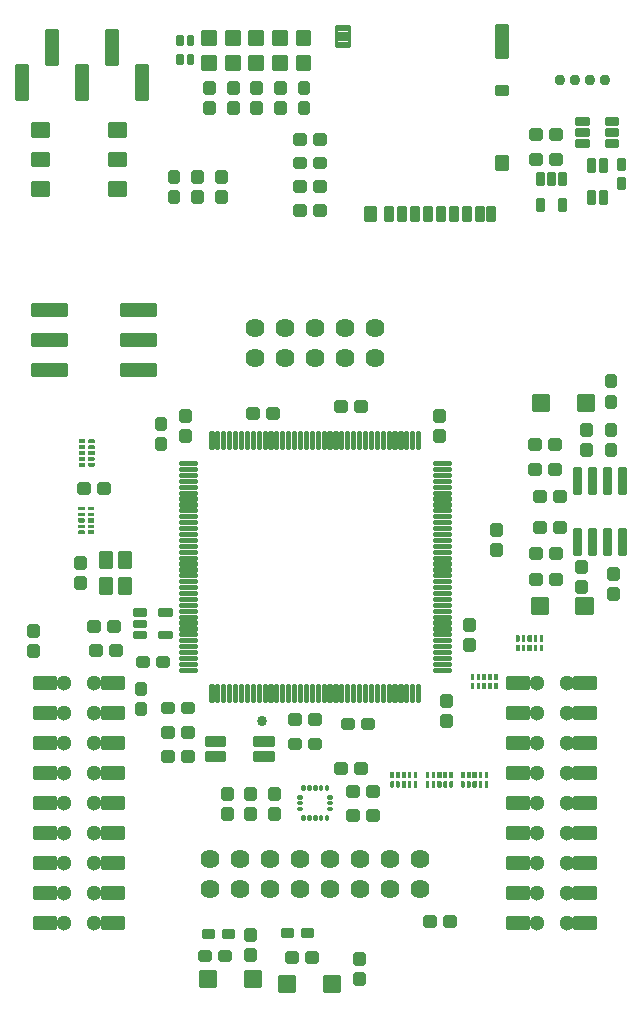
<source format=gbr>
G04 EAGLE Gerber RS-274X export*
G75*
%MOMM*%
%FSLAX34Y34*%
%LPD*%
%INSoldermask Top*%
%IPPOS*%
%AMOC8*
5,1,8,0,0,1.08239X$1,22.5*%
G01*
%ADD10C,0.605000*%
%ADD11C,0.300000*%
%ADD12C,0.301000*%
%ADD13C,0.303600*%
%ADD14C,0.304000*%
%ADD15C,0.297000*%
%ADD16C,0.294000*%
%ADD17C,0.299000*%
%ADD18C,0.302400*%
%ADD19C,1.300000*%
%ADD20C,1.624000*%
%ADD21C,0.938200*%
%ADD22C,0.862000*%

G36*
X-195500Y294545D02*
X-195500Y294545D01*
X-195499Y294545D01*
X-195283Y294579D01*
X-195282Y294580D01*
X-195281Y294580D01*
X-195086Y294679D01*
X-195086Y294680D01*
X-195085Y294680D01*
X-194930Y294835D01*
X-194930Y294836D01*
X-194929Y294836D01*
X-194830Y295031D01*
X-194830Y295032D01*
X-194829Y295033D01*
X-194795Y295249D01*
X-194795Y295250D01*
X-194795Y297750D01*
X-194795Y297751D01*
X-194829Y297967D01*
X-194830Y297968D01*
X-194830Y297969D01*
X-194929Y298164D01*
X-194930Y298164D01*
X-194930Y298165D01*
X-195085Y298320D01*
X-195086Y298320D01*
X-195086Y298321D01*
X-195281Y298420D01*
X-195282Y298420D01*
X-195283Y298421D01*
X-195499Y298455D01*
X-195500Y298455D01*
X-199500Y298455D01*
X-199501Y298455D01*
X-199717Y298421D01*
X-199718Y298420D01*
X-199719Y298420D01*
X-199914Y298321D01*
X-199914Y298320D01*
X-199915Y298320D01*
X-200070Y298165D01*
X-200070Y298164D01*
X-200071Y298164D01*
X-200170Y297969D01*
X-200170Y297968D01*
X-200171Y297967D01*
X-200205Y297751D01*
X-200205Y297750D01*
X-200205Y295250D01*
X-200205Y295249D01*
X-200171Y295033D01*
X-200170Y295032D01*
X-200170Y295031D01*
X-200071Y294836D01*
X-200070Y294836D01*
X-200070Y294835D01*
X-199915Y294680D01*
X-199914Y294680D01*
X-199914Y294679D01*
X-199719Y294580D01*
X-199718Y294580D01*
X-199717Y294579D01*
X-199501Y294545D01*
X-199500Y294545D01*
X-195500Y294545D01*
X-195500Y294545D01*
G37*
G36*
X-187500Y294545D02*
X-187500Y294545D01*
X-187499Y294545D01*
X-187283Y294579D01*
X-187282Y294580D01*
X-187281Y294580D01*
X-187086Y294679D01*
X-187086Y294680D01*
X-187085Y294680D01*
X-186930Y294835D01*
X-186930Y294836D01*
X-186929Y294836D01*
X-186830Y295031D01*
X-186830Y295032D01*
X-186829Y295033D01*
X-186795Y295249D01*
X-186795Y295250D01*
X-186795Y297750D01*
X-186795Y297751D01*
X-186829Y297967D01*
X-186830Y297968D01*
X-186830Y297969D01*
X-186929Y298164D01*
X-186930Y298164D01*
X-186930Y298165D01*
X-187085Y298320D01*
X-187086Y298320D01*
X-187086Y298321D01*
X-187281Y298420D01*
X-187282Y298420D01*
X-187283Y298421D01*
X-187499Y298455D01*
X-187500Y298455D01*
X-191500Y298455D01*
X-191501Y298455D01*
X-191717Y298421D01*
X-191718Y298420D01*
X-191719Y298420D01*
X-191914Y298321D01*
X-191914Y298320D01*
X-191915Y298320D01*
X-192070Y298165D01*
X-192070Y298164D01*
X-192071Y298164D01*
X-192170Y297969D01*
X-192170Y297968D01*
X-192171Y297967D01*
X-192205Y297751D01*
X-192205Y297750D01*
X-192205Y295250D01*
X-192205Y295249D01*
X-192171Y295033D01*
X-192170Y295032D01*
X-192170Y295031D01*
X-192071Y294836D01*
X-192070Y294836D01*
X-192070Y294835D01*
X-191915Y294680D01*
X-191914Y294680D01*
X-191914Y294679D01*
X-191719Y294580D01*
X-191718Y294580D01*
X-191717Y294579D01*
X-191501Y294545D01*
X-191500Y294545D01*
X-187500Y294545D01*
X-187500Y294545D01*
G37*
G36*
X-188000Y237545D02*
X-188000Y237545D01*
X-187999Y237545D01*
X-187783Y237579D01*
X-187782Y237580D01*
X-187781Y237580D01*
X-187586Y237679D01*
X-187586Y237680D01*
X-187585Y237680D01*
X-187430Y237835D01*
X-187430Y237836D01*
X-187429Y237836D01*
X-187330Y238031D01*
X-187330Y238032D01*
X-187329Y238033D01*
X-187295Y238249D01*
X-187295Y238250D01*
X-187295Y240750D01*
X-187295Y240751D01*
X-187329Y240967D01*
X-187330Y240968D01*
X-187330Y240969D01*
X-187429Y241164D01*
X-187430Y241164D01*
X-187430Y241165D01*
X-187585Y241320D01*
X-187586Y241320D01*
X-187586Y241321D01*
X-187781Y241420D01*
X-187782Y241420D01*
X-187783Y241421D01*
X-187999Y241455D01*
X-188000Y241455D01*
X-192000Y241455D01*
X-192001Y241455D01*
X-192217Y241421D01*
X-192218Y241420D01*
X-192219Y241420D01*
X-192414Y241321D01*
X-192414Y241320D01*
X-192415Y241320D01*
X-192570Y241165D01*
X-192570Y241164D01*
X-192571Y241164D01*
X-192670Y240969D01*
X-192670Y240968D01*
X-192671Y240967D01*
X-192705Y240751D01*
X-192705Y240750D01*
X-192705Y238250D01*
X-192705Y238249D01*
X-192671Y238033D01*
X-192670Y238032D01*
X-192670Y238031D01*
X-192571Y237836D01*
X-192570Y237836D01*
X-192570Y237835D01*
X-192415Y237680D01*
X-192414Y237680D01*
X-192414Y237679D01*
X-192219Y237580D01*
X-192218Y237580D01*
X-192217Y237579D01*
X-192001Y237545D01*
X-192000Y237545D01*
X-188000Y237545D01*
X-188000Y237545D01*
G37*
G36*
X-196000Y237545D02*
X-196000Y237545D01*
X-195999Y237545D01*
X-195783Y237579D01*
X-195782Y237580D01*
X-195781Y237580D01*
X-195586Y237679D01*
X-195586Y237680D01*
X-195585Y237680D01*
X-195430Y237835D01*
X-195430Y237836D01*
X-195429Y237836D01*
X-195330Y238031D01*
X-195330Y238032D01*
X-195329Y238033D01*
X-195295Y238249D01*
X-195295Y238250D01*
X-195295Y240750D01*
X-195295Y240751D01*
X-195329Y240967D01*
X-195330Y240968D01*
X-195330Y240969D01*
X-195429Y241164D01*
X-195430Y241164D01*
X-195430Y241165D01*
X-195585Y241320D01*
X-195586Y241320D01*
X-195586Y241321D01*
X-195781Y241420D01*
X-195782Y241420D01*
X-195783Y241421D01*
X-195999Y241455D01*
X-196000Y241455D01*
X-200000Y241455D01*
X-200001Y241455D01*
X-200217Y241421D01*
X-200218Y241420D01*
X-200219Y241420D01*
X-200414Y241321D01*
X-200414Y241320D01*
X-200415Y241320D01*
X-200570Y241165D01*
X-200570Y241164D01*
X-200571Y241164D01*
X-200670Y240969D01*
X-200670Y240968D01*
X-200671Y240967D01*
X-200705Y240751D01*
X-200705Y240750D01*
X-200705Y238250D01*
X-200705Y238249D01*
X-200671Y238033D01*
X-200670Y238032D01*
X-200670Y238031D01*
X-200571Y237836D01*
X-200570Y237836D01*
X-200570Y237835D01*
X-200415Y237680D01*
X-200414Y237680D01*
X-200414Y237679D01*
X-200219Y237580D01*
X-200218Y237580D01*
X-200217Y237579D01*
X-200001Y237545D01*
X-200000Y237545D01*
X-196000Y237545D01*
X-196000Y237545D01*
G37*
G36*
X182750Y128795D02*
X182750Y128795D01*
X182751Y128795D01*
X182967Y128829D01*
X182968Y128830D01*
X182969Y128830D01*
X183164Y128929D01*
X183164Y128930D01*
X183165Y128930D01*
X183320Y129085D01*
X183320Y129086D01*
X183321Y129086D01*
X183420Y129281D01*
X183420Y129282D01*
X183421Y129283D01*
X183455Y129499D01*
X183455Y129500D01*
X183455Y133500D01*
X183455Y133501D01*
X183421Y133717D01*
X183420Y133718D01*
X183420Y133719D01*
X183321Y133914D01*
X183320Y133914D01*
X183320Y133915D01*
X183165Y134070D01*
X183164Y134070D01*
X183164Y134071D01*
X182969Y134170D01*
X182968Y134170D01*
X182967Y134171D01*
X182751Y134205D01*
X182750Y134205D01*
X180250Y134205D01*
X180249Y134205D01*
X180033Y134171D01*
X180032Y134170D01*
X180031Y134170D01*
X179836Y134071D01*
X179836Y134070D01*
X179835Y134070D01*
X179680Y133915D01*
X179680Y133914D01*
X179679Y133914D01*
X179580Y133719D01*
X179580Y133718D01*
X179579Y133717D01*
X179545Y133501D01*
X179545Y133500D01*
X179545Y129500D01*
X179545Y129499D01*
X179579Y129283D01*
X179580Y129282D01*
X179580Y129281D01*
X179679Y129086D01*
X179680Y129086D01*
X179680Y129085D01*
X179835Y128930D01*
X179836Y128930D01*
X179836Y128929D01*
X180031Y128830D01*
X180032Y128830D01*
X180033Y128829D01*
X180249Y128795D01*
X180250Y128795D01*
X182750Y128795D01*
X182750Y128795D01*
G37*
G36*
X144250Y104295D02*
X144250Y104295D01*
X144251Y104295D01*
X144467Y104329D01*
X144468Y104330D01*
X144469Y104330D01*
X144664Y104429D01*
X144664Y104430D01*
X144665Y104430D01*
X144820Y104585D01*
X144820Y104586D01*
X144821Y104586D01*
X144920Y104781D01*
X144920Y104782D01*
X144921Y104783D01*
X144955Y104999D01*
X144955Y105000D01*
X144955Y109000D01*
X144955Y109001D01*
X144921Y109217D01*
X144920Y109218D01*
X144920Y109219D01*
X144821Y109414D01*
X144820Y109414D01*
X144820Y109415D01*
X144665Y109570D01*
X144664Y109570D01*
X144664Y109571D01*
X144469Y109670D01*
X144468Y109670D01*
X144467Y109671D01*
X144251Y109705D01*
X144250Y109705D01*
X141750Y109705D01*
X141749Y109705D01*
X141533Y109671D01*
X141532Y109670D01*
X141531Y109670D01*
X141336Y109571D01*
X141336Y109570D01*
X141335Y109570D01*
X141180Y109415D01*
X141180Y109414D01*
X141179Y109414D01*
X141080Y109219D01*
X141080Y109218D01*
X141079Y109217D01*
X141045Y109001D01*
X141045Y109000D01*
X141045Y105000D01*
X141045Y104999D01*
X141079Y104783D01*
X141080Y104782D01*
X141080Y104781D01*
X141179Y104586D01*
X141180Y104586D01*
X141180Y104585D01*
X141335Y104430D01*
X141336Y104430D01*
X141336Y104429D01*
X141531Y104330D01*
X141532Y104330D01*
X141533Y104329D01*
X141749Y104295D01*
X141750Y104295D01*
X144250Y104295D01*
X144250Y104295D01*
G37*
G36*
X182750Y136795D02*
X182750Y136795D01*
X182751Y136795D01*
X182967Y136829D01*
X182968Y136830D01*
X182969Y136830D01*
X183164Y136929D01*
X183164Y136930D01*
X183165Y136930D01*
X183320Y137085D01*
X183320Y137086D01*
X183321Y137086D01*
X183420Y137281D01*
X183420Y137282D01*
X183421Y137283D01*
X183455Y137499D01*
X183455Y137500D01*
X183455Y141500D01*
X183455Y141501D01*
X183421Y141717D01*
X183420Y141718D01*
X183420Y141719D01*
X183321Y141914D01*
X183320Y141914D01*
X183320Y141915D01*
X183165Y142070D01*
X183164Y142070D01*
X183164Y142071D01*
X182969Y142170D01*
X182968Y142170D01*
X182967Y142171D01*
X182751Y142205D01*
X182750Y142205D01*
X180250Y142205D01*
X180249Y142205D01*
X180033Y142171D01*
X180032Y142170D01*
X180031Y142170D01*
X179836Y142071D01*
X179836Y142070D01*
X179835Y142070D01*
X179680Y141915D01*
X179680Y141914D01*
X179679Y141914D01*
X179580Y141719D01*
X179580Y141718D01*
X179579Y141717D01*
X179545Y141501D01*
X179545Y141500D01*
X179545Y137500D01*
X179545Y137499D01*
X179579Y137283D01*
X179580Y137282D01*
X179580Y137281D01*
X179679Y137086D01*
X179680Y137086D01*
X179680Y137085D01*
X179835Y136930D01*
X179836Y136930D01*
X179836Y136929D01*
X180031Y136830D01*
X180032Y136830D01*
X180033Y136829D01*
X180249Y136795D01*
X180250Y136795D01*
X182750Y136795D01*
X182750Y136795D01*
G37*
G36*
X144250Y96295D02*
X144250Y96295D01*
X144251Y96295D01*
X144467Y96329D01*
X144468Y96330D01*
X144469Y96330D01*
X144664Y96429D01*
X144664Y96430D01*
X144665Y96430D01*
X144820Y96585D01*
X144820Y96586D01*
X144821Y96586D01*
X144920Y96781D01*
X144920Y96782D01*
X144921Y96783D01*
X144955Y96999D01*
X144955Y97000D01*
X144955Y101000D01*
X144955Y101001D01*
X144921Y101217D01*
X144920Y101218D01*
X144920Y101219D01*
X144821Y101414D01*
X144820Y101414D01*
X144820Y101415D01*
X144665Y101570D01*
X144664Y101570D01*
X144664Y101571D01*
X144469Y101670D01*
X144468Y101670D01*
X144467Y101671D01*
X144251Y101705D01*
X144250Y101705D01*
X141750Y101705D01*
X141749Y101705D01*
X141533Y101671D01*
X141532Y101670D01*
X141531Y101670D01*
X141336Y101571D01*
X141336Y101570D01*
X141335Y101570D01*
X141180Y101415D01*
X141180Y101414D01*
X141179Y101414D01*
X141080Y101219D01*
X141080Y101218D01*
X141079Y101217D01*
X141045Y101001D01*
X141045Y101000D01*
X141045Y97000D01*
X141045Y96999D01*
X141079Y96783D01*
X141080Y96782D01*
X141080Y96781D01*
X141179Y96586D01*
X141180Y96586D01*
X141180Y96585D01*
X141335Y96430D01*
X141336Y96430D01*
X141336Y96429D01*
X141531Y96330D01*
X141532Y96330D01*
X141533Y96329D01*
X141749Y96295D01*
X141750Y96295D01*
X144250Y96295D01*
X144250Y96295D01*
G37*
G36*
X136250Y21295D02*
X136250Y21295D01*
X136251Y21295D01*
X136467Y21329D01*
X136468Y21330D01*
X136469Y21330D01*
X136664Y21429D01*
X136664Y21430D01*
X136665Y21430D01*
X136820Y21585D01*
X136820Y21586D01*
X136821Y21586D01*
X136920Y21781D01*
X136920Y21782D01*
X136921Y21783D01*
X136955Y21999D01*
X136955Y22000D01*
X136955Y26000D01*
X136955Y26001D01*
X136921Y26217D01*
X136920Y26218D01*
X136920Y26219D01*
X136821Y26414D01*
X136820Y26414D01*
X136820Y26415D01*
X136665Y26570D01*
X136664Y26570D01*
X136664Y26571D01*
X136469Y26670D01*
X136468Y26670D01*
X136467Y26671D01*
X136251Y26705D01*
X136250Y26705D01*
X133750Y26705D01*
X133749Y26705D01*
X133533Y26671D01*
X133532Y26670D01*
X133531Y26670D01*
X133336Y26571D01*
X133336Y26570D01*
X133335Y26570D01*
X133180Y26415D01*
X133180Y26414D01*
X133179Y26414D01*
X133080Y26219D01*
X133080Y26218D01*
X133079Y26217D01*
X133045Y26001D01*
X133045Y26000D01*
X133045Y22000D01*
X133045Y21999D01*
X133079Y21783D01*
X133080Y21782D01*
X133080Y21781D01*
X133179Y21586D01*
X133180Y21586D01*
X133180Y21585D01*
X133335Y21430D01*
X133336Y21430D01*
X133336Y21429D01*
X133531Y21330D01*
X133532Y21330D01*
X133533Y21329D01*
X133749Y21295D01*
X133750Y21295D01*
X136250Y21295D01*
X136250Y21295D01*
G37*
G36*
X106250Y21295D02*
X106250Y21295D01*
X106251Y21295D01*
X106467Y21329D01*
X106468Y21330D01*
X106469Y21330D01*
X106664Y21429D01*
X106664Y21430D01*
X106665Y21430D01*
X106820Y21585D01*
X106820Y21586D01*
X106821Y21586D01*
X106920Y21781D01*
X106920Y21782D01*
X106921Y21783D01*
X106955Y21999D01*
X106955Y22000D01*
X106955Y26000D01*
X106955Y26001D01*
X106921Y26217D01*
X106920Y26218D01*
X106920Y26219D01*
X106821Y26414D01*
X106820Y26414D01*
X106820Y26415D01*
X106665Y26570D01*
X106664Y26570D01*
X106664Y26571D01*
X106469Y26670D01*
X106468Y26670D01*
X106467Y26671D01*
X106251Y26705D01*
X106250Y26705D01*
X103750Y26705D01*
X103749Y26705D01*
X103533Y26671D01*
X103532Y26670D01*
X103531Y26670D01*
X103336Y26571D01*
X103336Y26570D01*
X103335Y26570D01*
X103180Y26415D01*
X103180Y26414D01*
X103179Y26414D01*
X103080Y26219D01*
X103080Y26218D01*
X103079Y26217D01*
X103045Y26001D01*
X103045Y26000D01*
X103045Y22000D01*
X103045Y21999D01*
X103079Y21783D01*
X103080Y21782D01*
X103080Y21781D01*
X103179Y21586D01*
X103180Y21586D01*
X103180Y21585D01*
X103335Y21430D01*
X103336Y21430D01*
X103336Y21429D01*
X103531Y21330D01*
X103532Y21330D01*
X103533Y21329D01*
X103749Y21295D01*
X103750Y21295D01*
X106250Y21295D01*
X106250Y21295D01*
G37*
G36*
X76250Y21295D02*
X76250Y21295D01*
X76251Y21295D01*
X76467Y21329D01*
X76468Y21330D01*
X76469Y21330D01*
X76664Y21429D01*
X76664Y21430D01*
X76665Y21430D01*
X76820Y21585D01*
X76820Y21586D01*
X76821Y21586D01*
X76920Y21781D01*
X76920Y21782D01*
X76921Y21783D01*
X76955Y21999D01*
X76955Y22000D01*
X76955Y26000D01*
X76955Y26001D01*
X76921Y26217D01*
X76920Y26218D01*
X76920Y26219D01*
X76821Y26414D01*
X76820Y26414D01*
X76820Y26415D01*
X76665Y26570D01*
X76664Y26570D01*
X76664Y26571D01*
X76469Y26670D01*
X76468Y26670D01*
X76467Y26671D01*
X76251Y26705D01*
X76250Y26705D01*
X73750Y26705D01*
X73749Y26705D01*
X73533Y26671D01*
X73532Y26670D01*
X73531Y26670D01*
X73336Y26571D01*
X73336Y26570D01*
X73335Y26570D01*
X73180Y26415D01*
X73180Y26414D01*
X73179Y26414D01*
X73080Y26219D01*
X73080Y26218D01*
X73079Y26217D01*
X73045Y26001D01*
X73045Y26000D01*
X73045Y22000D01*
X73045Y21999D01*
X73079Y21783D01*
X73080Y21782D01*
X73080Y21781D01*
X73179Y21586D01*
X73180Y21586D01*
X73180Y21585D01*
X73335Y21430D01*
X73336Y21430D01*
X73336Y21429D01*
X73531Y21330D01*
X73532Y21330D01*
X73533Y21329D01*
X73749Y21295D01*
X73750Y21295D01*
X76250Y21295D01*
X76250Y21295D01*
G37*
G36*
X76250Y13295D02*
X76250Y13295D01*
X76251Y13295D01*
X76467Y13329D01*
X76468Y13330D01*
X76469Y13330D01*
X76664Y13429D01*
X76664Y13430D01*
X76665Y13430D01*
X76820Y13585D01*
X76820Y13586D01*
X76821Y13586D01*
X76920Y13781D01*
X76920Y13782D01*
X76921Y13783D01*
X76955Y13999D01*
X76955Y14000D01*
X76955Y18000D01*
X76955Y18001D01*
X76921Y18217D01*
X76920Y18218D01*
X76920Y18219D01*
X76821Y18414D01*
X76820Y18414D01*
X76820Y18415D01*
X76665Y18570D01*
X76664Y18570D01*
X76664Y18571D01*
X76469Y18670D01*
X76468Y18670D01*
X76467Y18671D01*
X76251Y18705D01*
X76250Y18705D01*
X73750Y18705D01*
X73749Y18705D01*
X73533Y18671D01*
X73532Y18670D01*
X73531Y18670D01*
X73336Y18571D01*
X73336Y18570D01*
X73335Y18570D01*
X73180Y18415D01*
X73180Y18414D01*
X73179Y18414D01*
X73080Y18219D01*
X73080Y18218D01*
X73079Y18217D01*
X73045Y18001D01*
X73045Y18000D01*
X73045Y14000D01*
X73045Y13999D01*
X73079Y13783D01*
X73080Y13782D01*
X73080Y13781D01*
X73179Y13586D01*
X73180Y13586D01*
X73180Y13585D01*
X73335Y13430D01*
X73336Y13430D01*
X73336Y13429D01*
X73531Y13330D01*
X73532Y13330D01*
X73533Y13329D01*
X73749Y13295D01*
X73750Y13295D01*
X76250Y13295D01*
X76250Y13295D01*
G37*
G36*
X106250Y13295D02*
X106250Y13295D01*
X106251Y13295D01*
X106467Y13329D01*
X106468Y13330D01*
X106469Y13330D01*
X106664Y13429D01*
X106664Y13430D01*
X106665Y13430D01*
X106820Y13585D01*
X106820Y13586D01*
X106821Y13586D01*
X106920Y13781D01*
X106920Y13782D01*
X106921Y13783D01*
X106955Y13999D01*
X106955Y14000D01*
X106955Y18000D01*
X106955Y18001D01*
X106921Y18217D01*
X106920Y18218D01*
X106920Y18219D01*
X106821Y18414D01*
X106820Y18414D01*
X106820Y18415D01*
X106665Y18570D01*
X106664Y18570D01*
X106664Y18571D01*
X106469Y18670D01*
X106468Y18670D01*
X106467Y18671D01*
X106251Y18705D01*
X106250Y18705D01*
X103750Y18705D01*
X103749Y18705D01*
X103533Y18671D01*
X103532Y18670D01*
X103531Y18670D01*
X103336Y18571D01*
X103336Y18570D01*
X103335Y18570D01*
X103180Y18415D01*
X103180Y18414D01*
X103179Y18414D01*
X103080Y18219D01*
X103080Y18218D01*
X103079Y18217D01*
X103045Y18001D01*
X103045Y18000D01*
X103045Y14000D01*
X103045Y13999D01*
X103079Y13783D01*
X103080Y13782D01*
X103080Y13781D01*
X103179Y13586D01*
X103180Y13586D01*
X103180Y13585D01*
X103335Y13430D01*
X103336Y13430D01*
X103336Y13429D01*
X103531Y13330D01*
X103532Y13330D01*
X103533Y13329D01*
X103749Y13295D01*
X103750Y13295D01*
X106250Y13295D01*
X106250Y13295D01*
G37*
G36*
X136250Y13295D02*
X136250Y13295D01*
X136251Y13295D01*
X136467Y13329D01*
X136468Y13330D01*
X136469Y13330D01*
X136664Y13429D01*
X136664Y13430D01*
X136665Y13430D01*
X136820Y13585D01*
X136820Y13586D01*
X136821Y13586D01*
X136920Y13781D01*
X136920Y13782D01*
X136921Y13783D01*
X136955Y13999D01*
X136955Y14000D01*
X136955Y18000D01*
X136955Y18001D01*
X136921Y18217D01*
X136920Y18218D01*
X136920Y18219D01*
X136821Y18414D01*
X136820Y18414D01*
X136820Y18415D01*
X136665Y18570D01*
X136664Y18570D01*
X136664Y18571D01*
X136469Y18670D01*
X136468Y18670D01*
X136467Y18671D01*
X136251Y18705D01*
X136250Y18705D01*
X133750Y18705D01*
X133749Y18705D01*
X133533Y18671D01*
X133532Y18670D01*
X133531Y18670D01*
X133336Y18571D01*
X133336Y18570D01*
X133335Y18570D01*
X133180Y18415D01*
X133180Y18414D01*
X133179Y18414D01*
X133080Y18219D01*
X133080Y18218D01*
X133079Y18217D01*
X133045Y18001D01*
X133045Y18000D01*
X133045Y14000D01*
X133045Y13999D01*
X133079Y13783D01*
X133080Y13782D01*
X133080Y13781D01*
X133179Y13586D01*
X133180Y13586D01*
X133180Y13585D01*
X133335Y13430D01*
X133336Y13430D01*
X133336Y13429D01*
X133531Y13330D01*
X133532Y13330D01*
X133533Y13329D01*
X133749Y13295D01*
X133750Y13295D01*
X136250Y13295D01*
X136250Y13295D01*
G37*
G36*
X-195309Y305044D02*
X-195309Y305044D01*
X-195308Y305044D01*
X-195127Y305101D01*
X-195126Y305102D01*
X-195125Y305102D01*
X-194970Y305212D01*
X-194970Y305213D01*
X-194969Y305213D01*
X-194856Y305367D01*
X-194856Y305368D01*
X-194795Y305548D01*
X-194796Y305549D01*
X-194795Y305550D01*
X-194795Y307450D01*
X-194796Y307451D01*
X-194795Y307452D01*
X-194856Y307632D01*
X-194856Y307633D01*
X-194856Y307634D01*
X-194969Y307787D01*
X-194970Y307787D01*
X-194970Y307788D01*
X-195125Y307898D01*
X-195126Y307898D01*
X-195127Y307899D01*
X-195308Y307956D01*
X-195309Y307956D01*
X-195310Y307957D01*
X-195473Y307955D01*
X-195477Y307955D01*
X-195500Y307955D01*
X-199500Y307955D01*
X-199523Y307955D01*
X-199527Y307955D01*
X-199690Y307957D01*
X-199691Y307956D01*
X-199692Y307956D01*
X-199873Y307899D01*
X-199874Y307898D01*
X-199875Y307898D01*
X-200030Y307788D01*
X-200030Y307787D01*
X-200031Y307787D01*
X-200144Y307634D01*
X-200144Y307632D01*
X-200205Y307452D01*
X-200204Y307451D01*
X-200205Y307450D01*
X-200205Y305550D01*
X-200204Y305549D01*
X-200205Y305548D01*
X-200144Y305368D01*
X-200144Y305367D01*
X-200031Y305213D01*
X-200030Y305213D01*
X-200030Y305212D01*
X-199875Y305102D01*
X-199874Y305102D01*
X-199873Y305101D01*
X-199692Y305044D01*
X-199691Y305044D01*
X-199690Y305044D01*
X-199500Y305045D01*
X-195500Y305045D01*
X-195310Y305044D01*
X-195309Y305044D01*
G37*
G36*
X-187309Y305044D02*
X-187309Y305044D01*
X-187308Y305044D01*
X-187127Y305101D01*
X-187126Y305102D01*
X-187125Y305102D01*
X-186970Y305212D01*
X-186970Y305213D01*
X-186969Y305213D01*
X-186856Y305367D01*
X-186856Y305368D01*
X-186795Y305548D01*
X-186796Y305549D01*
X-186795Y305550D01*
X-186795Y307450D01*
X-186796Y307451D01*
X-186795Y307452D01*
X-186856Y307632D01*
X-186856Y307633D01*
X-186856Y307634D01*
X-186969Y307787D01*
X-186970Y307787D01*
X-186970Y307788D01*
X-187125Y307898D01*
X-187126Y307898D01*
X-187127Y307899D01*
X-187308Y307956D01*
X-187309Y307956D01*
X-187310Y307957D01*
X-187473Y307955D01*
X-187477Y307955D01*
X-187500Y307955D01*
X-191500Y307955D01*
X-191523Y307955D01*
X-191527Y307955D01*
X-191690Y307957D01*
X-191691Y307956D01*
X-191692Y307956D01*
X-191873Y307899D01*
X-191874Y307898D01*
X-191875Y307898D01*
X-192030Y307788D01*
X-192030Y307787D01*
X-192031Y307787D01*
X-192144Y307634D01*
X-192144Y307632D01*
X-192205Y307452D01*
X-192204Y307451D01*
X-192205Y307450D01*
X-192205Y305550D01*
X-192204Y305549D01*
X-192205Y305548D01*
X-192144Y305368D01*
X-192144Y305367D01*
X-192031Y305213D01*
X-192030Y305213D01*
X-192030Y305212D01*
X-191875Y305102D01*
X-191874Y305102D01*
X-191873Y305101D01*
X-191692Y305044D01*
X-191691Y305044D01*
X-191690Y305044D01*
X-191500Y305045D01*
X-187500Y305045D01*
X-187310Y305044D01*
X-187309Y305044D01*
G37*
G36*
X-195309Y300044D02*
X-195309Y300044D01*
X-195308Y300044D01*
X-195127Y300101D01*
X-195126Y300102D01*
X-195125Y300102D01*
X-194970Y300212D01*
X-194970Y300213D01*
X-194969Y300213D01*
X-194856Y300367D01*
X-194856Y300368D01*
X-194795Y300548D01*
X-194796Y300549D01*
X-194795Y300550D01*
X-194795Y302450D01*
X-194796Y302451D01*
X-194795Y302452D01*
X-194856Y302632D01*
X-194856Y302633D01*
X-194856Y302634D01*
X-194969Y302787D01*
X-194970Y302787D01*
X-194970Y302788D01*
X-195125Y302898D01*
X-195126Y302898D01*
X-195127Y302899D01*
X-195308Y302956D01*
X-195309Y302956D01*
X-195310Y302957D01*
X-195473Y302955D01*
X-195477Y302955D01*
X-195500Y302955D01*
X-199500Y302955D01*
X-199523Y302955D01*
X-199527Y302955D01*
X-199690Y302957D01*
X-199691Y302956D01*
X-199692Y302956D01*
X-199873Y302899D01*
X-199874Y302898D01*
X-199875Y302898D01*
X-200030Y302788D01*
X-200030Y302787D01*
X-200031Y302787D01*
X-200144Y302634D01*
X-200144Y302632D01*
X-200205Y302452D01*
X-200204Y302451D01*
X-200205Y302450D01*
X-200205Y300550D01*
X-200204Y300549D01*
X-200205Y300548D01*
X-200144Y300368D01*
X-200144Y300367D01*
X-200031Y300213D01*
X-200030Y300213D01*
X-200030Y300212D01*
X-199875Y300102D01*
X-199874Y300102D01*
X-199873Y300101D01*
X-199692Y300044D01*
X-199691Y300044D01*
X-199690Y300044D01*
X-199500Y300045D01*
X-195500Y300045D01*
X-195310Y300044D01*
X-195309Y300044D01*
G37*
G36*
X-187309Y300044D02*
X-187309Y300044D01*
X-187308Y300044D01*
X-187127Y300101D01*
X-187126Y300102D01*
X-187125Y300102D01*
X-186970Y300212D01*
X-186970Y300213D01*
X-186969Y300213D01*
X-186856Y300367D01*
X-186856Y300368D01*
X-186795Y300548D01*
X-186796Y300549D01*
X-186795Y300550D01*
X-186795Y302450D01*
X-186796Y302451D01*
X-186795Y302452D01*
X-186856Y302632D01*
X-186856Y302633D01*
X-186856Y302634D01*
X-186969Y302787D01*
X-186970Y302787D01*
X-186970Y302788D01*
X-187125Y302898D01*
X-187126Y302898D01*
X-187127Y302899D01*
X-187308Y302956D01*
X-187309Y302956D01*
X-187310Y302957D01*
X-187473Y302955D01*
X-187477Y302955D01*
X-187500Y302955D01*
X-191500Y302955D01*
X-191523Y302955D01*
X-191527Y302955D01*
X-191690Y302957D01*
X-191691Y302956D01*
X-191692Y302956D01*
X-191873Y302899D01*
X-191874Y302898D01*
X-191875Y302898D01*
X-192030Y302788D01*
X-192030Y302787D01*
X-192031Y302787D01*
X-192144Y302634D01*
X-192144Y302632D01*
X-192205Y302452D01*
X-192204Y302451D01*
X-192205Y302450D01*
X-192205Y300550D01*
X-192204Y300549D01*
X-192205Y300548D01*
X-192144Y300368D01*
X-192144Y300367D01*
X-192031Y300213D01*
X-192030Y300213D01*
X-192030Y300212D01*
X-191875Y300102D01*
X-191874Y300102D01*
X-191873Y300101D01*
X-191692Y300044D01*
X-191691Y300044D01*
X-191690Y300044D01*
X-191500Y300045D01*
X-187500Y300045D01*
X-187310Y300044D01*
X-187309Y300044D01*
G37*
G36*
X-187309Y290044D02*
X-187309Y290044D01*
X-187308Y290044D01*
X-187127Y290101D01*
X-187126Y290102D01*
X-187125Y290102D01*
X-186970Y290212D01*
X-186970Y290213D01*
X-186969Y290213D01*
X-186856Y290367D01*
X-186856Y290368D01*
X-186795Y290548D01*
X-186796Y290549D01*
X-186795Y290550D01*
X-186795Y292450D01*
X-186796Y292451D01*
X-186795Y292452D01*
X-186856Y292632D01*
X-186856Y292633D01*
X-186856Y292634D01*
X-186969Y292787D01*
X-186970Y292787D01*
X-186970Y292788D01*
X-187125Y292898D01*
X-187126Y292898D01*
X-187127Y292899D01*
X-187308Y292956D01*
X-187309Y292956D01*
X-187310Y292957D01*
X-187473Y292955D01*
X-187477Y292955D01*
X-187500Y292955D01*
X-191500Y292955D01*
X-191523Y292955D01*
X-191527Y292955D01*
X-191690Y292957D01*
X-191691Y292956D01*
X-191692Y292956D01*
X-191873Y292899D01*
X-191874Y292898D01*
X-191875Y292898D01*
X-192030Y292788D01*
X-192030Y292787D01*
X-192031Y292787D01*
X-192144Y292634D01*
X-192144Y292632D01*
X-192205Y292452D01*
X-192204Y292451D01*
X-192205Y292450D01*
X-192205Y290550D01*
X-192204Y290549D01*
X-192205Y290548D01*
X-192144Y290368D01*
X-192144Y290367D01*
X-192031Y290213D01*
X-192030Y290213D01*
X-192030Y290212D01*
X-191875Y290102D01*
X-191874Y290102D01*
X-191873Y290101D01*
X-191692Y290044D01*
X-191691Y290044D01*
X-191690Y290044D01*
X-191500Y290045D01*
X-187500Y290045D01*
X-187310Y290044D01*
X-187309Y290044D01*
G37*
G36*
X-195309Y290044D02*
X-195309Y290044D01*
X-195308Y290044D01*
X-195127Y290101D01*
X-195126Y290102D01*
X-195125Y290102D01*
X-194970Y290212D01*
X-194970Y290213D01*
X-194969Y290213D01*
X-194856Y290367D01*
X-194856Y290368D01*
X-194795Y290548D01*
X-194796Y290549D01*
X-194795Y290550D01*
X-194795Y292450D01*
X-194796Y292451D01*
X-194795Y292452D01*
X-194856Y292632D01*
X-194856Y292633D01*
X-194856Y292634D01*
X-194969Y292787D01*
X-194970Y292787D01*
X-194970Y292788D01*
X-195125Y292898D01*
X-195126Y292898D01*
X-195127Y292899D01*
X-195308Y292956D01*
X-195309Y292956D01*
X-195310Y292957D01*
X-195473Y292955D01*
X-195477Y292955D01*
X-195500Y292955D01*
X-199500Y292955D01*
X-199523Y292955D01*
X-199527Y292955D01*
X-199690Y292957D01*
X-199691Y292956D01*
X-199692Y292956D01*
X-199873Y292899D01*
X-199874Y292898D01*
X-199875Y292898D01*
X-200030Y292788D01*
X-200030Y292787D01*
X-200031Y292787D01*
X-200144Y292634D01*
X-200144Y292632D01*
X-200205Y292452D01*
X-200204Y292451D01*
X-200205Y292450D01*
X-200205Y290550D01*
X-200204Y290549D01*
X-200205Y290548D01*
X-200144Y290368D01*
X-200144Y290367D01*
X-200031Y290213D01*
X-200030Y290213D01*
X-200030Y290212D01*
X-199875Y290102D01*
X-199874Y290102D01*
X-199873Y290101D01*
X-199692Y290044D01*
X-199691Y290044D01*
X-199690Y290044D01*
X-199500Y290045D01*
X-195500Y290045D01*
X-195310Y290044D01*
X-195309Y290044D01*
G37*
G36*
X-195309Y285044D02*
X-195309Y285044D01*
X-195308Y285044D01*
X-195127Y285101D01*
X-195126Y285102D01*
X-195125Y285102D01*
X-194970Y285212D01*
X-194970Y285213D01*
X-194969Y285213D01*
X-194856Y285367D01*
X-194856Y285368D01*
X-194795Y285548D01*
X-194796Y285549D01*
X-194795Y285550D01*
X-194795Y287450D01*
X-194796Y287451D01*
X-194795Y287452D01*
X-194856Y287632D01*
X-194856Y287633D01*
X-194856Y287634D01*
X-194969Y287787D01*
X-194970Y287787D01*
X-194970Y287788D01*
X-195125Y287898D01*
X-195126Y287898D01*
X-195127Y287899D01*
X-195308Y287956D01*
X-195309Y287956D01*
X-195310Y287957D01*
X-195473Y287955D01*
X-195477Y287955D01*
X-195500Y287955D01*
X-199500Y287955D01*
X-199523Y287955D01*
X-199527Y287955D01*
X-199690Y287957D01*
X-199691Y287956D01*
X-199692Y287956D01*
X-199873Y287899D01*
X-199874Y287898D01*
X-199875Y287898D01*
X-200030Y287788D01*
X-200030Y287787D01*
X-200031Y287787D01*
X-200144Y287634D01*
X-200144Y287632D01*
X-200205Y287452D01*
X-200204Y287451D01*
X-200205Y287450D01*
X-200205Y285550D01*
X-200204Y285549D01*
X-200205Y285548D01*
X-200144Y285368D01*
X-200144Y285367D01*
X-200031Y285213D01*
X-200030Y285213D01*
X-200030Y285212D01*
X-199875Y285102D01*
X-199874Y285102D01*
X-199873Y285101D01*
X-199692Y285044D01*
X-199691Y285044D01*
X-199690Y285044D01*
X-199500Y285045D01*
X-195500Y285045D01*
X-195310Y285044D01*
X-195309Y285044D01*
G37*
G36*
X-187309Y285044D02*
X-187309Y285044D01*
X-187308Y285044D01*
X-187127Y285101D01*
X-187126Y285102D01*
X-187125Y285102D01*
X-186970Y285212D01*
X-186970Y285213D01*
X-186969Y285213D01*
X-186856Y285367D01*
X-186856Y285368D01*
X-186795Y285548D01*
X-186796Y285549D01*
X-186795Y285550D01*
X-186795Y287450D01*
X-186796Y287451D01*
X-186795Y287452D01*
X-186856Y287632D01*
X-186856Y287633D01*
X-186856Y287634D01*
X-186969Y287787D01*
X-186970Y287787D01*
X-186970Y287788D01*
X-187125Y287898D01*
X-187126Y287898D01*
X-187127Y287899D01*
X-187308Y287956D01*
X-187309Y287956D01*
X-187310Y287957D01*
X-187473Y287955D01*
X-187477Y287955D01*
X-187500Y287955D01*
X-191500Y287955D01*
X-191523Y287955D01*
X-191527Y287955D01*
X-191690Y287957D01*
X-191691Y287956D01*
X-191692Y287956D01*
X-191873Y287899D01*
X-191874Y287898D01*
X-191875Y287898D01*
X-192030Y287788D01*
X-192030Y287787D01*
X-192031Y287787D01*
X-192144Y287634D01*
X-192144Y287632D01*
X-192205Y287452D01*
X-192204Y287451D01*
X-192205Y287450D01*
X-192205Y285550D01*
X-192204Y285549D01*
X-192205Y285548D01*
X-192144Y285368D01*
X-192144Y285367D01*
X-192031Y285213D01*
X-192030Y285213D01*
X-192030Y285212D01*
X-191875Y285102D01*
X-191874Y285102D01*
X-191873Y285101D01*
X-191692Y285044D01*
X-191691Y285044D01*
X-191690Y285044D01*
X-191500Y285045D01*
X-187500Y285045D01*
X-187310Y285044D01*
X-187309Y285044D01*
G37*
G36*
X-195809Y248044D02*
X-195809Y248044D01*
X-195808Y248044D01*
X-195627Y248101D01*
X-195626Y248102D01*
X-195625Y248102D01*
X-195470Y248212D01*
X-195470Y248213D01*
X-195469Y248213D01*
X-195356Y248367D01*
X-195356Y248368D01*
X-195295Y248548D01*
X-195296Y248549D01*
X-195295Y248550D01*
X-195295Y250450D01*
X-195296Y250451D01*
X-195295Y250452D01*
X-195356Y250632D01*
X-195356Y250633D01*
X-195356Y250634D01*
X-195469Y250787D01*
X-195470Y250787D01*
X-195470Y250788D01*
X-195625Y250898D01*
X-195626Y250898D01*
X-195627Y250899D01*
X-195808Y250956D01*
X-195809Y250956D01*
X-195810Y250957D01*
X-195973Y250955D01*
X-195977Y250955D01*
X-196000Y250955D01*
X-200000Y250955D01*
X-200023Y250955D01*
X-200027Y250955D01*
X-200190Y250957D01*
X-200191Y250956D01*
X-200192Y250956D01*
X-200373Y250899D01*
X-200374Y250898D01*
X-200375Y250898D01*
X-200530Y250788D01*
X-200530Y250787D01*
X-200531Y250787D01*
X-200644Y250634D01*
X-200644Y250632D01*
X-200705Y250452D01*
X-200704Y250451D01*
X-200705Y250450D01*
X-200705Y248550D01*
X-200704Y248549D01*
X-200705Y248548D01*
X-200644Y248368D01*
X-200644Y248367D01*
X-200531Y248213D01*
X-200530Y248213D01*
X-200530Y248212D01*
X-200375Y248102D01*
X-200374Y248102D01*
X-200373Y248101D01*
X-200192Y248044D01*
X-200191Y248044D01*
X-200190Y248044D01*
X-200000Y248045D01*
X-196000Y248045D01*
X-195810Y248044D01*
X-195809Y248044D01*
G37*
G36*
X-187809Y248044D02*
X-187809Y248044D01*
X-187808Y248044D01*
X-187627Y248101D01*
X-187626Y248102D01*
X-187625Y248102D01*
X-187470Y248212D01*
X-187470Y248213D01*
X-187469Y248213D01*
X-187356Y248367D01*
X-187356Y248368D01*
X-187295Y248548D01*
X-187296Y248549D01*
X-187295Y248550D01*
X-187295Y250450D01*
X-187296Y250451D01*
X-187295Y250452D01*
X-187356Y250632D01*
X-187356Y250633D01*
X-187356Y250634D01*
X-187469Y250787D01*
X-187470Y250787D01*
X-187470Y250788D01*
X-187625Y250898D01*
X-187626Y250898D01*
X-187627Y250899D01*
X-187808Y250956D01*
X-187809Y250956D01*
X-187810Y250957D01*
X-187973Y250955D01*
X-187977Y250955D01*
X-188000Y250955D01*
X-192000Y250955D01*
X-192023Y250955D01*
X-192027Y250955D01*
X-192190Y250957D01*
X-192191Y250956D01*
X-192192Y250956D01*
X-192373Y250899D01*
X-192374Y250898D01*
X-192375Y250898D01*
X-192530Y250788D01*
X-192530Y250787D01*
X-192531Y250787D01*
X-192644Y250634D01*
X-192644Y250632D01*
X-192705Y250452D01*
X-192704Y250451D01*
X-192705Y250450D01*
X-192705Y248550D01*
X-192704Y248549D01*
X-192705Y248548D01*
X-192644Y248368D01*
X-192644Y248367D01*
X-192531Y248213D01*
X-192530Y248213D01*
X-192530Y248212D01*
X-192375Y248102D01*
X-192374Y248102D01*
X-192373Y248101D01*
X-192192Y248044D01*
X-192191Y248044D01*
X-192190Y248044D01*
X-192000Y248045D01*
X-188000Y248045D01*
X-187810Y248044D01*
X-187809Y248044D01*
G37*
G36*
X-195809Y243044D02*
X-195809Y243044D01*
X-195808Y243044D01*
X-195627Y243101D01*
X-195626Y243102D01*
X-195625Y243102D01*
X-195470Y243212D01*
X-195470Y243213D01*
X-195469Y243213D01*
X-195356Y243367D01*
X-195356Y243368D01*
X-195295Y243548D01*
X-195296Y243549D01*
X-195295Y243550D01*
X-195295Y245450D01*
X-195296Y245451D01*
X-195295Y245452D01*
X-195356Y245632D01*
X-195356Y245633D01*
X-195356Y245634D01*
X-195469Y245787D01*
X-195470Y245787D01*
X-195470Y245788D01*
X-195625Y245898D01*
X-195626Y245898D01*
X-195627Y245899D01*
X-195808Y245956D01*
X-195809Y245956D01*
X-195810Y245957D01*
X-195973Y245955D01*
X-195977Y245955D01*
X-196000Y245955D01*
X-200000Y245955D01*
X-200023Y245955D01*
X-200027Y245955D01*
X-200190Y245957D01*
X-200191Y245956D01*
X-200192Y245956D01*
X-200373Y245899D01*
X-200374Y245898D01*
X-200375Y245898D01*
X-200530Y245788D01*
X-200530Y245787D01*
X-200531Y245787D01*
X-200644Y245634D01*
X-200644Y245632D01*
X-200705Y245452D01*
X-200704Y245451D01*
X-200705Y245450D01*
X-200705Y243550D01*
X-200704Y243549D01*
X-200705Y243548D01*
X-200644Y243368D01*
X-200644Y243367D01*
X-200531Y243213D01*
X-200530Y243213D01*
X-200530Y243212D01*
X-200375Y243102D01*
X-200374Y243102D01*
X-200373Y243101D01*
X-200192Y243044D01*
X-200191Y243044D01*
X-200190Y243044D01*
X-200000Y243045D01*
X-196000Y243045D01*
X-195810Y243044D01*
X-195809Y243044D01*
G37*
G36*
X-187809Y243044D02*
X-187809Y243044D01*
X-187808Y243044D01*
X-187627Y243101D01*
X-187626Y243102D01*
X-187625Y243102D01*
X-187470Y243212D01*
X-187470Y243213D01*
X-187469Y243213D01*
X-187356Y243367D01*
X-187356Y243368D01*
X-187295Y243548D01*
X-187296Y243549D01*
X-187295Y243550D01*
X-187295Y245450D01*
X-187296Y245451D01*
X-187295Y245452D01*
X-187356Y245632D01*
X-187356Y245633D01*
X-187356Y245634D01*
X-187469Y245787D01*
X-187470Y245787D01*
X-187470Y245788D01*
X-187625Y245898D01*
X-187626Y245898D01*
X-187627Y245899D01*
X-187808Y245956D01*
X-187809Y245956D01*
X-187810Y245957D01*
X-187973Y245955D01*
X-187977Y245955D01*
X-188000Y245955D01*
X-192000Y245955D01*
X-192023Y245955D01*
X-192027Y245955D01*
X-192190Y245957D01*
X-192191Y245956D01*
X-192192Y245956D01*
X-192373Y245899D01*
X-192374Y245898D01*
X-192375Y245898D01*
X-192530Y245788D01*
X-192530Y245787D01*
X-192531Y245787D01*
X-192644Y245634D01*
X-192644Y245632D01*
X-192705Y245452D01*
X-192704Y245451D01*
X-192705Y245450D01*
X-192705Y243550D01*
X-192704Y243549D01*
X-192705Y243548D01*
X-192644Y243368D01*
X-192644Y243367D01*
X-192531Y243213D01*
X-192530Y243213D01*
X-192530Y243212D01*
X-192375Y243102D01*
X-192374Y243102D01*
X-192373Y243101D01*
X-192192Y243044D01*
X-192191Y243044D01*
X-192190Y243044D01*
X-192000Y243045D01*
X-188000Y243045D01*
X-187810Y243044D01*
X-187809Y243044D01*
G37*
G36*
X-195809Y233044D02*
X-195809Y233044D01*
X-195808Y233044D01*
X-195627Y233101D01*
X-195626Y233102D01*
X-195625Y233102D01*
X-195470Y233212D01*
X-195470Y233213D01*
X-195469Y233213D01*
X-195356Y233367D01*
X-195356Y233368D01*
X-195295Y233548D01*
X-195296Y233549D01*
X-195295Y233550D01*
X-195295Y235450D01*
X-195296Y235451D01*
X-195295Y235452D01*
X-195356Y235632D01*
X-195356Y235633D01*
X-195356Y235634D01*
X-195469Y235787D01*
X-195470Y235787D01*
X-195470Y235788D01*
X-195625Y235898D01*
X-195626Y235898D01*
X-195627Y235899D01*
X-195808Y235956D01*
X-195809Y235956D01*
X-195810Y235957D01*
X-195973Y235955D01*
X-195977Y235955D01*
X-196000Y235955D01*
X-200000Y235955D01*
X-200023Y235955D01*
X-200027Y235955D01*
X-200190Y235957D01*
X-200191Y235956D01*
X-200192Y235956D01*
X-200373Y235899D01*
X-200374Y235898D01*
X-200375Y235898D01*
X-200530Y235788D01*
X-200530Y235787D01*
X-200531Y235787D01*
X-200644Y235634D01*
X-200644Y235632D01*
X-200705Y235452D01*
X-200704Y235451D01*
X-200705Y235450D01*
X-200705Y233550D01*
X-200704Y233549D01*
X-200705Y233548D01*
X-200644Y233368D01*
X-200644Y233367D01*
X-200531Y233213D01*
X-200530Y233213D01*
X-200530Y233212D01*
X-200375Y233102D01*
X-200374Y233102D01*
X-200373Y233101D01*
X-200192Y233044D01*
X-200191Y233044D01*
X-200190Y233044D01*
X-200000Y233045D01*
X-196000Y233045D01*
X-195810Y233044D01*
X-195809Y233044D01*
G37*
G36*
X-187809Y233044D02*
X-187809Y233044D01*
X-187808Y233044D01*
X-187627Y233101D01*
X-187626Y233102D01*
X-187625Y233102D01*
X-187470Y233212D01*
X-187470Y233213D01*
X-187469Y233213D01*
X-187356Y233367D01*
X-187356Y233368D01*
X-187295Y233548D01*
X-187296Y233549D01*
X-187295Y233550D01*
X-187295Y235450D01*
X-187296Y235451D01*
X-187295Y235452D01*
X-187356Y235632D01*
X-187356Y235633D01*
X-187356Y235634D01*
X-187469Y235787D01*
X-187470Y235787D01*
X-187470Y235788D01*
X-187625Y235898D01*
X-187626Y235898D01*
X-187627Y235899D01*
X-187808Y235956D01*
X-187809Y235956D01*
X-187810Y235957D01*
X-187973Y235955D01*
X-187977Y235955D01*
X-188000Y235955D01*
X-192000Y235955D01*
X-192023Y235955D01*
X-192027Y235955D01*
X-192190Y235957D01*
X-192191Y235956D01*
X-192192Y235956D01*
X-192373Y235899D01*
X-192374Y235898D01*
X-192375Y235898D01*
X-192530Y235788D01*
X-192530Y235787D01*
X-192531Y235787D01*
X-192644Y235634D01*
X-192644Y235632D01*
X-192705Y235452D01*
X-192704Y235451D01*
X-192705Y235450D01*
X-192705Y233550D01*
X-192704Y233549D01*
X-192705Y233548D01*
X-192644Y233368D01*
X-192644Y233367D01*
X-192531Y233213D01*
X-192530Y233213D01*
X-192530Y233212D01*
X-192375Y233102D01*
X-192374Y233102D01*
X-192373Y233101D01*
X-192192Y233044D01*
X-192191Y233044D01*
X-192190Y233044D01*
X-192000Y233045D01*
X-188000Y233045D01*
X-187810Y233044D01*
X-187809Y233044D01*
G37*
G36*
X-187809Y228044D02*
X-187809Y228044D01*
X-187808Y228044D01*
X-187627Y228101D01*
X-187626Y228102D01*
X-187625Y228102D01*
X-187470Y228212D01*
X-187470Y228213D01*
X-187469Y228213D01*
X-187356Y228367D01*
X-187356Y228368D01*
X-187295Y228548D01*
X-187296Y228549D01*
X-187295Y228550D01*
X-187295Y230450D01*
X-187296Y230451D01*
X-187295Y230452D01*
X-187356Y230632D01*
X-187356Y230633D01*
X-187356Y230634D01*
X-187469Y230787D01*
X-187470Y230787D01*
X-187470Y230788D01*
X-187625Y230898D01*
X-187626Y230898D01*
X-187627Y230899D01*
X-187808Y230956D01*
X-187809Y230956D01*
X-187810Y230957D01*
X-187973Y230955D01*
X-187977Y230955D01*
X-188000Y230955D01*
X-192000Y230955D01*
X-192023Y230955D01*
X-192027Y230955D01*
X-192190Y230957D01*
X-192191Y230956D01*
X-192192Y230956D01*
X-192373Y230899D01*
X-192374Y230898D01*
X-192375Y230898D01*
X-192530Y230788D01*
X-192530Y230787D01*
X-192531Y230787D01*
X-192644Y230634D01*
X-192644Y230632D01*
X-192705Y230452D01*
X-192704Y230451D01*
X-192705Y230450D01*
X-192705Y228550D01*
X-192704Y228549D01*
X-192705Y228548D01*
X-192644Y228368D01*
X-192644Y228367D01*
X-192531Y228213D01*
X-192530Y228213D01*
X-192530Y228212D01*
X-192375Y228102D01*
X-192374Y228102D01*
X-192373Y228101D01*
X-192192Y228044D01*
X-192191Y228044D01*
X-192190Y228044D01*
X-192000Y228045D01*
X-188000Y228045D01*
X-187810Y228044D01*
X-187809Y228044D01*
G37*
G36*
X-195809Y228044D02*
X-195809Y228044D01*
X-195808Y228044D01*
X-195627Y228101D01*
X-195626Y228102D01*
X-195625Y228102D01*
X-195470Y228212D01*
X-195470Y228213D01*
X-195469Y228213D01*
X-195356Y228367D01*
X-195356Y228368D01*
X-195295Y228548D01*
X-195296Y228549D01*
X-195295Y228550D01*
X-195295Y230450D01*
X-195296Y230451D01*
X-195295Y230452D01*
X-195356Y230632D01*
X-195356Y230633D01*
X-195356Y230634D01*
X-195469Y230787D01*
X-195470Y230787D01*
X-195470Y230788D01*
X-195625Y230898D01*
X-195626Y230898D01*
X-195627Y230899D01*
X-195808Y230956D01*
X-195809Y230956D01*
X-195810Y230957D01*
X-195973Y230955D01*
X-195977Y230955D01*
X-196000Y230955D01*
X-200000Y230955D01*
X-200023Y230955D01*
X-200027Y230955D01*
X-200190Y230957D01*
X-200191Y230956D01*
X-200192Y230956D01*
X-200373Y230899D01*
X-200374Y230898D01*
X-200375Y230898D01*
X-200530Y230788D01*
X-200530Y230787D01*
X-200531Y230787D01*
X-200644Y230634D01*
X-200644Y230632D01*
X-200705Y230452D01*
X-200704Y230451D01*
X-200705Y230450D01*
X-200705Y228550D01*
X-200704Y228549D01*
X-200705Y228548D01*
X-200644Y228368D01*
X-200644Y228367D01*
X-200531Y228213D01*
X-200530Y228213D01*
X-200530Y228212D01*
X-200375Y228102D01*
X-200374Y228102D01*
X-200373Y228101D01*
X-200192Y228044D01*
X-200191Y228044D01*
X-200190Y228044D01*
X-200000Y228045D01*
X-196000Y228045D01*
X-195810Y228044D01*
X-195809Y228044D01*
G37*
G36*
X187451Y128796D02*
X187451Y128796D01*
X187452Y128795D01*
X187632Y128856D01*
X187633Y128856D01*
X187634Y128856D01*
X187787Y128969D01*
X187787Y128970D01*
X187788Y128970D01*
X187898Y129125D01*
X187898Y129126D01*
X187899Y129127D01*
X187956Y129308D01*
X187956Y129309D01*
X187957Y129310D01*
X187955Y129500D01*
X187955Y133500D01*
X187957Y133690D01*
X187956Y133691D01*
X187956Y133692D01*
X187899Y133873D01*
X187898Y133874D01*
X187898Y133875D01*
X187788Y134030D01*
X187787Y134030D01*
X187787Y134031D01*
X187634Y134144D01*
X187632Y134144D01*
X187452Y134205D01*
X187451Y134204D01*
X187450Y134205D01*
X185550Y134205D01*
X185549Y134204D01*
X185548Y134205D01*
X185368Y134144D01*
X185367Y134144D01*
X185213Y134031D01*
X185213Y134030D01*
X185212Y134030D01*
X185102Y133875D01*
X185102Y133874D01*
X185101Y133873D01*
X185044Y133692D01*
X185044Y133691D01*
X185044Y133690D01*
X185045Y133500D01*
X185045Y129500D01*
X185044Y129310D01*
X185044Y129309D01*
X185044Y129308D01*
X185101Y129127D01*
X185102Y129126D01*
X185102Y129125D01*
X185212Y128970D01*
X185213Y128970D01*
X185213Y128969D01*
X185367Y128856D01*
X185368Y128856D01*
X185548Y128795D01*
X185549Y128796D01*
X185550Y128795D01*
X187450Y128795D01*
X187451Y128796D01*
G37*
G36*
X138951Y104296D02*
X138951Y104296D01*
X138952Y104295D01*
X139132Y104356D01*
X139133Y104356D01*
X139134Y104356D01*
X139287Y104469D01*
X139287Y104470D01*
X139288Y104470D01*
X139398Y104625D01*
X139398Y104626D01*
X139399Y104627D01*
X139456Y104808D01*
X139456Y104809D01*
X139457Y104810D01*
X139455Y105000D01*
X139455Y109000D01*
X139457Y109190D01*
X139456Y109191D01*
X139456Y109192D01*
X139399Y109373D01*
X139398Y109374D01*
X139398Y109375D01*
X139288Y109530D01*
X139287Y109530D01*
X139287Y109531D01*
X139134Y109644D01*
X139132Y109644D01*
X138952Y109705D01*
X138951Y109704D01*
X138950Y109705D01*
X137050Y109705D01*
X137049Y109704D01*
X137048Y109705D01*
X136868Y109644D01*
X136867Y109644D01*
X136713Y109531D01*
X136713Y109530D01*
X136712Y109530D01*
X136602Y109375D01*
X136602Y109374D01*
X136601Y109373D01*
X136544Y109192D01*
X136544Y109191D01*
X136544Y109190D01*
X136545Y109000D01*
X136545Y105000D01*
X136544Y104810D01*
X136544Y104809D01*
X136544Y104808D01*
X136601Y104627D01*
X136602Y104626D01*
X136602Y104625D01*
X136712Y104470D01*
X136713Y104470D01*
X136713Y104469D01*
X136867Y104356D01*
X136868Y104356D01*
X137048Y104295D01*
X137049Y104296D01*
X137050Y104295D01*
X138950Y104295D01*
X138951Y104296D01*
G37*
G36*
X133951Y104296D02*
X133951Y104296D01*
X133952Y104295D01*
X134132Y104356D01*
X134133Y104356D01*
X134134Y104356D01*
X134287Y104469D01*
X134287Y104470D01*
X134288Y104470D01*
X134398Y104625D01*
X134398Y104626D01*
X134399Y104627D01*
X134456Y104808D01*
X134456Y104809D01*
X134457Y104810D01*
X134455Y105000D01*
X134455Y109000D01*
X134457Y109190D01*
X134456Y109191D01*
X134456Y109192D01*
X134399Y109373D01*
X134398Y109374D01*
X134398Y109375D01*
X134288Y109530D01*
X134287Y109530D01*
X134287Y109531D01*
X134134Y109644D01*
X134132Y109644D01*
X133952Y109705D01*
X133951Y109704D01*
X133950Y109705D01*
X132050Y109705D01*
X132049Y109704D01*
X132048Y109705D01*
X131868Y109644D01*
X131867Y109644D01*
X131713Y109531D01*
X131713Y109530D01*
X131712Y109530D01*
X131602Y109375D01*
X131602Y109374D01*
X131601Y109373D01*
X131544Y109192D01*
X131544Y109191D01*
X131544Y109190D01*
X131545Y109000D01*
X131545Y105000D01*
X131544Y104810D01*
X131544Y104809D01*
X131544Y104808D01*
X131601Y104627D01*
X131602Y104626D01*
X131602Y104625D01*
X131712Y104470D01*
X131713Y104470D01*
X131713Y104469D01*
X131867Y104356D01*
X131868Y104356D01*
X132048Y104295D01*
X132049Y104296D01*
X132050Y104295D01*
X133950Y104295D01*
X133951Y104296D01*
G37*
G36*
X148951Y104296D02*
X148951Y104296D01*
X148952Y104295D01*
X149132Y104356D01*
X149133Y104356D01*
X149134Y104356D01*
X149287Y104469D01*
X149287Y104470D01*
X149288Y104470D01*
X149398Y104625D01*
X149398Y104626D01*
X149399Y104627D01*
X149456Y104808D01*
X149456Y104809D01*
X149457Y104810D01*
X149455Y105000D01*
X149455Y109000D01*
X149457Y109190D01*
X149456Y109191D01*
X149456Y109192D01*
X149399Y109373D01*
X149398Y109374D01*
X149398Y109375D01*
X149288Y109530D01*
X149287Y109530D01*
X149287Y109531D01*
X149134Y109644D01*
X149132Y109644D01*
X148952Y109705D01*
X148951Y109704D01*
X148950Y109705D01*
X147050Y109705D01*
X147049Y109704D01*
X147048Y109705D01*
X146868Y109644D01*
X146867Y109644D01*
X146713Y109531D01*
X146713Y109530D01*
X146712Y109530D01*
X146602Y109375D01*
X146602Y109374D01*
X146601Y109373D01*
X146544Y109192D01*
X146544Y109191D01*
X146544Y109190D01*
X146545Y109000D01*
X146545Y105000D01*
X146544Y104810D01*
X146544Y104809D01*
X146544Y104808D01*
X146601Y104627D01*
X146602Y104626D01*
X146602Y104625D01*
X146712Y104470D01*
X146713Y104470D01*
X146713Y104469D01*
X146867Y104356D01*
X146868Y104356D01*
X147048Y104295D01*
X147049Y104296D01*
X147050Y104295D01*
X148950Y104295D01*
X148951Y104296D01*
G37*
G36*
X153951Y104296D02*
X153951Y104296D01*
X153952Y104295D01*
X154132Y104356D01*
X154133Y104356D01*
X154134Y104356D01*
X154287Y104469D01*
X154287Y104470D01*
X154288Y104470D01*
X154398Y104625D01*
X154398Y104626D01*
X154399Y104627D01*
X154456Y104808D01*
X154456Y104809D01*
X154457Y104810D01*
X154455Y105000D01*
X154455Y109000D01*
X154457Y109190D01*
X154456Y109191D01*
X154456Y109192D01*
X154399Y109373D01*
X154398Y109374D01*
X154398Y109375D01*
X154288Y109530D01*
X154287Y109530D01*
X154287Y109531D01*
X154134Y109644D01*
X154132Y109644D01*
X153952Y109705D01*
X153951Y109704D01*
X153950Y109705D01*
X152050Y109705D01*
X152049Y109704D01*
X152048Y109705D01*
X151868Y109644D01*
X151867Y109644D01*
X151713Y109531D01*
X151713Y109530D01*
X151712Y109530D01*
X151602Y109375D01*
X151602Y109374D01*
X151601Y109373D01*
X151544Y109192D01*
X151544Y109191D01*
X151544Y109190D01*
X151545Y109000D01*
X151545Y105000D01*
X151544Y104810D01*
X151544Y104809D01*
X151544Y104808D01*
X151601Y104627D01*
X151602Y104626D01*
X151602Y104625D01*
X151712Y104470D01*
X151713Y104470D01*
X151713Y104469D01*
X151867Y104356D01*
X151868Y104356D01*
X152048Y104295D01*
X152049Y104296D01*
X152050Y104295D01*
X153950Y104295D01*
X153951Y104296D01*
G37*
G36*
X148951Y96296D02*
X148951Y96296D01*
X148952Y96295D01*
X149132Y96356D01*
X149133Y96356D01*
X149134Y96356D01*
X149287Y96469D01*
X149287Y96470D01*
X149288Y96470D01*
X149398Y96625D01*
X149398Y96626D01*
X149399Y96627D01*
X149456Y96808D01*
X149456Y96809D01*
X149457Y96810D01*
X149455Y97000D01*
X149455Y101000D01*
X149457Y101190D01*
X149456Y101191D01*
X149456Y101192D01*
X149399Y101373D01*
X149398Y101374D01*
X149398Y101375D01*
X149288Y101530D01*
X149287Y101530D01*
X149287Y101531D01*
X149134Y101644D01*
X149132Y101644D01*
X148952Y101705D01*
X148951Y101704D01*
X148950Y101705D01*
X147050Y101705D01*
X147049Y101704D01*
X147048Y101705D01*
X146868Y101644D01*
X146867Y101644D01*
X146713Y101531D01*
X146713Y101530D01*
X146712Y101530D01*
X146602Y101375D01*
X146602Y101374D01*
X146601Y101373D01*
X146544Y101192D01*
X146544Y101191D01*
X146544Y101190D01*
X146545Y101000D01*
X146545Y97000D01*
X146544Y96810D01*
X146544Y96809D01*
X146544Y96808D01*
X146601Y96627D01*
X146602Y96626D01*
X146602Y96625D01*
X146712Y96470D01*
X146713Y96470D01*
X146713Y96469D01*
X146867Y96356D01*
X146868Y96356D01*
X147048Y96295D01*
X147049Y96296D01*
X147050Y96295D01*
X148950Y96295D01*
X148951Y96296D01*
G37*
G36*
X138951Y96296D02*
X138951Y96296D01*
X138952Y96295D01*
X139132Y96356D01*
X139133Y96356D01*
X139134Y96356D01*
X139287Y96469D01*
X139287Y96470D01*
X139288Y96470D01*
X139398Y96625D01*
X139398Y96626D01*
X139399Y96627D01*
X139456Y96808D01*
X139456Y96809D01*
X139457Y96810D01*
X139455Y97000D01*
X139455Y101000D01*
X139457Y101190D01*
X139456Y101191D01*
X139456Y101192D01*
X139399Y101373D01*
X139398Y101374D01*
X139398Y101375D01*
X139288Y101530D01*
X139287Y101530D01*
X139287Y101531D01*
X139134Y101644D01*
X139132Y101644D01*
X138952Y101705D01*
X138951Y101704D01*
X138950Y101705D01*
X137050Y101705D01*
X137049Y101704D01*
X137048Y101705D01*
X136868Y101644D01*
X136867Y101644D01*
X136713Y101531D01*
X136713Y101530D01*
X136712Y101530D01*
X136602Y101375D01*
X136602Y101374D01*
X136601Y101373D01*
X136544Y101192D01*
X136544Y101191D01*
X136544Y101190D01*
X136545Y101000D01*
X136545Y97000D01*
X136544Y96810D01*
X136544Y96809D01*
X136544Y96808D01*
X136601Y96627D01*
X136602Y96626D01*
X136602Y96625D01*
X136712Y96470D01*
X136713Y96470D01*
X136713Y96469D01*
X136867Y96356D01*
X136868Y96356D01*
X137048Y96295D01*
X137049Y96296D01*
X137050Y96295D01*
X138950Y96295D01*
X138951Y96296D01*
G37*
G36*
X133951Y96296D02*
X133951Y96296D01*
X133952Y96295D01*
X134132Y96356D01*
X134133Y96356D01*
X134134Y96356D01*
X134287Y96469D01*
X134287Y96470D01*
X134288Y96470D01*
X134398Y96625D01*
X134398Y96626D01*
X134399Y96627D01*
X134456Y96808D01*
X134456Y96809D01*
X134457Y96810D01*
X134455Y97000D01*
X134455Y101000D01*
X134457Y101190D01*
X134456Y101191D01*
X134456Y101192D01*
X134399Y101373D01*
X134398Y101374D01*
X134398Y101375D01*
X134288Y101530D01*
X134287Y101530D01*
X134287Y101531D01*
X134134Y101644D01*
X134132Y101644D01*
X133952Y101705D01*
X133951Y101704D01*
X133950Y101705D01*
X132050Y101705D01*
X132049Y101704D01*
X132048Y101705D01*
X131868Y101644D01*
X131867Y101644D01*
X131713Y101531D01*
X131713Y101530D01*
X131712Y101530D01*
X131602Y101375D01*
X131602Y101374D01*
X131601Y101373D01*
X131544Y101192D01*
X131544Y101191D01*
X131544Y101190D01*
X131545Y101000D01*
X131545Y97000D01*
X131544Y96810D01*
X131544Y96809D01*
X131544Y96808D01*
X131601Y96627D01*
X131602Y96626D01*
X131602Y96625D01*
X131712Y96470D01*
X131713Y96470D01*
X131713Y96469D01*
X131867Y96356D01*
X131868Y96356D01*
X132048Y96295D01*
X132049Y96296D01*
X132050Y96295D01*
X133950Y96295D01*
X133951Y96296D01*
G37*
G36*
X153951Y96296D02*
X153951Y96296D01*
X153952Y96295D01*
X154132Y96356D01*
X154133Y96356D01*
X154134Y96356D01*
X154287Y96469D01*
X154287Y96470D01*
X154288Y96470D01*
X154398Y96625D01*
X154398Y96626D01*
X154399Y96627D01*
X154456Y96808D01*
X154456Y96809D01*
X154457Y96810D01*
X154455Y97000D01*
X154455Y101000D01*
X154457Y101190D01*
X154456Y101191D01*
X154456Y101192D01*
X154399Y101373D01*
X154398Y101374D01*
X154398Y101375D01*
X154288Y101530D01*
X154287Y101530D01*
X154287Y101531D01*
X154134Y101644D01*
X154132Y101644D01*
X153952Y101705D01*
X153951Y101704D01*
X153950Y101705D01*
X152050Y101705D01*
X152049Y101704D01*
X152048Y101705D01*
X151868Y101644D01*
X151867Y101644D01*
X151713Y101531D01*
X151713Y101530D01*
X151712Y101530D01*
X151602Y101375D01*
X151602Y101374D01*
X151601Y101373D01*
X151544Y101192D01*
X151544Y101191D01*
X151544Y101190D01*
X151545Y101000D01*
X151545Y97000D01*
X151544Y96810D01*
X151544Y96809D01*
X151544Y96808D01*
X151601Y96627D01*
X151602Y96626D01*
X151602Y96625D01*
X151712Y96470D01*
X151713Y96470D01*
X151713Y96469D01*
X151867Y96356D01*
X151868Y96356D01*
X152048Y96295D01*
X152049Y96296D01*
X152050Y96295D01*
X153950Y96295D01*
X153951Y96296D01*
G37*
G36*
X187451Y136796D02*
X187451Y136796D01*
X187452Y136795D01*
X187632Y136856D01*
X187633Y136856D01*
X187634Y136856D01*
X187787Y136969D01*
X187787Y136970D01*
X187788Y136970D01*
X187898Y137125D01*
X187898Y137126D01*
X187899Y137127D01*
X187956Y137308D01*
X187956Y137309D01*
X187957Y137310D01*
X187955Y137500D01*
X187955Y141500D01*
X187957Y141690D01*
X187956Y141691D01*
X187956Y141692D01*
X187899Y141873D01*
X187898Y141874D01*
X187898Y141875D01*
X187788Y142030D01*
X187787Y142030D01*
X187787Y142031D01*
X187634Y142144D01*
X187632Y142144D01*
X187452Y142205D01*
X187451Y142204D01*
X187450Y142205D01*
X185550Y142205D01*
X185549Y142204D01*
X185548Y142205D01*
X185368Y142144D01*
X185367Y142144D01*
X185213Y142031D01*
X185213Y142030D01*
X185212Y142030D01*
X185102Y141875D01*
X185102Y141874D01*
X185101Y141873D01*
X185044Y141692D01*
X185044Y141691D01*
X185044Y141690D01*
X185045Y141500D01*
X185045Y137500D01*
X185044Y137310D01*
X185044Y137309D01*
X185044Y137308D01*
X185101Y137127D01*
X185102Y137126D01*
X185102Y137125D01*
X185212Y136970D01*
X185213Y136970D01*
X185213Y136969D01*
X185367Y136856D01*
X185368Y136856D01*
X185548Y136795D01*
X185549Y136796D01*
X185550Y136795D01*
X187450Y136795D01*
X187451Y136796D01*
G37*
G36*
X172451Y136796D02*
X172451Y136796D01*
X172452Y136795D01*
X172632Y136856D01*
X172633Y136856D01*
X172634Y136856D01*
X172787Y136969D01*
X172787Y136970D01*
X172788Y136970D01*
X172898Y137125D01*
X172898Y137126D01*
X172899Y137127D01*
X172956Y137308D01*
X172956Y137309D01*
X172957Y137310D01*
X172955Y137500D01*
X172955Y141500D01*
X172957Y141690D01*
X172956Y141691D01*
X172956Y141692D01*
X172899Y141873D01*
X172898Y141874D01*
X172898Y141875D01*
X172788Y142030D01*
X172787Y142030D01*
X172787Y142031D01*
X172634Y142144D01*
X172632Y142144D01*
X172452Y142205D01*
X172451Y142204D01*
X172450Y142205D01*
X170550Y142205D01*
X170549Y142204D01*
X170548Y142205D01*
X170368Y142144D01*
X170367Y142144D01*
X170213Y142031D01*
X170213Y142030D01*
X170212Y142030D01*
X170102Y141875D01*
X170102Y141874D01*
X170101Y141873D01*
X170044Y141692D01*
X170044Y141691D01*
X170044Y141690D01*
X170045Y141500D01*
X170045Y137500D01*
X170044Y137310D01*
X170044Y137309D01*
X170044Y137308D01*
X170101Y137127D01*
X170102Y137126D01*
X170102Y137125D01*
X170212Y136970D01*
X170213Y136970D01*
X170213Y136969D01*
X170367Y136856D01*
X170368Y136856D01*
X170548Y136795D01*
X170549Y136796D01*
X170550Y136795D01*
X172450Y136795D01*
X172451Y136796D01*
G37*
G36*
X85951Y21296D02*
X85951Y21296D01*
X85952Y21295D01*
X86132Y21356D01*
X86133Y21356D01*
X86134Y21356D01*
X86287Y21469D01*
X86287Y21470D01*
X86288Y21470D01*
X86398Y21625D01*
X86398Y21626D01*
X86399Y21627D01*
X86456Y21808D01*
X86456Y21809D01*
X86457Y21810D01*
X86455Y22000D01*
X86455Y26000D01*
X86457Y26190D01*
X86456Y26191D01*
X86456Y26192D01*
X86399Y26373D01*
X86398Y26374D01*
X86398Y26375D01*
X86288Y26530D01*
X86287Y26530D01*
X86287Y26531D01*
X86134Y26644D01*
X86132Y26644D01*
X85952Y26705D01*
X85951Y26704D01*
X85950Y26705D01*
X84050Y26705D01*
X84049Y26704D01*
X84048Y26705D01*
X83868Y26644D01*
X83867Y26644D01*
X83713Y26531D01*
X83713Y26530D01*
X83712Y26530D01*
X83602Y26375D01*
X83602Y26374D01*
X83601Y26373D01*
X83544Y26192D01*
X83544Y26191D01*
X83544Y26190D01*
X83545Y26000D01*
X83545Y22000D01*
X83544Y21810D01*
X83544Y21809D01*
X83544Y21808D01*
X83601Y21627D01*
X83602Y21626D01*
X83602Y21625D01*
X83712Y21470D01*
X83713Y21470D01*
X83713Y21469D01*
X83867Y21356D01*
X83868Y21356D01*
X84048Y21295D01*
X84049Y21296D01*
X84050Y21295D01*
X85950Y21295D01*
X85951Y21296D01*
G37*
G36*
X130951Y21296D02*
X130951Y21296D01*
X130952Y21295D01*
X131132Y21356D01*
X131133Y21356D01*
X131134Y21356D01*
X131287Y21469D01*
X131287Y21470D01*
X131288Y21470D01*
X131398Y21625D01*
X131398Y21626D01*
X131399Y21627D01*
X131456Y21808D01*
X131456Y21809D01*
X131457Y21810D01*
X131455Y22000D01*
X131455Y26000D01*
X131457Y26190D01*
X131456Y26191D01*
X131456Y26192D01*
X131399Y26373D01*
X131398Y26374D01*
X131398Y26375D01*
X131288Y26530D01*
X131287Y26530D01*
X131287Y26531D01*
X131134Y26644D01*
X131132Y26644D01*
X130952Y26705D01*
X130951Y26704D01*
X130950Y26705D01*
X129050Y26705D01*
X129049Y26704D01*
X129048Y26705D01*
X128868Y26644D01*
X128867Y26644D01*
X128713Y26531D01*
X128713Y26530D01*
X128712Y26530D01*
X128602Y26375D01*
X128602Y26374D01*
X128601Y26373D01*
X128544Y26192D01*
X128544Y26191D01*
X128544Y26190D01*
X128545Y26000D01*
X128545Y22000D01*
X128544Y21810D01*
X128544Y21809D01*
X128544Y21808D01*
X128601Y21627D01*
X128602Y21626D01*
X128602Y21625D01*
X128712Y21470D01*
X128713Y21470D01*
X128713Y21469D01*
X128867Y21356D01*
X128868Y21356D01*
X129048Y21295D01*
X129049Y21296D01*
X129050Y21295D01*
X130950Y21295D01*
X130951Y21296D01*
G37*
G36*
X110951Y21296D02*
X110951Y21296D01*
X110952Y21295D01*
X111132Y21356D01*
X111133Y21356D01*
X111134Y21356D01*
X111287Y21469D01*
X111287Y21470D01*
X111288Y21470D01*
X111398Y21625D01*
X111398Y21626D01*
X111399Y21627D01*
X111456Y21808D01*
X111456Y21809D01*
X111457Y21810D01*
X111455Y22000D01*
X111455Y26000D01*
X111457Y26190D01*
X111456Y26191D01*
X111456Y26192D01*
X111399Y26373D01*
X111398Y26374D01*
X111398Y26375D01*
X111288Y26530D01*
X111287Y26530D01*
X111287Y26531D01*
X111134Y26644D01*
X111132Y26644D01*
X110952Y26705D01*
X110951Y26704D01*
X110950Y26705D01*
X109050Y26705D01*
X109049Y26704D01*
X109048Y26705D01*
X108868Y26644D01*
X108867Y26644D01*
X108713Y26531D01*
X108713Y26530D01*
X108712Y26530D01*
X108602Y26375D01*
X108602Y26374D01*
X108601Y26373D01*
X108544Y26192D01*
X108544Y26191D01*
X108544Y26190D01*
X108545Y26000D01*
X108545Y22000D01*
X108544Y21810D01*
X108544Y21809D01*
X108544Y21808D01*
X108601Y21627D01*
X108602Y21626D01*
X108602Y21625D01*
X108712Y21470D01*
X108713Y21470D01*
X108713Y21469D01*
X108867Y21356D01*
X108868Y21356D01*
X109048Y21295D01*
X109049Y21296D01*
X109050Y21295D01*
X110950Y21295D01*
X110951Y21296D01*
G37*
G36*
X177451Y136796D02*
X177451Y136796D01*
X177452Y136795D01*
X177632Y136856D01*
X177633Y136856D01*
X177634Y136856D01*
X177787Y136969D01*
X177787Y136970D01*
X177788Y136970D01*
X177898Y137125D01*
X177898Y137126D01*
X177899Y137127D01*
X177956Y137308D01*
X177956Y137309D01*
X177957Y137310D01*
X177955Y137500D01*
X177955Y141500D01*
X177957Y141690D01*
X177956Y141691D01*
X177956Y141692D01*
X177899Y141873D01*
X177898Y141874D01*
X177898Y141875D01*
X177788Y142030D01*
X177787Y142030D01*
X177787Y142031D01*
X177634Y142144D01*
X177632Y142144D01*
X177452Y142205D01*
X177451Y142204D01*
X177450Y142205D01*
X175550Y142205D01*
X175549Y142204D01*
X175548Y142205D01*
X175368Y142144D01*
X175367Y142144D01*
X175213Y142031D01*
X175213Y142030D01*
X175212Y142030D01*
X175102Y141875D01*
X175102Y141874D01*
X175101Y141873D01*
X175044Y141692D01*
X175044Y141691D01*
X175044Y141690D01*
X175045Y141500D01*
X175045Y137500D01*
X175044Y137310D01*
X175044Y137309D01*
X175044Y137308D01*
X175101Y137127D01*
X175102Y137126D01*
X175102Y137125D01*
X175212Y136970D01*
X175213Y136970D01*
X175213Y136969D01*
X175367Y136856D01*
X175368Y136856D01*
X175548Y136795D01*
X175549Y136796D01*
X175550Y136795D01*
X177450Y136795D01*
X177451Y136796D01*
G37*
G36*
X100951Y21296D02*
X100951Y21296D01*
X100952Y21295D01*
X101132Y21356D01*
X101133Y21356D01*
X101134Y21356D01*
X101287Y21469D01*
X101287Y21470D01*
X101288Y21470D01*
X101398Y21625D01*
X101398Y21626D01*
X101399Y21627D01*
X101456Y21808D01*
X101456Y21809D01*
X101457Y21810D01*
X101455Y22000D01*
X101455Y26000D01*
X101457Y26190D01*
X101456Y26191D01*
X101456Y26192D01*
X101399Y26373D01*
X101398Y26374D01*
X101398Y26375D01*
X101288Y26530D01*
X101287Y26530D01*
X101287Y26531D01*
X101134Y26644D01*
X101132Y26644D01*
X100952Y26705D01*
X100951Y26704D01*
X100950Y26705D01*
X99050Y26705D01*
X99049Y26704D01*
X99048Y26705D01*
X98868Y26644D01*
X98867Y26644D01*
X98713Y26531D01*
X98713Y26530D01*
X98712Y26530D01*
X98602Y26375D01*
X98602Y26374D01*
X98601Y26373D01*
X98544Y26192D01*
X98544Y26191D01*
X98544Y26190D01*
X98545Y26000D01*
X98545Y22000D01*
X98544Y21810D01*
X98544Y21809D01*
X98544Y21808D01*
X98601Y21627D01*
X98602Y21626D01*
X98602Y21625D01*
X98712Y21470D01*
X98713Y21470D01*
X98713Y21469D01*
X98867Y21356D01*
X98868Y21356D01*
X99048Y21295D01*
X99049Y21296D01*
X99050Y21295D01*
X100950Y21295D01*
X100951Y21296D01*
G37*
G36*
X192451Y136796D02*
X192451Y136796D01*
X192452Y136795D01*
X192632Y136856D01*
X192633Y136856D01*
X192634Y136856D01*
X192787Y136969D01*
X192787Y136970D01*
X192788Y136970D01*
X192898Y137125D01*
X192898Y137126D01*
X192899Y137127D01*
X192956Y137308D01*
X192956Y137309D01*
X192957Y137310D01*
X192955Y137500D01*
X192955Y141500D01*
X192957Y141690D01*
X192956Y141691D01*
X192956Y141692D01*
X192899Y141873D01*
X192898Y141874D01*
X192898Y141875D01*
X192788Y142030D01*
X192787Y142030D01*
X192787Y142031D01*
X192634Y142144D01*
X192632Y142144D01*
X192452Y142205D01*
X192451Y142204D01*
X192450Y142205D01*
X190550Y142205D01*
X190549Y142204D01*
X190548Y142205D01*
X190368Y142144D01*
X190367Y142144D01*
X190213Y142031D01*
X190213Y142030D01*
X190212Y142030D01*
X190102Y141875D01*
X190102Y141874D01*
X190101Y141873D01*
X190044Y141692D01*
X190044Y141691D01*
X190044Y141690D01*
X190045Y141500D01*
X190045Y137500D01*
X190044Y137310D01*
X190044Y137309D01*
X190044Y137308D01*
X190101Y137127D01*
X190102Y137126D01*
X190102Y137125D01*
X190212Y136970D01*
X190213Y136970D01*
X190213Y136969D01*
X190367Y136856D01*
X190368Y136856D01*
X190548Y136795D01*
X190549Y136796D01*
X190550Y136795D01*
X192450Y136795D01*
X192451Y136796D01*
G37*
G36*
X125951Y21296D02*
X125951Y21296D01*
X125952Y21295D01*
X126132Y21356D01*
X126133Y21356D01*
X126134Y21356D01*
X126287Y21469D01*
X126287Y21470D01*
X126288Y21470D01*
X126398Y21625D01*
X126398Y21626D01*
X126399Y21627D01*
X126456Y21808D01*
X126456Y21809D01*
X126457Y21810D01*
X126455Y22000D01*
X126455Y26000D01*
X126457Y26190D01*
X126456Y26191D01*
X126456Y26192D01*
X126399Y26373D01*
X126398Y26374D01*
X126398Y26375D01*
X126288Y26530D01*
X126287Y26530D01*
X126287Y26531D01*
X126134Y26644D01*
X126132Y26644D01*
X125952Y26705D01*
X125951Y26704D01*
X125950Y26705D01*
X124050Y26705D01*
X124049Y26704D01*
X124048Y26705D01*
X123868Y26644D01*
X123867Y26644D01*
X123713Y26531D01*
X123713Y26530D01*
X123712Y26530D01*
X123602Y26375D01*
X123602Y26374D01*
X123601Y26373D01*
X123544Y26192D01*
X123544Y26191D01*
X123544Y26190D01*
X123545Y26000D01*
X123545Y22000D01*
X123544Y21810D01*
X123544Y21809D01*
X123544Y21808D01*
X123601Y21627D01*
X123602Y21626D01*
X123602Y21625D01*
X123712Y21470D01*
X123713Y21470D01*
X123713Y21469D01*
X123867Y21356D01*
X123868Y21356D01*
X124048Y21295D01*
X124049Y21296D01*
X124050Y21295D01*
X125950Y21295D01*
X125951Y21296D01*
G37*
G36*
X115951Y21296D02*
X115951Y21296D01*
X115952Y21295D01*
X116132Y21356D01*
X116133Y21356D01*
X116134Y21356D01*
X116287Y21469D01*
X116287Y21470D01*
X116288Y21470D01*
X116398Y21625D01*
X116398Y21626D01*
X116399Y21627D01*
X116456Y21808D01*
X116456Y21809D01*
X116457Y21810D01*
X116455Y22000D01*
X116455Y26000D01*
X116457Y26190D01*
X116456Y26191D01*
X116456Y26192D01*
X116399Y26373D01*
X116398Y26374D01*
X116398Y26375D01*
X116288Y26530D01*
X116287Y26530D01*
X116287Y26531D01*
X116134Y26644D01*
X116132Y26644D01*
X115952Y26705D01*
X115951Y26704D01*
X115950Y26705D01*
X114050Y26705D01*
X114049Y26704D01*
X114048Y26705D01*
X113868Y26644D01*
X113867Y26644D01*
X113713Y26531D01*
X113713Y26530D01*
X113712Y26530D01*
X113602Y26375D01*
X113602Y26374D01*
X113601Y26373D01*
X113544Y26192D01*
X113544Y26191D01*
X113544Y26190D01*
X113545Y26000D01*
X113545Y22000D01*
X113544Y21810D01*
X113544Y21809D01*
X113544Y21808D01*
X113601Y21627D01*
X113602Y21626D01*
X113602Y21625D01*
X113712Y21470D01*
X113713Y21470D01*
X113713Y21469D01*
X113867Y21356D01*
X113868Y21356D01*
X114048Y21295D01*
X114049Y21296D01*
X114050Y21295D01*
X115950Y21295D01*
X115951Y21296D01*
G37*
G36*
X140951Y21296D02*
X140951Y21296D01*
X140952Y21295D01*
X141132Y21356D01*
X141133Y21356D01*
X141134Y21356D01*
X141287Y21469D01*
X141287Y21470D01*
X141288Y21470D01*
X141398Y21625D01*
X141398Y21626D01*
X141399Y21627D01*
X141456Y21808D01*
X141456Y21809D01*
X141457Y21810D01*
X141455Y22000D01*
X141455Y26000D01*
X141457Y26190D01*
X141456Y26191D01*
X141456Y26192D01*
X141399Y26373D01*
X141398Y26374D01*
X141398Y26375D01*
X141288Y26530D01*
X141287Y26530D01*
X141287Y26531D01*
X141134Y26644D01*
X141132Y26644D01*
X140952Y26705D01*
X140951Y26704D01*
X140950Y26705D01*
X139050Y26705D01*
X139049Y26704D01*
X139048Y26705D01*
X138868Y26644D01*
X138867Y26644D01*
X138713Y26531D01*
X138713Y26530D01*
X138712Y26530D01*
X138602Y26375D01*
X138602Y26374D01*
X138601Y26373D01*
X138544Y26192D01*
X138544Y26191D01*
X138544Y26190D01*
X138545Y26000D01*
X138545Y22000D01*
X138544Y21810D01*
X138544Y21809D01*
X138544Y21808D01*
X138601Y21627D01*
X138602Y21626D01*
X138602Y21625D01*
X138712Y21470D01*
X138713Y21470D01*
X138713Y21469D01*
X138867Y21356D01*
X138868Y21356D01*
X139048Y21295D01*
X139049Y21296D01*
X139050Y21295D01*
X140950Y21295D01*
X140951Y21296D01*
G37*
G36*
X95951Y21296D02*
X95951Y21296D01*
X95952Y21295D01*
X96132Y21356D01*
X96133Y21356D01*
X96134Y21356D01*
X96287Y21469D01*
X96287Y21470D01*
X96288Y21470D01*
X96398Y21625D01*
X96398Y21626D01*
X96399Y21627D01*
X96456Y21808D01*
X96456Y21809D01*
X96457Y21810D01*
X96455Y22000D01*
X96455Y26000D01*
X96457Y26190D01*
X96456Y26191D01*
X96456Y26192D01*
X96399Y26373D01*
X96398Y26374D01*
X96398Y26375D01*
X96288Y26530D01*
X96287Y26530D01*
X96287Y26531D01*
X96134Y26644D01*
X96132Y26644D01*
X95952Y26705D01*
X95951Y26704D01*
X95950Y26705D01*
X94050Y26705D01*
X94049Y26704D01*
X94048Y26705D01*
X93868Y26644D01*
X93867Y26644D01*
X93713Y26531D01*
X93713Y26530D01*
X93712Y26530D01*
X93602Y26375D01*
X93602Y26374D01*
X93601Y26373D01*
X93544Y26192D01*
X93544Y26191D01*
X93544Y26190D01*
X93545Y26000D01*
X93545Y22000D01*
X93544Y21810D01*
X93544Y21809D01*
X93544Y21808D01*
X93601Y21627D01*
X93602Y21626D01*
X93602Y21625D01*
X93712Y21470D01*
X93713Y21470D01*
X93713Y21469D01*
X93867Y21356D01*
X93868Y21356D01*
X94048Y21295D01*
X94049Y21296D01*
X94050Y21295D01*
X95950Y21295D01*
X95951Y21296D01*
G37*
G36*
X145951Y21296D02*
X145951Y21296D01*
X145952Y21295D01*
X146132Y21356D01*
X146133Y21356D01*
X146134Y21356D01*
X146287Y21469D01*
X146287Y21470D01*
X146288Y21470D01*
X146398Y21625D01*
X146398Y21626D01*
X146399Y21627D01*
X146456Y21808D01*
X146456Y21809D01*
X146457Y21810D01*
X146455Y22000D01*
X146455Y26000D01*
X146457Y26190D01*
X146456Y26191D01*
X146456Y26192D01*
X146399Y26373D01*
X146398Y26374D01*
X146398Y26375D01*
X146288Y26530D01*
X146287Y26530D01*
X146287Y26531D01*
X146134Y26644D01*
X146132Y26644D01*
X145952Y26705D01*
X145951Y26704D01*
X145950Y26705D01*
X144050Y26705D01*
X144049Y26704D01*
X144048Y26705D01*
X143868Y26644D01*
X143867Y26644D01*
X143713Y26531D01*
X143713Y26530D01*
X143712Y26530D01*
X143602Y26375D01*
X143602Y26374D01*
X143601Y26373D01*
X143544Y26192D01*
X143544Y26191D01*
X143544Y26190D01*
X143545Y26000D01*
X143545Y22000D01*
X143544Y21810D01*
X143544Y21809D01*
X143544Y21808D01*
X143601Y21627D01*
X143602Y21626D01*
X143602Y21625D01*
X143712Y21470D01*
X143713Y21470D01*
X143713Y21469D01*
X143867Y21356D01*
X143868Y21356D01*
X144048Y21295D01*
X144049Y21296D01*
X144050Y21295D01*
X145950Y21295D01*
X145951Y21296D01*
G37*
G36*
X65951Y21296D02*
X65951Y21296D01*
X65952Y21295D01*
X66132Y21356D01*
X66133Y21356D01*
X66134Y21356D01*
X66287Y21469D01*
X66287Y21470D01*
X66288Y21470D01*
X66398Y21625D01*
X66398Y21626D01*
X66399Y21627D01*
X66456Y21808D01*
X66456Y21809D01*
X66457Y21810D01*
X66455Y22000D01*
X66455Y26000D01*
X66457Y26190D01*
X66456Y26191D01*
X66456Y26192D01*
X66399Y26373D01*
X66398Y26374D01*
X66398Y26375D01*
X66288Y26530D01*
X66287Y26530D01*
X66287Y26531D01*
X66134Y26644D01*
X66132Y26644D01*
X65952Y26705D01*
X65951Y26704D01*
X65950Y26705D01*
X64050Y26705D01*
X64049Y26704D01*
X64048Y26705D01*
X63868Y26644D01*
X63867Y26644D01*
X63713Y26531D01*
X63713Y26530D01*
X63712Y26530D01*
X63602Y26375D01*
X63602Y26374D01*
X63601Y26373D01*
X63544Y26192D01*
X63544Y26191D01*
X63544Y26190D01*
X63545Y26000D01*
X63545Y22000D01*
X63544Y21810D01*
X63544Y21809D01*
X63544Y21808D01*
X63601Y21627D01*
X63602Y21626D01*
X63602Y21625D01*
X63712Y21470D01*
X63713Y21470D01*
X63713Y21469D01*
X63867Y21356D01*
X63868Y21356D01*
X64048Y21295D01*
X64049Y21296D01*
X64050Y21295D01*
X65950Y21295D01*
X65951Y21296D01*
G37*
G36*
X70951Y21296D02*
X70951Y21296D01*
X70952Y21295D01*
X71132Y21356D01*
X71133Y21356D01*
X71134Y21356D01*
X71287Y21469D01*
X71287Y21470D01*
X71288Y21470D01*
X71398Y21625D01*
X71398Y21626D01*
X71399Y21627D01*
X71456Y21808D01*
X71456Y21809D01*
X71457Y21810D01*
X71455Y22000D01*
X71455Y26000D01*
X71457Y26190D01*
X71456Y26191D01*
X71456Y26192D01*
X71399Y26373D01*
X71398Y26374D01*
X71398Y26375D01*
X71288Y26530D01*
X71287Y26530D01*
X71287Y26531D01*
X71134Y26644D01*
X71132Y26644D01*
X70952Y26705D01*
X70951Y26704D01*
X70950Y26705D01*
X69050Y26705D01*
X69049Y26704D01*
X69048Y26705D01*
X68868Y26644D01*
X68867Y26644D01*
X68713Y26531D01*
X68713Y26530D01*
X68712Y26530D01*
X68602Y26375D01*
X68602Y26374D01*
X68601Y26373D01*
X68544Y26192D01*
X68544Y26191D01*
X68544Y26190D01*
X68545Y26000D01*
X68545Y22000D01*
X68544Y21810D01*
X68544Y21809D01*
X68544Y21808D01*
X68601Y21627D01*
X68602Y21626D01*
X68602Y21625D01*
X68712Y21470D01*
X68713Y21470D01*
X68713Y21469D01*
X68867Y21356D01*
X68868Y21356D01*
X69048Y21295D01*
X69049Y21296D01*
X69050Y21295D01*
X70950Y21295D01*
X70951Y21296D01*
G37*
G36*
X80951Y21296D02*
X80951Y21296D01*
X80952Y21295D01*
X81132Y21356D01*
X81133Y21356D01*
X81134Y21356D01*
X81287Y21469D01*
X81287Y21470D01*
X81288Y21470D01*
X81398Y21625D01*
X81398Y21626D01*
X81399Y21627D01*
X81456Y21808D01*
X81456Y21809D01*
X81457Y21810D01*
X81455Y22000D01*
X81455Y26000D01*
X81457Y26190D01*
X81456Y26191D01*
X81456Y26192D01*
X81399Y26373D01*
X81398Y26374D01*
X81398Y26375D01*
X81288Y26530D01*
X81287Y26530D01*
X81287Y26531D01*
X81134Y26644D01*
X81132Y26644D01*
X80952Y26705D01*
X80951Y26704D01*
X80950Y26705D01*
X79050Y26705D01*
X79049Y26704D01*
X79048Y26705D01*
X78868Y26644D01*
X78867Y26644D01*
X78713Y26531D01*
X78713Y26530D01*
X78712Y26530D01*
X78602Y26375D01*
X78602Y26374D01*
X78601Y26373D01*
X78544Y26192D01*
X78544Y26191D01*
X78544Y26190D01*
X78545Y26000D01*
X78545Y22000D01*
X78544Y21810D01*
X78544Y21809D01*
X78544Y21808D01*
X78601Y21627D01*
X78602Y21626D01*
X78602Y21625D01*
X78712Y21470D01*
X78713Y21470D01*
X78713Y21469D01*
X78867Y21356D01*
X78868Y21356D01*
X79048Y21295D01*
X79049Y21296D01*
X79050Y21295D01*
X80950Y21295D01*
X80951Y21296D01*
G37*
G36*
X177451Y128796D02*
X177451Y128796D01*
X177452Y128795D01*
X177632Y128856D01*
X177633Y128856D01*
X177634Y128856D01*
X177787Y128969D01*
X177787Y128970D01*
X177788Y128970D01*
X177898Y129125D01*
X177898Y129126D01*
X177899Y129127D01*
X177956Y129308D01*
X177956Y129309D01*
X177957Y129310D01*
X177955Y129500D01*
X177955Y133500D01*
X177957Y133690D01*
X177956Y133691D01*
X177956Y133692D01*
X177899Y133873D01*
X177898Y133874D01*
X177898Y133875D01*
X177788Y134030D01*
X177787Y134030D01*
X177787Y134031D01*
X177634Y134144D01*
X177632Y134144D01*
X177452Y134205D01*
X177451Y134204D01*
X177450Y134205D01*
X175550Y134205D01*
X175549Y134204D01*
X175548Y134205D01*
X175368Y134144D01*
X175367Y134144D01*
X175213Y134031D01*
X175213Y134030D01*
X175212Y134030D01*
X175102Y133875D01*
X175102Y133874D01*
X175101Y133873D01*
X175044Y133692D01*
X175044Y133691D01*
X175044Y133690D01*
X175045Y133500D01*
X175045Y129500D01*
X175044Y129310D01*
X175044Y129309D01*
X175044Y129308D01*
X175101Y129127D01*
X175102Y129126D01*
X175102Y129125D01*
X175212Y128970D01*
X175213Y128970D01*
X175213Y128969D01*
X175367Y128856D01*
X175368Y128856D01*
X175548Y128795D01*
X175549Y128796D01*
X175550Y128795D01*
X177450Y128795D01*
X177451Y128796D01*
G37*
G36*
X65951Y13296D02*
X65951Y13296D01*
X65952Y13295D01*
X66132Y13356D01*
X66133Y13356D01*
X66134Y13356D01*
X66287Y13469D01*
X66287Y13470D01*
X66288Y13470D01*
X66398Y13625D01*
X66398Y13626D01*
X66399Y13627D01*
X66456Y13808D01*
X66456Y13809D01*
X66457Y13810D01*
X66455Y14000D01*
X66455Y18000D01*
X66457Y18190D01*
X66456Y18191D01*
X66456Y18192D01*
X66399Y18373D01*
X66398Y18374D01*
X66398Y18375D01*
X66288Y18530D01*
X66287Y18530D01*
X66287Y18531D01*
X66134Y18644D01*
X66132Y18644D01*
X65952Y18705D01*
X65951Y18704D01*
X65950Y18705D01*
X64050Y18705D01*
X64049Y18704D01*
X64048Y18705D01*
X63868Y18644D01*
X63867Y18644D01*
X63713Y18531D01*
X63713Y18530D01*
X63712Y18530D01*
X63602Y18375D01*
X63602Y18374D01*
X63601Y18373D01*
X63544Y18192D01*
X63544Y18191D01*
X63544Y18190D01*
X63545Y18000D01*
X63545Y14000D01*
X63544Y13810D01*
X63544Y13809D01*
X63544Y13808D01*
X63601Y13627D01*
X63602Y13626D01*
X63602Y13625D01*
X63712Y13470D01*
X63713Y13470D01*
X63713Y13469D01*
X63867Y13356D01*
X63868Y13356D01*
X64048Y13295D01*
X64049Y13296D01*
X64050Y13295D01*
X65950Y13295D01*
X65951Y13296D01*
G37*
G36*
X130951Y13296D02*
X130951Y13296D01*
X130952Y13295D01*
X131132Y13356D01*
X131133Y13356D01*
X131134Y13356D01*
X131287Y13469D01*
X131287Y13470D01*
X131288Y13470D01*
X131398Y13625D01*
X131398Y13626D01*
X131399Y13627D01*
X131456Y13808D01*
X131456Y13809D01*
X131457Y13810D01*
X131455Y14000D01*
X131455Y18000D01*
X131457Y18190D01*
X131456Y18191D01*
X131456Y18192D01*
X131399Y18373D01*
X131398Y18374D01*
X131398Y18375D01*
X131288Y18530D01*
X131287Y18530D01*
X131287Y18531D01*
X131134Y18644D01*
X131132Y18644D01*
X130952Y18705D01*
X130951Y18704D01*
X130950Y18705D01*
X129050Y18705D01*
X129049Y18704D01*
X129048Y18705D01*
X128868Y18644D01*
X128867Y18644D01*
X128713Y18531D01*
X128713Y18530D01*
X128712Y18530D01*
X128602Y18375D01*
X128602Y18374D01*
X128601Y18373D01*
X128544Y18192D01*
X128544Y18191D01*
X128544Y18190D01*
X128545Y18000D01*
X128545Y14000D01*
X128544Y13810D01*
X128544Y13809D01*
X128544Y13808D01*
X128601Y13627D01*
X128602Y13626D01*
X128602Y13625D01*
X128712Y13470D01*
X128713Y13470D01*
X128713Y13469D01*
X128867Y13356D01*
X128868Y13356D01*
X129048Y13295D01*
X129049Y13296D01*
X129050Y13295D01*
X130950Y13295D01*
X130951Y13296D01*
G37*
G36*
X140951Y13296D02*
X140951Y13296D01*
X140952Y13295D01*
X141132Y13356D01*
X141133Y13356D01*
X141134Y13356D01*
X141287Y13469D01*
X141287Y13470D01*
X141288Y13470D01*
X141398Y13625D01*
X141398Y13626D01*
X141399Y13627D01*
X141456Y13808D01*
X141456Y13809D01*
X141457Y13810D01*
X141455Y14000D01*
X141455Y18000D01*
X141457Y18190D01*
X141456Y18191D01*
X141456Y18192D01*
X141399Y18373D01*
X141398Y18374D01*
X141398Y18375D01*
X141288Y18530D01*
X141287Y18530D01*
X141287Y18531D01*
X141134Y18644D01*
X141132Y18644D01*
X140952Y18705D01*
X140951Y18704D01*
X140950Y18705D01*
X139050Y18705D01*
X139049Y18704D01*
X139048Y18705D01*
X138868Y18644D01*
X138867Y18644D01*
X138713Y18531D01*
X138713Y18530D01*
X138712Y18530D01*
X138602Y18375D01*
X138602Y18374D01*
X138601Y18373D01*
X138544Y18192D01*
X138544Y18191D01*
X138544Y18190D01*
X138545Y18000D01*
X138545Y14000D01*
X138544Y13810D01*
X138544Y13809D01*
X138544Y13808D01*
X138601Y13627D01*
X138602Y13626D01*
X138602Y13625D01*
X138712Y13470D01*
X138713Y13470D01*
X138713Y13469D01*
X138867Y13356D01*
X138868Y13356D01*
X139048Y13295D01*
X139049Y13296D01*
X139050Y13295D01*
X140950Y13295D01*
X140951Y13296D01*
G37*
G36*
X85951Y13296D02*
X85951Y13296D01*
X85952Y13295D01*
X86132Y13356D01*
X86133Y13356D01*
X86134Y13356D01*
X86287Y13469D01*
X86287Y13470D01*
X86288Y13470D01*
X86398Y13625D01*
X86398Y13626D01*
X86399Y13627D01*
X86456Y13808D01*
X86456Y13809D01*
X86457Y13810D01*
X86455Y14000D01*
X86455Y18000D01*
X86457Y18190D01*
X86456Y18191D01*
X86456Y18192D01*
X86399Y18373D01*
X86398Y18374D01*
X86398Y18375D01*
X86288Y18530D01*
X86287Y18530D01*
X86287Y18531D01*
X86134Y18644D01*
X86132Y18644D01*
X85952Y18705D01*
X85951Y18704D01*
X85950Y18705D01*
X84050Y18705D01*
X84049Y18704D01*
X84048Y18705D01*
X83868Y18644D01*
X83867Y18644D01*
X83713Y18531D01*
X83713Y18530D01*
X83712Y18530D01*
X83602Y18375D01*
X83602Y18374D01*
X83601Y18373D01*
X83544Y18192D01*
X83544Y18191D01*
X83544Y18190D01*
X83545Y18000D01*
X83545Y14000D01*
X83544Y13810D01*
X83544Y13809D01*
X83544Y13808D01*
X83601Y13627D01*
X83602Y13626D01*
X83602Y13625D01*
X83712Y13470D01*
X83713Y13470D01*
X83713Y13469D01*
X83867Y13356D01*
X83868Y13356D01*
X84048Y13295D01*
X84049Y13296D01*
X84050Y13295D01*
X85950Y13295D01*
X85951Y13296D01*
G37*
G36*
X145951Y13296D02*
X145951Y13296D01*
X145952Y13295D01*
X146132Y13356D01*
X146133Y13356D01*
X146134Y13356D01*
X146287Y13469D01*
X146287Y13470D01*
X146288Y13470D01*
X146398Y13625D01*
X146398Y13626D01*
X146399Y13627D01*
X146456Y13808D01*
X146456Y13809D01*
X146457Y13810D01*
X146455Y14000D01*
X146455Y18000D01*
X146457Y18190D01*
X146456Y18191D01*
X146456Y18192D01*
X146399Y18373D01*
X146398Y18374D01*
X146398Y18375D01*
X146288Y18530D01*
X146287Y18530D01*
X146287Y18531D01*
X146134Y18644D01*
X146132Y18644D01*
X145952Y18705D01*
X145951Y18704D01*
X145950Y18705D01*
X144050Y18705D01*
X144049Y18704D01*
X144048Y18705D01*
X143868Y18644D01*
X143867Y18644D01*
X143713Y18531D01*
X143713Y18530D01*
X143712Y18530D01*
X143602Y18375D01*
X143602Y18374D01*
X143601Y18373D01*
X143544Y18192D01*
X143544Y18191D01*
X143544Y18190D01*
X143545Y18000D01*
X143545Y14000D01*
X143544Y13810D01*
X143544Y13809D01*
X143544Y13808D01*
X143601Y13627D01*
X143602Y13626D01*
X143602Y13625D01*
X143712Y13470D01*
X143713Y13470D01*
X143713Y13469D01*
X143867Y13356D01*
X143868Y13356D01*
X144048Y13295D01*
X144049Y13296D01*
X144050Y13295D01*
X145950Y13295D01*
X145951Y13296D01*
G37*
G36*
X95951Y13296D02*
X95951Y13296D01*
X95952Y13295D01*
X96132Y13356D01*
X96133Y13356D01*
X96134Y13356D01*
X96287Y13469D01*
X96287Y13470D01*
X96288Y13470D01*
X96398Y13625D01*
X96398Y13626D01*
X96399Y13627D01*
X96456Y13808D01*
X96456Y13809D01*
X96457Y13810D01*
X96455Y14000D01*
X96455Y18000D01*
X96457Y18190D01*
X96456Y18191D01*
X96456Y18192D01*
X96399Y18373D01*
X96398Y18374D01*
X96398Y18375D01*
X96288Y18530D01*
X96287Y18530D01*
X96287Y18531D01*
X96134Y18644D01*
X96132Y18644D01*
X95952Y18705D01*
X95951Y18704D01*
X95950Y18705D01*
X94050Y18705D01*
X94049Y18704D01*
X94048Y18705D01*
X93868Y18644D01*
X93867Y18644D01*
X93713Y18531D01*
X93713Y18530D01*
X93712Y18530D01*
X93602Y18375D01*
X93602Y18374D01*
X93601Y18373D01*
X93544Y18192D01*
X93544Y18191D01*
X93544Y18190D01*
X93545Y18000D01*
X93545Y14000D01*
X93544Y13810D01*
X93544Y13809D01*
X93544Y13808D01*
X93601Y13627D01*
X93602Y13626D01*
X93602Y13625D01*
X93712Y13470D01*
X93713Y13470D01*
X93713Y13469D01*
X93867Y13356D01*
X93868Y13356D01*
X94048Y13295D01*
X94049Y13296D01*
X94050Y13295D01*
X95950Y13295D01*
X95951Y13296D01*
G37*
G36*
X125951Y13296D02*
X125951Y13296D01*
X125952Y13295D01*
X126132Y13356D01*
X126133Y13356D01*
X126134Y13356D01*
X126287Y13469D01*
X126287Y13470D01*
X126288Y13470D01*
X126398Y13625D01*
X126398Y13626D01*
X126399Y13627D01*
X126456Y13808D01*
X126456Y13809D01*
X126457Y13810D01*
X126455Y14000D01*
X126455Y18000D01*
X126457Y18190D01*
X126456Y18191D01*
X126456Y18192D01*
X126399Y18373D01*
X126398Y18374D01*
X126398Y18375D01*
X126288Y18530D01*
X126287Y18530D01*
X126287Y18531D01*
X126134Y18644D01*
X126132Y18644D01*
X125952Y18705D01*
X125951Y18704D01*
X125950Y18705D01*
X124050Y18705D01*
X124049Y18704D01*
X124048Y18705D01*
X123868Y18644D01*
X123867Y18644D01*
X123713Y18531D01*
X123713Y18530D01*
X123712Y18530D01*
X123602Y18375D01*
X123602Y18374D01*
X123601Y18373D01*
X123544Y18192D01*
X123544Y18191D01*
X123544Y18190D01*
X123545Y18000D01*
X123545Y14000D01*
X123544Y13810D01*
X123544Y13809D01*
X123544Y13808D01*
X123601Y13627D01*
X123602Y13626D01*
X123602Y13625D01*
X123712Y13470D01*
X123713Y13470D01*
X123713Y13469D01*
X123867Y13356D01*
X123868Y13356D01*
X124048Y13295D01*
X124049Y13296D01*
X124050Y13295D01*
X125950Y13295D01*
X125951Y13296D01*
G37*
G36*
X172451Y128796D02*
X172451Y128796D01*
X172452Y128795D01*
X172632Y128856D01*
X172633Y128856D01*
X172634Y128856D01*
X172787Y128969D01*
X172787Y128970D01*
X172788Y128970D01*
X172898Y129125D01*
X172898Y129126D01*
X172899Y129127D01*
X172956Y129308D01*
X172956Y129309D01*
X172957Y129310D01*
X172955Y129500D01*
X172955Y133500D01*
X172957Y133690D01*
X172956Y133691D01*
X172956Y133692D01*
X172899Y133873D01*
X172898Y133874D01*
X172898Y133875D01*
X172788Y134030D01*
X172787Y134030D01*
X172787Y134031D01*
X172634Y134144D01*
X172632Y134144D01*
X172452Y134205D01*
X172451Y134204D01*
X172450Y134205D01*
X170550Y134205D01*
X170549Y134204D01*
X170548Y134205D01*
X170368Y134144D01*
X170367Y134144D01*
X170213Y134031D01*
X170213Y134030D01*
X170212Y134030D01*
X170102Y133875D01*
X170102Y133874D01*
X170101Y133873D01*
X170044Y133692D01*
X170044Y133691D01*
X170044Y133690D01*
X170045Y133500D01*
X170045Y129500D01*
X170044Y129310D01*
X170044Y129309D01*
X170044Y129308D01*
X170101Y129127D01*
X170102Y129126D01*
X170102Y129125D01*
X170212Y128970D01*
X170213Y128970D01*
X170213Y128969D01*
X170367Y128856D01*
X170368Y128856D01*
X170548Y128795D01*
X170549Y128796D01*
X170550Y128795D01*
X172450Y128795D01*
X172451Y128796D01*
G37*
G36*
X70951Y13296D02*
X70951Y13296D01*
X70952Y13295D01*
X71132Y13356D01*
X71133Y13356D01*
X71134Y13356D01*
X71287Y13469D01*
X71287Y13470D01*
X71288Y13470D01*
X71398Y13625D01*
X71398Y13626D01*
X71399Y13627D01*
X71456Y13808D01*
X71456Y13809D01*
X71457Y13810D01*
X71455Y14000D01*
X71455Y18000D01*
X71457Y18190D01*
X71456Y18191D01*
X71456Y18192D01*
X71399Y18373D01*
X71398Y18374D01*
X71398Y18375D01*
X71288Y18530D01*
X71287Y18530D01*
X71287Y18531D01*
X71134Y18644D01*
X71132Y18644D01*
X70952Y18705D01*
X70951Y18704D01*
X70950Y18705D01*
X69050Y18705D01*
X69049Y18704D01*
X69048Y18705D01*
X68868Y18644D01*
X68867Y18644D01*
X68713Y18531D01*
X68713Y18530D01*
X68712Y18530D01*
X68602Y18375D01*
X68602Y18374D01*
X68601Y18373D01*
X68544Y18192D01*
X68544Y18191D01*
X68544Y18190D01*
X68545Y18000D01*
X68545Y14000D01*
X68544Y13810D01*
X68544Y13809D01*
X68544Y13808D01*
X68601Y13627D01*
X68602Y13626D01*
X68602Y13625D01*
X68712Y13470D01*
X68713Y13470D01*
X68713Y13469D01*
X68867Y13356D01*
X68868Y13356D01*
X69048Y13295D01*
X69049Y13296D01*
X69050Y13295D01*
X70950Y13295D01*
X70951Y13296D01*
G37*
G36*
X80951Y13296D02*
X80951Y13296D01*
X80952Y13295D01*
X81132Y13356D01*
X81133Y13356D01*
X81134Y13356D01*
X81287Y13469D01*
X81287Y13470D01*
X81288Y13470D01*
X81398Y13625D01*
X81398Y13626D01*
X81399Y13627D01*
X81456Y13808D01*
X81456Y13809D01*
X81457Y13810D01*
X81455Y14000D01*
X81455Y18000D01*
X81457Y18190D01*
X81456Y18191D01*
X81456Y18192D01*
X81399Y18373D01*
X81398Y18374D01*
X81398Y18375D01*
X81288Y18530D01*
X81287Y18530D01*
X81287Y18531D01*
X81134Y18644D01*
X81132Y18644D01*
X80952Y18705D01*
X80951Y18704D01*
X80950Y18705D01*
X79050Y18705D01*
X79049Y18704D01*
X79048Y18705D01*
X78868Y18644D01*
X78867Y18644D01*
X78713Y18531D01*
X78713Y18530D01*
X78712Y18530D01*
X78602Y18375D01*
X78602Y18374D01*
X78601Y18373D01*
X78544Y18192D01*
X78544Y18191D01*
X78544Y18190D01*
X78545Y18000D01*
X78545Y14000D01*
X78544Y13810D01*
X78544Y13809D01*
X78544Y13808D01*
X78601Y13627D01*
X78602Y13626D01*
X78602Y13625D01*
X78712Y13470D01*
X78713Y13470D01*
X78713Y13469D01*
X78867Y13356D01*
X78868Y13356D01*
X79048Y13295D01*
X79049Y13296D01*
X79050Y13295D01*
X80950Y13295D01*
X80951Y13296D01*
G37*
G36*
X110951Y13296D02*
X110951Y13296D01*
X110952Y13295D01*
X111132Y13356D01*
X111133Y13356D01*
X111134Y13356D01*
X111287Y13469D01*
X111287Y13470D01*
X111288Y13470D01*
X111398Y13625D01*
X111398Y13626D01*
X111399Y13627D01*
X111456Y13808D01*
X111456Y13809D01*
X111457Y13810D01*
X111455Y14000D01*
X111455Y18000D01*
X111457Y18190D01*
X111456Y18191D01*
X111456Y18192D01*
X111399Y18373D01*
X111398Y18374D01*
X111398Y18375D01*
X111288Y18530D01*
X111287Y18530D01*
X111287Y18531D01*
X111134Y18644D01*
X111132Y18644D01*
X110952Y18705D01*
X110951Y18704D01*
X110950Y18705D01*
X109050Y18705D01*
X109049Y18704D01*
X109048Y18705D01*
X108868Y18644D01*
X108867Y18644D01*
X108713Y18531D01*
X108713Y18530D01*
X108712Y18530D01*
X108602Y18375D01*
X108602Y18374D01*
X108601Y18373D01*
X108544Y18192D01*
X108544Y18191D01*
X108544Y18190D01*
X108545Y18000D01*
X108545Y14000D01*
X108544Y13810D01*
X108544Y13809D01*
X108544Y13808D01*
X108601Y13627D01*
X108602Y13626D01*
X108602Y13625D01*
X108712Y13470D01*
X108713Y13470D01*
X108713Y13469D01*
X108867Y13356D01*
X108868Y13356D01*
X109048Y13295D01*
X109049Y13296D01*
X109050Y13295D01*
X110950Y13295D01*
X110951Y13296D01*
G37*
G36*
X192451Y128796D02*
X192451Y128796D01*
X192452Y128795D01*
X192632Y128856D01*
X192633Y128856D01*
X192634Y128856D01*
X192787Y128969D01*
X192787Y128970D01*
X192788Y128970D01*
X192898Y129125D01*
X192898Y129126D01*
X192899Y129127D01*
X192956Y129308D01*
X192956Y129309D01*
X192957Y129310D01*
X192955Y129500D01*
X192955Y133500D01*
X192957Y133690D01*
X192956Y133691D01*
X192956Y133692D01*
X192899Y133873D01*
X192898Y133874D01*
X192898Y133875D01*
X192788Y134030D01*
X192787Y134030D01*
X192787Y134031D01*
X192634Y134144D01*
X192632Y134144D01*
X192452Y134205D01*
X192451Y134204D01*
X192450Y134205D01*
X190550Y134205D01*
X190549Y134204D01*
X190548Y134205D01*
X190368Y134144D01*
X190367Y134144D01*
X190213Y134031D01*
X190213Y134030D01*
X190212Y134030D01*
X190102Y133875D01*
X190102Y133874D01*
X190101Y133873D01*
X190044Y133692D01*
X190044Y133691D01*
X190044Y133690D01*
X190045Y133500D01*
X190045Y129500D01*
X190044Y129310D01*
X190044Y129309D01*
X190044Y129308D01*
X190101Y129127D01*
X190102Y129126D01*
X190102Y129125D01*
X190212Y128970D01*
X190213Y128970D01*
X190213Y128969D01*
X190367Y128856D01*
X190368Y128856D01*
X190548Y128795D01*
X190549Y128796D01*
X190550Y128795D01*
X192450Y128795D01*
X192451Y128796D01*
G37*
G36*
X115951Y13296D02*
X115951Y13296D01*
X115952Y13295D01*
X116132Y13356D01*
X116133Y13356D01*
X116134Y13356D01*
X116287Y13469D01*
X116287Y13470D01*
X116288Y13470D01*
X116398Y13625D01*
X116398Y13626D01*
X116399Y13627D01*
X116456Y13808D01*
X116456Y13809D01*
X116457Y13810D01*
X116455Y14000D01*
X116455Y18000D01*
X116457Y18190D01*
X116456Y18191D01*
X116456Y18192D01*
X116399Y18373D01*
X116398Y18374D01*
X116398Y18375D01*
X116288Y18530D01*
X116287Y18530D01*
X116287Y18531D01*
X116134Y18644D01*
X116132Y18644D01*
X115952Y18705D01*
X115951Y18704D01*
X115950Y18705D01*
X114050Y18705D01*
X114049Y18704D01*
X114048Y18705D01*
X113868Y18644D01*
X113867Y18644D01*
X113713Y18531D01*
X113713Y18530D01*
X113712Y18530D01*
X113602Y18375D01*
X113602Y18374D01*
X113601Y18373D01*
X113544Y18192D01*
X113544Y18191D01*
X113544Y18190D01*
X113545Y18000D01*
X113545Y14000D01*
X113544Y13810D01*
X113544Y13809D01*
X113544Y13808D01*
X113601Y13627D01*
X113602Y13626D01*
X113602Y13625D01*
X113712Y13470D01*
X113713Y13470D01*
X113713Y13469D01*
X113867Y13356D01*
X113868Y13356D01*
X114048Y13295D01*
X114049Y13296D01*
X114050Y13295D01*
X115950Y13295D01*
X115951Y13296D01*
G37*
G36*
X100951Y13296D02*
X100951Y13296D01*
X100952Y13295D01*
X101132Y13356D01*
X101133Y13356D01*
X101134Y13356D01*
X101287Y13469D01*
X101287Y13470D01*
X101288Y13470D01*
X101398Y13625D01*
X101398Y13626D01*
X101399Y13627D01*
X101456Y13808D01*
X101456Y13809D01*
X101457Y13810D01*
X101455Y14000D01*
X101455Y18000D01*
X101457Y18190D01*
X101456Y18191D01*
X101456Y18192D01*
X101399Y18373D01*
X101398Y18374D01*
X101398Y18375D01*
X101288Y18530D01*
X101287Y18530D01*
X101287Y18531D01*
X101134Y18644D01*
X101132Y18644D01*
X100952Y18705D01*
X100951Y18704D01*
X100950Y18705D01*
X99050Y18705D01*
X99049Y18704D01*
X99048Y18705D01*
X98868Y18644D01*
X98867Y18644D01*
X98713Y18531D01*
X98713Y18530D01*
X98712Y18530D01*
X98602Y18375D01*
X98602Y18374D01*
X98601Y18373D01*
X98544Y18192D01*
X98544Y18191D01*
X98544Y18190D01*
X98545Y18000D01*
X98545Y14000D01*
X98544Y13810D01*
X98544Y13809D01*
X98544Y13808D01*
X98601Y13627D01*
X98602Y13626D01*
X98602Y13625D01*
X98712Y13470D01*
X98713Y13470D01*
X98713Y13469D01*
X98867Y13356D01*
X98868Y13356D01*
X99048Y13295D01*
X99049Y13296D01*
X99050Y13295D01*
X100950Y13295D01*
X100951Y13296D01*
G37*
D10*
X-183525Y127525D02*
X-189475Y127525D01*
X-189475Y132475D01*
X-183525Y132475D01*
X-183525Y127525D01*
X-172475Y127525D02*
X-166525Y127525D01*
X-172475Y127525D02*
X-172475Y132475D01*
X-166525Y132475D01*
X-166525Y127525D01*
X41525Y69975D02*
X47475Y69975D01*
X47475Y65025D01*
X41525Y65025D01*
X41525Y69975D01*
X30475Y69975D02*
X24525Y69975D01*
X30475Y69975D02*
X30475Y65025D01*
X24525Y65025D01*
X24525Y69975D01*
X127525Y148525D02*
X127525Y154475D01*
X132475Y154475D01*
X132475Y148525D01*
X127525Y148525D01*
X127525Y154272D02*
X132475Y154272D01*
X127525Y137475D02*
X127525Y131525D01*
X127525Y137475D02*
X132475Y137475D01*
X132475Y131525D01*
X127525Y131525D01*
X127525Y137272D02*
X132475Y137272D01*
X150525Y228525D02*
X150525Y234475D01*
X155475Y234475D01*
X155475Y228525D01*
X150525Y228525D01*
X150525Y234272D02*
X155475Y234272D01*
X150525Y217475D02*
X150525Y211525D01*
X150525Y217475D02*
X155475Y217475D01*
X155475Y211525D01*
X150525Y211525D01*
X150525Y217272D02*
X155475Y217272D01*
X-126525Y122475D02*
X-132475Y122475D01*
X-126525Y122475D02*
X-126525Y117525D01*
X-132475Y117525D01*
X-132475Y122475D01*
X-143525Y122475D02*
X-149475Y122475D01*
X-143525Y122475D02*
X-143525Y117525D01*
X-149475Y117525D01*
X-149475Y122475D01*
X-3475Y73475D02*
X2475Y73475D01*
X2475Y68525D01*
X-3475Y68525D01*
X-3475Y73475D01*
X-14525Y73475D02*
X-20475Y73475D01*
X-14525Y73475D02*
X-14525Y68525D01*
X-20475Y68525D01*
X-20475Y73475D01*
X18525Y333525D02*
X24475Y333525D01*
X18525Y333525D02*
X18525Y338475D01*
X24475Y338475D01*
X24475Y333525D01*
X35525Y333525D02*
X41475Y333525D01*
X35525Y333525D02*
X35525Y338475D01*
X41475Y338475D01*
X41475Y333525D01*
X-122025Y58025D02*
X-127975Y58025D01*
X-127975Y62975D01*
X-122025Y62975D01*
X-122025Y58025D01*
X-110975Y58025D02*
X-105025Y58025D01*
X-110975Y58025D02*
X-110975Y62975D01*
X-105025Y62975D01*
X-105025Y58025D01*
X-112475Y325525D02*
X-112475Y331475D01*
X-107525Y331475D01*
X-107525Y325525D01*
X-112475Y325525D01*
X-112475Y331272D02*
X-107525Y331272D01*
X-112475Y314475D02*
X-112475Y308525D01*
X-112475Y314475D02*
X-107525Y314475D01*
X-107525Y308525D01*
X-112475Y308525D01*
X-112475Y314272D02*
X-107525Y314272D01*
X-122025Y78525D02*
X-127975Y78525D01*
X-127975Y83475D01*
X-122025Y83475D01*
X-122025Y78525D01*
X-110975Y78525D02*
X-105025Y78525D01*
X-110975Y78525D02*
X-110975Y83475D01*
X-105025Y83475D01*
X-105025Y78525D01*
X107475Y308525D02*
X107475Y314475D01*
X107475Y308525D02*
X102525Y308525D01*
X102525Y314475D01*
X107475Y314475D01*
X107475Y314272D02*
X102525Y314272D01*
X107475Y325525D02*
X107475Y331475D01*
X107475Y325525D02*
X102525Y325525D01*
X102525Y331475D01*
X107475Y331475D01*
X107475Y331272D02*
X102525Y331272D01*
X112975Y72975D02*
X112975Y67025D01*
X108025Y67025D01*
X108025Y72975D01*
X112975Y72975D01*
X112975Y72772D02*
X108025Y72772D01*
X112975Y84025D02*
X112975Y89975D01*
X112975Y84025D02*
X108025Y84025D01*
X108025Y89975D01*
X112975Y89975D01*
X112975Y89772D02*
X108025Y89772D01*
X200525Y547975D02*
X206475Y547975D01*
X206475Y543025D01*
X200525Y543025D01*
X200525Y547975D01*
X189475Y547975D02*
X183525Y547975D01*
X189475Y547975D02*
X189475Y543025D01*
X183525Y543025D01*
X183525Y547975D01*
X24475Y27525D02*
X18525Y27525D01*
X18525Y32475D01*
X24475Y32475D01*
X24475Y27525D01*
X35525Y27525D02*
X41475Y27525D01*
X35525Y27525D02*
X35525Y32475D01*
X41475Y32475D01*
X41475Y27525D01*
X34475Y7525D02*
X28525Y7525D01*
X28525Y12475D01*
X34475Y12475D01*
X34475Y7525D01*
X45525Y7525D02*
X51475Y7525D01*
X45525Y7525D02*
X45525Y12475D01*
X51475Y12475D01*
X51475Y7525D01*
X-10525Y500025D02*
X-16475Y500025D01*
X-16475Y504975D01*
X-10525Y504975D01*
X-10525Y500025D01*
X525Y500025D02*
X6475Y500025D01*
X525Y500025D02*
X525Y504975D01*
X6475Y504975D01*
X6475Y500025D01*
X-10525Y540025D02*
X-16475Y540025D01*
X-16475Y544975D01*
X-10525Y544975D01*
X-10525Y540025D01*
X525Y540025D02*
X6475Y540025D01*
X525Y540025D02*
X525Y544975D01*
X6475Y544975D01*
X6475Y540025D01*
D11*
X-107000Y626600D02*
X-107000Y632600D01*
X-104000Y632600D01*
X-104000Y626600D01*
X-107000Y626600D01*
X-107000Y629450D02*
X-104000Y629450D01*
X-104000Y632300D02*
X-107000Y632300D01*
X-116000Y632600D02*
X-116000Y626600D01*
X-116000Y632600D02*
X-113000Y632600D01*
X-113000Y626600D01*
X-116000Y626600D01*
X-116000Y629450D02*
X-113000Y629450D01*
X-113000Y632300D02*
X-116000Y632300D01*
X-116000Y642600D02*
X-116000Y648600D01*
X-113000Y648600D01*
X-113000Y642600D01*
X-116000Y642600D01*
X-116000Y645450D02*
X-113000Y645450D01*
X-113000Y648300D02*
X-116000Y648300D01*
X-107000Y648600D02*
X-107000Y642600D01*
X-107000Y648600D02*
X-104000Y648600D01*
X-104000Y642600D01*
X-107000Y642600D01*
X-107000Y645450D02*
X-104000Y645450D01*
X-104000Y648300D02*
X-107000Y648300D01*
D12*
X221805Y579295D02*
X221805Y575305D01*
X221805Y579295D02*
X230795Y579295D01*
X230795Y575305D01*
X221805Y575305D01*
X221805Y578164D02*
X230795Y578164D01*
X221805Y569795D02*
X221805Y565805D01*
X221805Y569795D02*
X230795Y569795D01*
X230795Y565805D01*
X221805Y565805D01*
X221805Y568664D02*
X230795Y568664D01*
X221805Y560295D02*
X221805Y556305D01*
X221805Y560295D02*
X230795Y560295D01*
X230795Y556305D01*
X221805Y556305D01*
X221805Y559164D02*
X230795Y559164D01*
X246805Y560295D02*
X246805Y556305D01*
X246805Y560295D02*
X255795Y560295D01*
X255795Y556305D01*
X246805Y556305D01*
X246805Y559164D02*
X255795Y559164D01*
X246805Y565805D02*
X246805Y569795D01*
X255795Y569795D01*
X255795Y565805D01*
X246805Y565805D01*
X246805Y568664D02*
X255795Y568664D01*
X246805Y575305D02*
X246805Y579295D01*
X255795Y579295D01*
X255795Y575305D01*
X246805Y575305D01*
X246805Y578164D02*
X255795Y578164D01*
D13*
X207568Y532559D02*
X207568Y524007D01*
X207568Y532559D02*
X211432Y532559D01*
X211432Y524007D01*
X207568Y524007D01*
X207568Y526891D02*
X211432Y526891D01*
X211432Y529775D02*
X207568Y529775D01*
X198068Y532559D02*
X198068Y524007D01*
X198068Y532559D02*
X201932Y532559D01*
X201932Y524007D01*
X198068Y524007D01*
X198068Y526891D02*
X201932Y526891D01*
X201932Y529775D02*
X198068Y529775D01*
X188568Y532559D02*
X188568Y524007D01*
X188568Y532559D02*
X192432Y532559D01*
X192432Y524007D01*
X188568Y524007D01*
X188568Y526891D02*
X192432Y526891D01*
X192432Y529775D02*
X188568Y529775D01*
X188568Y510993D02*
X188568Y502441D01*
X188568Y510993D02*
X192432Y510993D01*
X192432Y502441D01*
X188568Y502441D01*
X188568Y505325D02*
X192432Y505325D01*
X192432Y508209D02*
X188568Y508209D01*
X207568Y510993D02*
X207568Y502441D01*
X207568Y510993D02*
X211432Y510993D01*
X211432Y502441D01*
X207568Y502441D01*
X207568Y505325D02*
X211432Y505325D01*
X211432Y508209D02*
X207568Y508209D01*
D14*
X64580Y503680D02*
X59620Y503680D01*
X64580Y503680D02*
X64580Y493720D01*
X59620Y493720D01*
X59620Y503680D01*
X59620Y496608D02*
X64580Y496608D01*
X64580Y499496D02*
X59620Y499496D01*
X59620Y502384D02*
X64580Y502384D01*
X70620Y503680D02*
X75580Y503680D01*
X75580Y493720D01*
X70620Y493720D01*
X70620Y503680D01*
X70620Y496608D02*
X75580Y496608D01*
X75580Y499496D02*
X70620Y499496D01*
X70620Y502384D02*
X75580Y502384D01*
X81620Y503680D02*
X86580Y503680D01*
X86580Y493720D01*
X81620Y493720D01*
X81620Y503680D01*
X81620Y496608D02*
X86580Y496608D01*
X86580Y499496D02*
X81620Y499496D01*
X81620Y502384D02*
X86580Y502384D01*
X92620Y503680D02*
X97580Y503680D01*
X97580Y493720D01*
X92620Y493720D01*
X92620Y503680D01*
X92620Y496608D02*
X97580Y496608D01*
X97580Y499496D02*
X92620Y499496D01*
X92620Y502384D02*
X97580Y502384D01*
X103620Y503680D02*
X108580Y503680D01*
X108580Y493720D01*
X103620Y493720D01*
X103620Y503680D01*
X103620Y496608D02*
X108580Y496608D01*
X108580Y499496D02*
X103620Y499496D01*
X103620Y502384D02*
X108580Y502384D01*
X114620Y503680D02*
X119580Y503680D01*
X119580Y493720D01*
X114620Y493720D01*
X114620Y503680D01*
X114620Y496608D02*
X119580Y496608D01*
X119580Y499496D02*
X114620Y499496D01*
X114620Y502384D02*
X119580Y502384D01*
X125620Y503680D02*
X130580Y503680D01*
X130580Y493720D01*
X125620Y493720D01*
X125620Y503680D01*
X125620Y496608D02*
X130580Y496608D01*
X130580Y499496D02*
X125620Y499496D01*
X125620Y502384D02*
X130580Y502384D01*
X136620Y503680D02*
X141580Y503680D01*
X141580Y493720D01*
X136620Y493720D01*
X136620Y503680D01*
X136620Y496608D02*
X141580Y496608D01*
X141580Y499496D02*
X136620Y499496D01*
X136620Y502384D02*
X141580Y502384D01*
D15*
X154085Y606715D02*
X162115Y606715D01*
X162115Y600685D01*
X154085Y600685D01*
X154085Y606715D01*
X154085Y603506D02*
X162115Y603506D01*
X162115Y606327D02*
X154085Y606327D01*
D14*
X151080Y503680D02*
X146120Y503680D01*
X151080Y503680D02*
X151080Y493720D01*
X146120Y493720D01*
X146120Y503680D01*
X146120Y496608D02*
X151080Y496608D01*
X151080Y499496D02*
X146120Y499496D01*
X146120Y502384D02*
X151080Y502384D01*
D15*
X50615Y503715D02*
X42585Y503715D01*
X50615Y503715D02*
X50615Y493685D01*
X42585Y493685D01*
X42585Y503715D01*
X42585Y496506D02*
X50615Y496506D01*
X50615Y499327D02*
X42585Y499327D01*
X42585Y502148D02*
X50615Y502148D01*
X154085Y546715D02*
X162115Y546715D01*
X162115Y536685D01*
X154085Y536685D01*
X154085Y546715D01*
X154085Y539506D02*
X162115Y539506D01*
X162115Y542327D02*
X154085Y542327D01*
X154085Y545148D02*
X162115Y545148D01*
X162115Y658215D02*
X154085Y658215D01*
X162115Y658215D02*
X162115Y632185D01*
X154085Y632185D01*
X154085Y658215D01*
X154085Y635006D02*
X162115Y635006D01*
X162115Y637827D02*
X154085Y637827D01*
X154085Y640648D02*
X162115Y640648D01*
X162115Y643469D02*
X154085Y643469D01*
X154085Y646290D02*
X162115Y646290D01*
X162115Y649111D02*
X154085Y649111D01*
X154085Y651932D02*
X162115Y651932D01*
X162115Y654753D02*
X154085Y654753D01*
X154085Y657574D02*
X162115Y657574D01*
D16*
X28630Y658230D02*
X17570Y658230D01*
X28630Y658230D02*
X28630Y641170D01*
X17570Y641170D01*
X17570Y658230D01*
X17570Y643963D02*
X28630Y643963D01*
X28630Y646756D02*
X17570Y646756D01*
X17570Y649549D02*
X28630Y649549D01*
X28630Y652342D02*
X17570Y652342D01*
X17570Y655135D02*
X28630Y655135D01*
X28630Y657928D02*
X17570Y657928D01*
D12*
X246095Y544495D02*
X246095Y535505D01*
X242105Y535505D01*
X242105Y544495D01*
X246095Y544495D01*
X246095Y538364D02*
X242105Y538364D01*
X242105Y541223D02*
X246095Y541223D01*
X246095Y544082D02*
X242105Y544082D01*
X246095Y517495D02*
X246095Y508505D01*
X242105Y508505D01*
X242105Y517495D01*
X246095Y517495D01*
X246095Y511364D02*
X242105Y511364D01*
X242105Y514223D02*
X246095Y514223D01*
X246095Y517082D02*
X242105Y517082D01*
X236095Y517495D02*
X236095Y508505D01*
X232105Y508505D01*
X232105Y517495D01*
X236095Y517495D01*
X236095Y511364D02*
X232105Y511364D01*
X232105Y514223D02*
X236095Y514223D01*
X236095Y517082D02*
X232105Y517082D01*
X236095Y535505D02*
X236095Y544495D01*
X236095Y535505D02*
X232105Y535505D01*
X232105Y544495D01*
X236095Y544495D01*
X236095Y538364D02*
X232105Y538364D01*
X232105Y541223D02*
X236095Y541223D01*
X236095Y544082D02*
X232105Y544082D01*
D14*
X261680Y528180D02*
X261680Y520720D01*
X256720Y520720D01*
X256720Y528180D01*
X261680Y528180D01*
X261680Y523608D02*
X256720Y523608D01*
X256720Y526496D02*
X261680Y526496D01*
X261680Y537220D02*
X261680Y544680D01*
X261680Y537220D02*
X256720Y537220D01*
X256720Y544680D01*
X261680Y544680D01*
X261680Y540108D02*
X256720Y540108D01*
X256720Y542996D02*
X261680Y542996D01*
D17*
X-84995Y653005D02*
X-95005Y653005D01*
X-84995Y653005D02*
X-84995Y642995D01*
X-95005Y642995D01*
X-95005Y653005D01*
X-95005Y645835D02*
X-84995Y645835D01*
X-84995Y648675D02*
X-95005Y648675D01*
X-95005Y651515D02*
X-84995Y651515D01*
X-84995Y632005D02*
X-95005Y632005D01*
X-84995Y632005D02*
X-84995Y621995D01*
X-95005Y621995D01*
X-95005Y632005D01*
X-95005Y624835D02*
X-84995Y624835D01*
X-84995Y627675D02*
X-95005Y627675D01*
X-95005Y630515D02*
X-84995Y630515D01*
X-75005Y653005D02*
X-64995Y653005D01*
X-64995Y642995D01*
X-75005Y642995D01*
X-75005Y653005D01*
X-75005Y645835D02*
X-64995Y645835D01*
X-64995Y648675D02*
X-75005Y648675D01*
X-75005Y651515D02*
X-64995Y651515D01*
X-64995Y632005D02*
X-75005Y632005D01*
X-64995Y632005D02*
X-64995Y621995D01*
X-75005Y621995D01*
X-75005Y632005D01*
X-75005Y624835D02*
X-64995Y624835D01*
X-64995Y627675D02*
X-75005Y627675D01*
X-75005Y630515D02*
X-64995Y630515D01*
X-55005Y653005D02*
X-44995Y653005D01*
X-44995Y642995D01*
X-55005Y642995D01*
X-55005Y653005D01*
X-55005Y645835D02*
X-44995Y645835D01*
X-44995Y648675D02*
X-55005Y648675D01*
X-55005Y651515D02*
X-44995Y651515D01*
X-44995Y632005D02*
X-55005Y632005D01*
X-44995Y632005D02*
X-44995Y621995D01*
X-55005Y621995D01*
X-55005Y632005D01*
X-55005Y624835D02*
X-44995Y624835D01*
X-44995Y627675D02*
X-55005Y627675D01*
X-55005Y630515D02*
X-44995Y630515D01*
D10*
X-87525Y591975D02*
X-87525Y586025D01*
X-92475Y586025D01*
X-92475Y591975D01*
X-87525Y591975D01*
X-87525Y591772D02*
X-92475Y591772D01*
X-87525Y603025D02*
X-87525Y608975D01*
X-87525Y603025D02*
X-92475Y603025D01*
X-92475Y608975D01*
X-87525Y608975D01*
X-87525Y608772D02*
X-92475Y608772D01*
X-167525Y152475D02*
X-173475Y152475D01*
X-167525Y152475D02*
X-167525Y147525D01*
X-173475Y147525D01*
X-173475Y152475D01*
X-184525Y152475D02*
X-190475Y152475D01*
X-184525Y152475D02*
X-184525Y147525D01*
X-190475Y147525D01*
X-190475Y152475D01*
X-56275Y328025D02*
X-50325Y328025D01*
X-56275Y328025D02*
X-56275Y332975D01*
X-50325Y332975D01*
X-50325Y328025D01*
X-39275Y328025D02*
X-33325Y328025D01*
X-39275Y328025D02*
X-39275Y332975D01*
X-33325Y332975D01*
X-33325Y328025D01*
X-145525Y83475D02*
X-145525Y77525D01*
X-150475Y77525D01*
X-150475Y83475D01*
X-145525Y83475D01*
X-145525Y83272D02*
X-150475Y83272D01*
X-145525Y94525D02*
X-145525Y100475D01*
X-145525Y94525D02*
X-150475Y94525D01*
X-150475Y100475D01*
X-145525Y100475D01*
X-145525Y100272D02*
X-150475Y100272D01*
X-110975Y42475D02*
X-105025Y42475D01*
X-105025Y37525D01*
X-110975Y37525D01*
X-110975Y42475D01*
X-122025Y42475D02*
X-127975Y42475D01*
X-122025Y42475D02*
X-122025Y37525D01*
X-127975Y37525D01*
X-127975Y42475D01*
X-77525Y511025D02*
X-77525Y516975D01*
X-77525Y511025D02*
X-82475Y511025D01*
X-82475Y516975D01*
X-77525Y516975D01*
X-77525Y516772D02*
X-82475Y516772D01*
X-77525Y528025D02*
X-77525Y533975D01*
X-77525Y528025D02*
X-82475Y528025D01*
X-82475Y533975D01*
X-77525Y533975D01*
X-77525Y533772D02*
X-82475Y533772D01*
X-67525Y586025D02*
X-67525Y591975D01*
X-67525Y586025D02*
X-72475Y586025D01*
X-72475Y591975D01*
X-67525Y591975D01*
X-67525Y591772D02*
X-72475Y591772D01*
X-67525Y603025D02*
X-67525Y608975D01*
X-67525Y603025D02*
X-72475Y603025D01*
X-72475Y608975D01*
X-67525Y608975D01*
X-67525Y608772D02*
X-72475Y608772D01*
X-47525Y591975D02*
X-47525Y586025D01*
X-52475Y586025D01*
X-52475Y591975D01*
X-47525Y591975D01*
X-47525Y591772D02*
X-52475Y591772D01*
X-47525Y603025D02*
X-47525Y608975D01*
X-47525Y603025D02*
X-52475Y603025D01*
X-52475Y608975D01*
X-47525Y608975D01*
X-47525Y608772D02*
X-52475Y608772D01*
X-97525Y516975D02*
X-97525Y511025D01*
X-102475Y511025D01*
X-102475Y516975D01*
X-97525Y516975D01*
X-97525Y516772D02*
X-102475Y516772D01*
X-97525Y528025D02*
X-97525Y533975D01*
X-97525Y528025D02*
X-102475Y528025D01*
X-102475Y533975D01*
X-97525Y533975D01*
X-97525Y533772D02*
X-102475Y533772D01*
X-117525Y516975D02*
X-117525Y511025D01*
X-122475Y511025D01*
X-122475Y516975D01*
X-117525Y516975D01*
X-117525Y516772D02*
X-122475Y516772D01*
X-117525Y528025D02*
X-117525Y533975D01*
X-117525Y528025D02*
X-122475Y528025D01*
X-122475Y533975D01*
X-117525Y533975D01*
X-117525Y533772D02*
X-122475Y533772D01*
X525Y524975D02*
X6475Y524975D01*
X6475Y520025D01*
X525Y520025D01*
X525Y524975D01*
X-10525Y524975D02*
X-16475Y524975D01*
X-10525Y524975D02*
X-10525Y520025D01*
X-16475Y520025D01*
X-16475Y524975D01*
X525Y564975D02*
X6475Y564975D01*
X6475Y560025D01*
X525Y560025D01*
X525Y564975D01*
X-10525Y564975D02*
X-16475Y564975D01*
X-10525Y564975D02*
X-10525Y560025D01*
X-16475Y560025D01*
X-16475Y564975D01*
D15*
X-135685Y370615D02*
X-163715Y370615D01*
X-135685Y370615D02*
X-135685Y362585D01*
X-163715Y362585D01*
X-163715Y370615D01*
X-163715Y365406D02*
X-135685Y365406D01*
X-135685Y368227D02*
X-163715Y368227D01*
X-210685Y421415D02*
X-238715Y421415D01*
X-210685Y421415D02*
X-210685Y413385D01*
X-238715Y413385D01*
X-238715Y421415D01*
X-238715Y416206D02*
X-210685Y416206D01*
X-210685Y419027D02*
X-238715Y419027D01*
X-163715Y421415D02*
X-135685Y421415D01*
X-135685Y413385D01*
X-163715Y413385D01*
X-163715Y421415D01*
X-163715Y416206D02*
X-135685Y416206D01*
X-135685Y419027D02*
X-163715Y419027D01*
X-210685Y370615D02*
X-238715Y370615D01*
X-210685Y370615D02*
X-210685Y362585D01*
X-238715Y362585D01*
X-238715Y370615D01*
X-238715Y365406D02*
X-210685Y365406D01*
X-210685Y368227D02*
X-238715Y368227D01*
X-163715Y396015D02*
X-135685Y396015D01*
X-135685Y387985D01*
X-163715Y387985D01*
X-163715Y396015D01*
X-163715Y390806D02*
X-135685Y390806D01*
X-135685Y393627D02*
X-163715Y393627D01*
X-210685Y396015D02*
X-238715Y396015D01*
X-210685Y396015D02*
X-210685Y387985D01*
X-238715Y387985D01*
X-238715Y396015D01*
X-238715Y390806D02*
X-210685Y390806D01*
X-210685Y393627D02*
X-238715Y393627D01*
D13*
X-152659Y159468D02*
X-144107Y159468D01*
X-152659Y159468D02*
X-152659Y163332D01*
X-144107Y163332D01*
X-144107Y159468D01*
X-144107Y162352D02*
X-152659Y162352D01*
X-152659Y149968D02*
X-144107Y149968D01*
X-152659Y149968D02*
X-152659Y153832D01*
X-144107Y153832D01*
X-144107Y149968D01*
X-144107Y152852D02*
X-152659Y152852D01*
X-152659Y140468D02*
X-144107Y140468D01*
X-152659Y140468D02*
X-152659Y144332D01*
X-144107Y144332D01*
X-144107Y140468D01*
X-144107Y143352D02*
X-152659Y143352D01*
X-131093Y140468D02*
X-122541Y140468D01*
X-131093Y140468D02*
X-131093Y144332D01*
X-122541Y144332D01*
X-122541Y140468D01*
X-122541Y143352D02*
X-131093Y143352D01*
X-131093Y159468D02*
X-122541Y159468D01*
X-131093Y159468D02*
X-131093Y163332D01*
X-122541Y163332D01*
X-122541Y159468D01*
X-122541Y162352D02*
X-131093Y162352D01*
D18*
X-236988Y105688D02*
X-236988Y97512D01*
X-236988Y105688D02*
X-220012Y105688D01*
X-220012Y97512D01*
X-236988Y97512D01*
X-236988Y100385D02*
X-220012Y100385D01*
X-220012Y103258D02*
X-236988Y103258D01*
X-179988Y105688D02*
X-179988Y97512D01*
X-179988Y105688D02*
X-163012Y105688D01*
X-163012Y97512D01*
X-179988Y97512D01*
X-179988Y100385D02*
X-163012Y100385D01*
X-163012Y103258D02*
X-179988Y103258D01*
X-236988Y80288D02*
X-236988Y72112D01*
X-236988Y80288D02*
X-220012Y80288D01*
X-220012Y72112D01*
X-236988Y72112D01*
X-236988Y74985D02*
X-220012Y74985D01*
X-220012Y77858D02*
X-236988Y77858D01*
X-179988Y80288D02*
X-179988Y72112D01*
X-179988Y80288D02*
X-163012Y80288D01*
X-163012Y72112D01*
X-179988Y72112D01*
X-179988Y74985D02*
X-163012Y74985D01*
X-163012Y77858D02*
X-179988Y77858D01*
X-236988Y54888D02*
X-236988Y46712D01*
X-236988Y54888D02*
X-220012Y54888D01*
X-220012Y46712D01*
X-236988Y46712D01*
X-236988Y49585D02*
X-220012Y49585D01*
X-220012Y52458D02*
X-236988Y52458D01*
X-179988Y54888D02*
X-179988Y46712D01*
X-179988Y54888D02*
X-163012Y54888D01*
X-163012Y46712D01*
X-179988Y46712D01*
X-179988Y49585D02*
X-163012Y49585D01*
X-163012Y52458D02*
X-179988Y52458D01*
X-236988Y29488D02*
X-236988Y21312D01*
X-236988Y29488D02*
X-220012Y29488D01*
X-220012Y21312D01*
X-236988Y21312D01*
X-236988Y24185D02*
X-220012Y24185D01*
X-220012Y27058D02*
X-236988Y27058D01*
X-179988Y29488D02*
X-179988Y21312D01*
X-179988Y29488D02*
X-163012Y29488D01*
X-163012Y21312D01*
X-179988Y21312D01*
X-179988Y24185D02*
X-163012Y24185D01*
X-163012Y27058D02*
X-179988Y27058D01*
X-236988Y4088D02*
X-236988Y-4088D01*
X-236988Y4088D02*
X-220012Y4088D01*
X-220012Y-4088D01*
X-236988Y-4088D01*
X-236988Y-1215D02*
X-220012Y-1215D01*
X-220012Y1658D02*
X-236988Y1658D01*
X-179988Y4088D02*
X-179988Y-4088D01*
X-179988Y4088D02*
X-163012Y4088D01*
X-163012Y-4088D01*
X-179988Y-4088D01*
X-179988Y-1215D02*
X-163012Y-1215D01*
X-163012Y1658D02*
X-179988Y1658D01*
X-236988Y-21312D02*
X-236988Y-29488D01*
X-236988Y-21312D02*
X-220012Y-21312D01*
X-220012Y-29488D01*
X-236988Y-29488D01*
X-236988Y-26615D02*
X-220012Y-26615D01*
X-220012Y-23742D02*
X-236988Y-23742D01*
X-179988Y-21312D02*
X-179988Y-29488D01*
X-179988Y-21312D02*
X-163012Y-21312D01*
X-163012Y-29488D01*
X-179988Y-29488D01*
X-179988Y-26615D02*
X-163012Y-26615D01*
X-163012Y-23742D02*
X-179988Y-23742D01*
X-236988Y-46712D02*
X-236988Y-54888D01*
X-236988Y-46712D02*
X-220012Y-46712D01*
X-220012Y-54888D01*
X-236988Y-54888D01*
X-236988Y-52015D02*
X-220012Y-52015D01*
X-220012Y-49142D02*
X-236988Y-49142D01*
X-179988Y-46712D02*
X-179988Y-54888D01*
X-179988Y-46712D02*
X-163012Y-46712D01*
X-163012Y-54888D01*
X-179988Y-54888D01*
X-179988Y-52015D02*
X-163012Y-52015D01*
X-163012Y-49142D02*
X-179988Y-49142D01*
X-236988Y-72112D02*
X-236988Y-80288D01*
X-236988Y-72112D02*
X-220012Y-72112D01*
X-220012Y-80288D01*
X-236988Y-80288D01*
X-236988Y-77415D02*
X-220012Y-77415D01*
X-220012Y-74542D02*
X-236988Y-74542D01*
X-179988Y-72112D02*
X-179988Y-80288D01*
X-179988Y-72112D02*
X-163012Y-72112D01*
X-163012Y-80288D01*
X-179988Y-80288D01*
X-179988Y-77415D02*
X-163012Y-77415D01*
X-163012Y-74542D02*
X-179988Y-74542D01*
X-236988Y-97512D02*
X-236988Y-105688D01*
X-236988Y-97512D02*
X-220012Y-97512D01*
X-220012Y-105688D01*
X-236988Y-105688D01*
X-236988Y-102815D02*
X-220012Y-102815D01*
X-220012Y-99942D02*
X-236988Y-99942D01*
X-179988Y-97512D02*
X-179988Y-105688D01*
X-179988Y-97512D02*
X-163012Y-97512D01*
X-163012Y-105688D01*
X-179988Y-105688D01*
X-179988Y-102815D02*
X-163012Y-102815D01*
X-163012Y-99942D02*
X-179988Y-99942D01*
D19*
X-212700Y101600D03*
X-212700Y76200D03*
X-187300Y76200D03*
X-187300Y101600D03*
X-212700Y50800D03*
X-187300Y50800D03*
X-187300Y25400D03*
X-212700Y25400D03*
X-212700Y0D03*
X-187300Y0D03*
X-212700Y-25400D03*
X-187300Y-25400D03*
X-187300Y-50800D03*
X-212700Y-50800D03*
X-187300Y-76200D03*
X-212700Y-76200D03*
X-212700Y-101600D03*
X-187300Y-101600D03*
D18*
X163012Y97512D02*
X163012Y105688D01*
X179988Y105688D01*
X179988Y97512D01*
X163012Y97512D01*
X163012Y100385D02*
X179988Y100385D01*
X179988Y103258D02*
X163012Y103258D01*
X220012Y105688D02*
X220012Y97512D01*
X220012Y105688D02*
X236988Y105688D01*
X236988Y97512D01*
X220012Y97512D01*
X220012Y100385D02*
X236988Y100385D01*
X236988Y103258D02*
X220012Y103258D01*
X163012Y80288D02*
X163012Y72112D01*
X163012Y80288D02*
X179988Y80288D01*
X179988Y72112D01*
X163012Y72112D01*
X163012Y74985D02*
X179988Y74985D01*
X179988Y77858D02*
X163012Y77858D01*
X220012Y80288D02*
X220012Y72112D01*
X220012Y80288D02*
X236988Y80288D01*
X236988Y72112D01*
X220012Y72112D01*
X220012Y74985D02*
X236988Y74985D01*
X236988Y77858D02*
X220012Y77858D01*
X163012Y54888D02*
X163012Y46712D01*
X163012Y54888D02*
X179988Y54888D01*
X179988Y46712D01*
X163012Y46712D01*
X163012Y49585D02*
X179988Y49585D01*
X179988Y52458D02*
X163012Y52458D01*
X220012Y54888D02*
X220012Y46712D01*
X220012Y54888D02*
X236988Y54888D01*
X236988Y46712D01*
X220012Y46712D01*
X220012Y49585D02*
X236988Y49585D01*
X236988Y52458D02*
X220012Y52458D01*
X163012Y29488D02*
X163012Y21312D01*
X163012Y29488D02*
X179988Y29488D01*
X179988Y21312D01*
X163012Y21312D01*
X163012Y24185D02*
X179988Y24185D01*
X179988Y27058D02*
X163012Y27058D01*
X220012Y29488D02*
X220012Y21312D01*
X220012Y29488D02*
X236988Y29488D01*
X236988Y21312D01*
X220012Y21312D01*
X220012Y24185D02*
X236988Y24185D01*
X236988Y27058D02*
X220012Y27058D01*
X163012Y4088D02*
X163012Y-4088D01*
X163012Y4088D02*
X179988Y4088D01*
X179988Y-4088D01*
X163012Y-4088D01*
X163012Y-1215D02*
X179988Y-1215D01*
X179988Y1658D02*
X163012Y1658D01*
X220012Y4088D02*
X220012Y-4088D01*
X220012Y4088D02*
X236988Y4088D01*
X236988Y-4088D01*
X220012Y-4088D01*
X220012Y-1215D02*
X236988Y-1215D01*
X236988Y1658D02*
X220012Y1658D01*
X163012Y-21312D02*
X163012Y-29488D01*
X163012Y-21312D02*
X179988Y-21312D01*
X179988Y-29488D01*
X163012Y-29488D01*
X163012Y-26615D02*
X179988Y-26615D01*
X179988Y-23742D02*
X163012Y-23742D01*
X220012Y-21312D02*
X220012Y-29488D01*
X220012Y-21312D02*
X236988Y-21312D01*
X236988Y-29488D01*
X220012Y-29488D01*
X220012Y-26615D02*
X236988Y-26615D01*
X236988Y-23742D02*
X220012Y-23742D01*
X163012Y-46712D02*
X163012Y-54888D01*
X163012Y-46712D02*
X179988Y-46712D01*
X179988Y-54888D01*
X163012Y-54888D01*
X163012Y-52015D02*
X179988Y-52015D01*
X179988Y-49142D02*
X163012Y-49142D01*
X220012Y-46712D02*
X220012Y-54888D01*
X220012Y-46712D02*
X236988Y-46712D01*
X236988Y-54888D01*
X220012Y-54888D01*
X220012Y-52015D02*
X236988Y-52015D01*
X236988Y-49142D02*
X220012Y-49142D01*
X163012Y-72112D02*
X163012Y-80288D01*
X163012Y-72112D02*
X179988Y-72112D01*
X179988Y-80288D01*
X163012Y-80288D01*
X163012Y-77415D02*
X179988Y-77415D01*
X179988Y-74542D02*
X163012Y-74542D01*
X220012Y-72112D02*
X220012Y-80288D01*
X220012Y-72112D02*
X236988Y-72112D01*
X236988Y-80288D01*
X220012Y-80288D01*
X220012Y-77415D02*
X236988Y-77415D01*
X236988Y-74542D02*
X220012Y-74542D01*
X163012Y-97512D02*
X163012Y-105688D01*
X163012Y-97512D02*
X179988Y-97512D01*
X179988Y-105688D01*
X163012Y-105688D01*
X163012Y-102815D02*
X179988Y-102815D01*
X179988Y-99942D02*
X163012Y-99942D01*
X220012Y-97512D02*
X220012Y-105688D01*
X220012Y-97512D02*
X236988Y-97512D01*
X236988Y-105688D01*
X220012Y-105688D01*
X220012Y-102815D02*
X236988Y-102815D01*
X236988Y-99942D02*
X220012Y-99942D01*
D19*
X187300Y101600D03*
X187300Y76200D03*
X212700Y76200D03*
X212700Y101600D03*
X187300Y50800D03*
X212700Y50800D03*
X212700Y25400D03*
X187300Y25400D03*
X187300Y0D03*
X212700Y0D03*
X187300Y-25400D03*
X212700Y-25400D03*
X212700Y-50800D03*
X187300Y-50800D03*
X212700Y-76200D03*
X187300Y-76200D03*
X187300Y-101600D03*
X212700Y-101600D03*
D10*
X-193525Y264525D02*
X-199475Y264525D01*
X-199475Y269475D01*
X-193525Y269475D01*
X-193525Y264525D01*
X-182475Y264525D02*
X-176525Y264525D01*
X-182475Y264525D02*
X-182475Y269475D01*
X-176525Y269475D01*
X-176525Y264525D01*
D20*
X50800Y377300D03*
X50800Y402700D03*
X25400Y377300D03*
X25400Y402700D03*
X0Y377300D03*
X0Y402700D03*
X-25400Y377300D03*
X-25400Y402700D03*
X-50800Y377300D03*
X-50800Y402700D03*
X88900Y-72700D03*
X88900Y-47300D03*
X63500Y-72700D03*
X63500Y-47300D03*
X38100Y-72700D03*
X38100Y-47300D03*
X12700Y-72700D03*
X12700Y-47300D03*
X-12700Y-72700D03*
X-12700Y-47300D03*
X-38100Y-72700D03*
X-38100Y-47300D03*
X-63500Y-72700D03*
X-63500Y-47300D03*
X-88900Y-72700D03*
X-88900Y-47300D03*
D11*
X-101005Y287000D02*
X-113755Y287000D01*
X-113755Y288000D01*
X-101005Y288000D01*
X-101005Y287000D01*
X-101005Y282000D02*
X-113755Y282000D01*
X-113755Y283000D01*
X-101005Y283000D01*
X-101005Y282000D01*
X-101005Y277000D02*
X-113755Y277000D01*
X-113755Y278000D01*
X-101005Y278000D01*
X-101005Y277000D01*
X-101005Y272000D02*
X-113755Y272000D01*
X-113755Y273000D01*
X-101005Y273000D01*
X-101005Y272000D01*
X-101005Y267000D02*
X-113755Y267000D01*
X-113755Y268000D01*
X-101005Y268000D01*
X-101005Y267000D01*
X-101005Y262000D02*
X-113755Y262000D01*
X-113755Y263000D01*
X-101005Y263000D01*
X-101005Y262000D01*
X-101005Y257000D02*
X-113755Y257000D01*
X-113755Y258000D01*
X-101005Y258000D01*
X-101005Y257000D01*
X-101005Y252000D02*
X-113755Y252000D01*
X-113755Y253000D01*
X-101005Y253000D01*
X-101005Y252000D01*
X-101005Y247000D02*
X-113755Y247000D01*
X-113755Y248000D01*
X-101005Y248000D01*
X-101005Y247000D01*
X-101005Y242000D02*
X-113755Y242000D01*
X-113755Y243000D01*
X-101005Y243000D01*
X-101005Y242000D01*
X-101005Y237000D02*
X-113755Y237000D01*
X-113755Y238000D01*
X-101005Y238000D01*
X-101005Y237000D01*
X-101005Y232000D02*
X-113755Y232000D01*
X-113755Y233000D01*
X-101005Y233000D01*
X-101005Y232000D01*
X-101005Y227000D02*
X-113755Y227000D01*
X-113755Y228000D01*
X-101005Y228000D01*
X-101005Y227000D01*
X-101005Y222000D02*
X-113755Y222000D01*
X-113755Y223000D01*
X-101005Y223000D01*
X-101005Y222000D01*
X-101005Y217000D02*
X-113755Y217000D01*
X-113755Y218000D01*
X-101005Y218000D01*
X-101005Y217000D01*
X-101005Y212000D02*
X-113755Y212000D01*
X-113755Y213000D01*
X-101005Y213000D01*
X-101005Y212000D01*
X-101005Y207000D02*
X-113755Y207000D01*
X-113755Y208000D01*
X-101005Y208000D01*
X-101005Y207000D01*
X-101005Y202000D02*
X-113755Y202000D01*
X-113755Y203000D01*
X-101005Y203000D01*
X-101005Y202000D01*
X-101005Y197000D02*
X-113755Y197000D01*
X-113755Y198000D01*
X-101005Y198000D01*
X-101005Y197000D01*
X-101005Y192000D02*
X-113755Y192000D01*
X-113755Y193000D01*
X-101005Y193000D01*
X-101005Y192000D01*
X-101005Y187000D02*
X-113755Y187000D01*
X-113755Y188000D01*
X-101005Y188000D01*
X-101005Y187000D01*
X-101005Y182000D02*
X-113755Y182000D01*
X-113755Y183000D01*
X-101005Y183000D01*
X-101005Y182000D01*
X-101005Y177000D02*
X-113755Y177000D01*
X-113755Y178000D01*
X-101005Y178000D01*
X-101005Y177000D01*
X-101005Y172000D02*
X-113755Y172000D01*
X-113755Y173000D01*
X-101005Y173000D01*
X-101005Y172000D01*
X-101005Y167000D02*
X-113755Y167000D01*
X-113755Y168000D01*
X-101005Y168000D01*
X-101005Y167000D01*
X-101005Y162000D02*
X-113755Y162000D01*
X-113755Y163000D01*
X-101005Y163000D01*
X-101005Y162000D01*
X-101005Y157000D02*
X-113755Y157000D01*
X-113755Y158000D01*
X-101005Y158000D01*
X-101005Y157000D01*
X-101005Y152000D02*
X-113755Y152000D01*
X-113755Y153000D01*
X-101005Y153000D01*
X-101005Y152000D01*
X-101005Y147000D02*
X-113755Y147000D01*
X-113755Y148000D01*
X-101005Y148000D01*
X-101005Y147000D01*
X-101005Y142000D02*
X-113755Y142000D01*
X-113755Y143000D01*
X-101005Y143000D01*
X-101005Y142000D01*
X-101005Y137000D02*
X-113755Y137000D01*
X-113755Y138000D01*
X-101005Y138000D01*
X-101005Y137000D01*
X-101005Y132000D02*
X-113755Y132000D01*
X-113755Y133000D01*
X-101005Y133000D01*
X-101005Y132000D01*
X-101005Y127000D02*
X-113755Y127000D01*
X-113755Y128000D01*
X-101005Y128000D01*
X-101005Y127000D01*
X-101005Y122000D02*
X-113755Y122000D01*
X-113755Y123000D01*
X-101005Y123000D01*
X-101005Y122000D01*
X-101005Y117000D02*
X-113755Y117000D01*
X-113755Y118000D01*
X-101005Y118000D01*
X-101005Y117000D01*
X-101005Y112000D02*
X-113755Y112000D01*
X-113755Y113000D01*
X-101005Y113000D01*
X-101005Y112000D01*
X-87000Y98995D02*
X-87000Y86245D01*
X-88000Y86245D01*
X-88000Y98995D01*
X-87000Y98995D01*
X-87000Y89095D02*
X-88000Y89095D01*
X-88000Y91945D02*
X-87000Y91945D01*
X-87000Y94795D02*
X-88000Y94795D01*
X-88000Y97645D02*
X-87000Y97645D01*
X-82000Y98995D02*
X-82000Y86245D01*
X-83000Y86245D01*
X-83000Y98995D01*
X-82000Y98995D01*
X-82000Y89095D02*
X-83000Y89095D01*
X-83000Y91945D02*
X-82000Y91945D01*
X-82000Y94795D02*
X-83000Y94795D01*
X-83000Y97645D02*
X-82000Y97645D01*
X-77000Y98995D02*
X-77000Y86245D01*
X-78000Y86245D01*
X-78000Y98995D01*
X-77000Y98995D01*
X-77000Y89095D02*
X-78000Y89095D01*
X-78000Y91945D02*
X-77000Y91945D01*
X-77000Y94795D02*
X-78000Y94795D01*
X-78000Y97645D02*
X-77000Y97645D01*
X-72000Y98995D02*
X-72000Y86245D01*
X-73000Y86245D01*
X-73000Y98995D01*
X-72000Y98995D01*
X-72000Y89095D02*
X-73000Y89095D01*
X-73000Y91945D02*
X-72000Y91945D01*
X-72000Y94795D02*
X-73000Y94795D01*
X-73000Y97645D02*
X-72000Y97645D01*
X-67000Y98995D02*
X-67000Y86245D01*
X-68000Y86245D01*
X-68000Y98995D01*
X-67000Y98995D01*
X-67000Y89095D02*
X-68000Y89095D01*
X-68000Y91945D02*
X-67000Y91945D01*
X-67000Y94795D02*
X-68000Y94795D01*
X-68000Y97645D02*
X-67000Y97645D01*
X-62000Y98995D02*
X-62000Y86245D01*
X-63000Y86245D01*
X-63000Y98995D01*
X-62000Y98995D01*
X-62000Y89095D02*
X-63000Y89095D01*
X-63000Y91945D02*
X-62000Y91945D01*
X-62000Y94795D02*
X-63000Y94795D01*
X-63000Y97645D02*
X-62000Y97645D01*
X-57000Y98995D02*
X-57000Y86245D01*
X-58000Y86245D01*
X-58000Y98995D01*
X-57000Y98995D01*
X-57000Y89095D02*
X-58000Y89095D01*
X-58000Y91945D02*
X-57000Y91945D01*
X-57000Y94795D02*
X-58000Y94795D01*
X-58000Y97645D02*
X-57000Y97645D01*
X-52000Y98995D02*
X-52000Y86245D01*
X-53000Y86245D01*
X-53000Y98995D01*
X-52000Y98995D01*
X-52000Y89095D02*
X-53000Y89095D01*
X-53000Y91945D02*
X-52000Y91945D01*
X-52000Y94795D02*
X-53000Y94795D01*
X-53000Y97645D02*
X-52000Y97645D01*
X-47000Y98995D02*
X-47000Y86245D01*
X-48000Y86245D01*
X-48000Y98995D01*
X-47000Y98995D01*
X-47000Y89095D02*
X-48000Y89095D01*
X-48000Y91945D02*
X-47000Y91945D01*
X-47000Y94795D02*
X-48000Y94795D01*
X-48000Y97645D02*
X-47000Y97645D01*
X-42000Y98995D02*
X-42000Y86245D01*
X-43000Y86245D01*
X-43000Y98995D01*
X-42000Y98995D01*
X-42000Y89095D02*
X-43000Y89095D01*
X-43000Y91945D02*
X-42000Y91945D01*
X-42000Y94795D02*
X-43000Y94795D01*
X-43000Y97645D02*
X-42000Y97645D01*
X-37000Y98995D02*
X-37000Y86245D01*
X-38000Y86245D01*
X-38000Y98995D01*
X-37000Y98995D01*
X-37000Y89095D02*
X-38000Y89095D01*
X-38000Y91945D02*
X-37000Y91945D01*
X-37000Y94795D02*
X-38000Y94795D01*
X-38000Y97645D02*
X-37000Y97645D01*
X-32000Y98995D02*
X-32000Y86245D01*
X-33000Y86245D01*
X-33000Y98995D01*
X-32000Y98995D01*
X-32000Y89095D02*
X-33000Y89095D01*
X-33000Y91945D02*
X-32000Y91945D01*
X-32000Y94795D02*
X-33000Y94795D01*
X-33000Y97645D02*
X-32000Y97645D01*
X-27000Y98995D02*
X-27000Y86245D01*
X-28000Y86245D01*
X-28000Y98995D01*
X-27000Y98995D01*
X-27000Y89095D02*
X-28000Y89095D01*
X-28000Y91945D02*
X-27000Y91945D01*
X-27000Y94795D02*
X-28000Y94795D01*
X-28000Y97645D02*
X-27000Y97645D01*
X-22000Y98995D02*
X-22000Y86245D01*
X-23000Y86245D01*
X-23000Y98995D01*
X-22000Y98995D01*
X-22000Y89095D02*
X-23000Y89095D01*
X-23000Y91945D02*
X-22000Y91945D01*
X-22000Y94795D02*
X-23000Y94795D01*
X-23000Y97645D02*
X-22000Y97645D01*
X-17000Y98995D02*
X-17000Y86245D01*
X-18000Y86245D01*
X-18000Y98995D01*
X-17000Y98995D01*
X-17000Y89095D02*
X-18000Y89095D01*
X-18000Y91945D02*
X-17000Y91945D01*
X-17000Y94795D02*
X-18000Y94795D01*
X-18000Y97645D02*
X-17000Y97645D01*
X-12000Y98995D02*
X-12000Y86245D01*
X-13000Y86245D01*
X-13000Y98995D01*
X-12000Y98995D01*
X-12000Y89095D02*
X-13000Y89095D01*
X-13000Y91945D02*
X-12000Y91945D01*
X-12000Y94795D02*
X-13000Y94795D01*
X-13000Y97645D02*
X-12000Y97645D01*
X-7000Y98995D02*
X-7000Y86245D01*
X-8000Y86245D01*
X-8000Y98995D01*
X-7000Y98995D01*
X-7000Y89095D02*
X-8000Y89095D01*
X-8000Y91945D02*
X-7000Y91945D01*
X-7000Y94795D02*
X-8000Y94795D01*
X-8000Y97645D02*
X-7000Y97645D01*
X-2000Y98995D02*
X-2000Y86245D01*
X-3000Y86245D01*
X-3000Y98995D01*
X-2000Y98995D01*
X-2000Y89095D02*
X-3000Y89095D01*
X-3000Y91945D02*
X-2000Y91945D01*
X-2000Y94795D02*
X-3000Y94795D01*
X-3000Y97645D02*
X-2000Y97645D01*
X3000Y98995D02*
X3000Y86245D01*
X2000Y86245D01*
X2000Y98995D01*
X3000Y98995D01*
X3000Y89095D02*
X2000Y89095D01*
X2000Y91945D02*
X3000Y91945D01*
X3000Y94795D02*
X2000Y94795D01*
X2000Y97645D02*
X3000Y97645D01*
X8000Y98995D02*
X8000Y86245D01*
X7000Y86245D01*
X7000Y98995D01*
X8000Y98995D01*
X8000Y89095D02*
X7000Y89095D01*
X7000Y91945D02*
X8000Y91945D01*
X8000Y94795D02*
X7000Y94795D01*
X7000Y97645D02*
X8000Y97645D01*
X13000Y98995D02*
X13000Y86245D01*
X12000Y86245D01*
X12000Y98995D01*
X13000Y98995D01*
X13000Y89095D02*
X12000Y89095D01*
X12000Y91945D02*
X13000Y91945D01*
X13000Y94795D02*
X12000Y94795D01*
X12000Y97645D02*
X13000Y97645D01*
X18000Y98995D02*
X18000Y86245D01*
X17000Y86245D01*
X17000Y98995D01*
X18000Y98995D01*
X18000Y89095D02*
X17000Y89095D01*
X17000Y91945D02*
X18000Y91945D01*
X18000Y94795D02*
X17000Y94795D01*
X17000Y97645D02*
X18000Y97645D01*
X23000Y98995D02*
X23000Y86245D01*
X22000Y86245D01*
X22000Y98995D01*
X23000Y98995D01*
X23000Y89095D02*
X22000Y89095D01*
X22000Y91945D02*
X23000Y91945D01*
X23000Y94795D02*
X22000Y94795D01*
X22000Y97645D02*
X23000Y97645D01*
X28000Y98995D02*
X28000Y86245D01*
X27000Y86245D01*
X27000Y98995D01*
X28000Y98995D01*
X28000Y89095D02*
X27000Y89095D01*
X27000Y91945D02*
X28000Y91945D01*
X28000Y94795D02*
X27000Y94795D01*
X27000Y97645D02*
X28000Y97645D01*
X33000Y98995D02*
X33000Y86245D01*
X32000Y86245D01*
X32000Y98995D01*
X33000Y98995D01*
X33000Y89095D02*
X32000Y89095D01*
X32000Y91945D02*
X33000Y91945D01*
X33000Y94795D02*
X32000Y94795D01*
X32000Y97645D02*
X33000Y97645D01*
X38000Y98995D02*
X38000Y86245D01*
X37000Y86245D01*
X37000Y98995D01*
X38000Y98995D01*
X38000Y89095D02*
X37000Y89095D01*
X37000Y91945D02*
X38000Y91945D01*
X38000Y94795D02*
X37000Y94795D01*
X37000Y97645D02*
X38000Y97645D01*
X43000Y98995D02*
X43000Y86245D01*
X42000Y86245D01*
X42000Y98995D01*
X43000Y98995D01*
X43000Y89095D02*
X42000Y89095D01*
X42000Y91945D02*
X43000Y91945D01*
X43000Y94795D02*
X42000Y94795D01*
X42000Y97645D02*
X43000Y97645D01*
X48000Y98995D02*
X48000Y86245D01*
X47000Y86245D01*
X47000Y98995D01*
X48000Y98995D01*
X48000Y89095D02*
X47000Y89095D01*
X47000Y91945D02*
X48000Y91945D01*
X48000Y94795D02*
X47000Y94795D01*
X47000Y97645D02*
X48000Y97645D01*
X53000Y98995D02*
X53000Y86245D01*
X52000Y86245D01*
X52000Y98995D01*
X53000Y98995D01*
X53000Y89095D02*
X52000Y89095D01*
X52000Y91945D02*
X53000Y91945D01*
X53000Y94795D02*
X52000Y94795D01*
X52000Y97645D02*
X53000Y97645D01*
X58000Y98995D02*
X58000Y86245D01*
X57000Y86245D01*
X57000Y98995D01*
X58000Y98995D01*
X58000Y89095D02*
X57000Y89095D01*
X57000Y91945D02*
X58000Y91945D01*
X58000Y94795D02*
X57000Y94795D01*
X57000Y97645D02*
X58000Y97645D01*
X63000Y98995D02*
X63000Y86245D01*
X62000Y86245D01*
X62000Y98995D01*
X63000Y98995D01*
X63000Y89095D02*
X62000Y89095D01*
X62000Y91945D02*
X63000Y91945D01*
X63000Y94795D02*
X62000Y94795D01*
X62000Y97645D02*
X63000Y97645D01*
X68000Y98995D02*
X68000Y86245D01*
X67000Y86245D01*
X67000Y98995D01*
X68000Y98995D01*
X68000Y89095D02*
X67000Y89095D01*
X67000Y91945D02*
X68000Y91945D01*
X68000Y94795D02*
X67000Y94795D01*
X67000Y97645D02*
X68000Y97645D01*
X73000Y98995D02*
X73000Y86245D01*
X72000Y86245D01*
X72000Y98995D01*
X73000Y98995D01*
X73000Y89095D02*
X72000Y89095D01*
X72000Y91945D02*
X73000Y91945D01*
X73000Y94795D02*
X72000Y94795D01*
X72000Y97645D02*
X73000Y97645D01*
X78000Y98995D02*
X78000Y86245D01*
X77000Y86245D01*
X77000Y98995D01*
X78000Y98995D01*
X78000Y89095D02*
X77000Y89095D01*
X77000Y91945D02*
X78000Y91945D01*
X78000Y94795D02*
X77000Y94795D01*
X77000Y97645D02*
X78000Y97645D01*
X83000Y98995D02*
X83000Y86245D01*
X82000Y86245D01*
X82000Y98995D01*
X83000Y98995D01*
X83000Y89095D02*
X82000Y89095D01*
X82000Y91945D02*
X83000Y91945D01*
X83000Y94795D02*
X82000Y94795D01*
X82000Y97645D02*
X83000Y97645D01*
X88000Y98995D02*
X88000Y86245D01*
X87000Y86245D01*
X87000Y98995D01*
X88000Y98995D01*
X88000Y89095D02*
X87000Y89095D01*
X87000Y91945D02*
X88000Y91945D01*
X88000Y94795D02*
X87000Y94795D01*
X87000Y97645D02*
X88000Y97645D01*
X101005Y112000D02*
X113755Y112000D01*
X101005Y112000D02*
X101005Y113000D01*
X113755Y113000D01*
X113755Y112000D01*
X113755Y117000D02*
X101005Y117000D01*
X101005Y118000D01*
X113755Y118000D01*
X113755Y117000D01*
X113755Y122000D02*
X101005Y122000D01*
X101005Y123000D01*
X113755Y123000D01*
X113755Y122000D01*
X113755Y127000D02*
X101005Y127000D01*
X101005Y128000D01*
X113755Y128000D01*
X113755Y127000D01*
X113755Y132000D02*
X101005Y132000D01*
X101005Y133000D01*
X113755Y133000D01*
X113755Y132000D01*
X113755Y137000D02*
X101005Y137000D01*
X101005Y138000D01*
X113755Y138000D01*
X113755Y137000D01*
X113755Y142000D02*
X101005Y142000D01*
X101005Y143000D01*
X113755Y143000D01*
X113755Y142000D01*
X113755Y147000D02*
X101005Y147000D01*
X101005Y148000D01*
X113755Y148000D01*
X113755Y147000D01*
X113755Y152000D02*
X101005Y152000D01*
X101005Y153000D01*
X113755Y153000D01*
X113755Y152000D01*
X113755Y157000D02*
X101005Y157000D01*
X101005Y158000D01*
X113755Y158000D01*
X113755Y157000D01*
X113755Y162000D02*
X101005Y162000D01*
X101005Y163000D01*
X113755Y163000D01*
X113755Y162000D01*
X113755Y167000D02*
X101005Y167000D01*
X101005Y168000D01*
X113755Y168000D01*
X113755Y167000D01*
X113755Y172000D02*
X101005Y172000D01*
X101005Y173000D01*
X113755Y173000D01*
X113755Y172000D01*
X113755Y177000D02*
X101005Y177000D01*
X101005Y178000D01*
X113755Y178000D01*
X113755Y177000D01*
X113755Y182000D02*
X101005Y182000D01*
X101005Y183000D01*
X113755Y183000D01*
X113755Y182000D01*
X113755Y187000D02*
X101005Y187000D01*
X101005Y188000D01*
X113755Y188000D01*
X113755Y187000D01*
X113755Y192000D02*
X101005Y192000D01*
X101005Y193000D01*
X113755Y193000D01*
X113755Y192000D01*
X113755Y197000D02*
X101005Y197000D01*
X101005Y198000D01*
X113755Y198000D01*
X113755Y197000D01*
X113755Y202000D02*
X101005Y202000D01*
X101005Y203000D01*
X113755Y203000D01*
X113755Y202000D01*
X113755Y207000D02*
X101005Y207000D01*
X101005Y208000D01*
X113755Y208000D01*
X113755Y207000D01*
X113755Y212000D02*
X101005Y212000D01*
X101005Y213000D01*
X113755Y213000D01*
X113755Y212000D01*
X113755Y217000D02*
X101005Y217000D01*
X101005Y218000D01*
X113755Y218000D01*
X113755Y217000D01*
X113755Y222000D02*
X101005Y222000D01*
X101005Y223000D01*
X113755Y223000D01*
X113755Y222000D01*
X113755Y227000D02*
X101005Y227000D01*
X101005Y228000D01*
X113755Y228000D01*
X113755Y227000D01*
X113755Y232000D02*
X101005Y232000D01*
X101005Y233000D01*
X113755Y233000D01*
X113755Y232000D01*
X113755Y237000D02*
X101005Y237000D01*
X101005Y238000D01*
X113755Y238000D01*
X113755Y237000D01*
X113755Y242000D02*
X101005Y242000D01*
X101005Y243000D01*
X113755Y243000D01*
X113755Y242000D01*
X113755Y247000D02*
X101005Y247000D01*
X101005Y248000D01*
X113755Y248000D01*
X113755Y247000D01*
X113755Y252000D02*
X101005Y252000D01*
X101005Y253000D01*
X113755Y253000D01*
X113755Y252000D01*
X113755Y257000D02*
X101005Y257000D01*
X101005Y258000D01*
X113755Y258000D01*
X113755Y257000D01*
X113755Y262000D02*
X101005Y262000D01*
X101005Y263000D01*
X113755Y263000D01*
X113755Y262000D01*
X113755Y267000D02*
X101005Y267000D01*
X101005Y268000D01*
X113755Y268000D01*
X113755Y267000D01*
X113755Y272000D02*
X101005Y272000D01*
X101005Y273000D01*
X113755Y273000D01*
X113755Y272000D01*
X113755Y277000D02*
X101005Y277000D01*
X101005Y278000D01*
X113755Y278000D01*
X113755Y277000D01*
X113755Y282000D02*
X101005Y282000D01*
X101005Y283000D01*
X113755Y283000D01*
X113755Y282000D01*
X113755Y287000D02*
X101005Y287000D01*
X101005Y288000D01*
X113755Y288000D01*
X113755Y287000D01*
X88000Y301005D02*
X88000Y313755D01*
X88000Y301005D02*
X87000Y301005D01*
X87000Y313755D01*
X88000Y313755D01*
X88000Y303855D02*
X87000Y303855D01*
X87000Y306705D02*
X88000Y306705D01*
X88000Y309555D02*
X87000Y309555D01*
X87000Y312405D02*
X88000Y312405D01*
X83000Y313755D02*
X83000Y301005D01*
X82000Y301005D01*
X82000Y313755D01*
X83000Y313755D01*
X83000Y303855D02*
X82000Y303855D01*
X82000Y306705D02*
X83000Y306705D01*
X83000Y309555D02*
X82000Y309555D01*
X82000Y312405D02*
X83000Y312405D01*
X78000Y313755D02*
X78000Y301005D01*
X77000Y301005D01*
X77000Y313755D01*
X78000Y313755D01*
X78000Y303855D02*
X77000Y303855D01*
X77000Y306705D02*
X78000Y306705D01*
X78000Y309555D02*
X77000Y309555D01*
X77000Y312405D02*
X78000Y312405D01*
X73000Y313755D02*
X73000Y301005D01*
X72000Y301005D01*
X72000Y313755D01*
X73000Y313755D01*
X73000Y303855D02*
X72000Y303855D01*
X72000Y306705D02*
X73000Y306705D01*
X73000Y309555D02*
X72000Y309555D01*
X72000Y312405D02*
X73000Y312405D01*
X68000Y313755D02*
X68000Y301005D01*
X67000Y301005D01*
X67000Y313755D01*
X68000Y313755D01*
X68000Y303855D02*
X67000Y303855D01*
X67000Y306705D02*
X68000Y306705D01*
X68000Y309555D02*
X67000Y309555D01*
X67000Y312405D02*
X68000Y312405D01*
X63000Y313755D02*
X63000Y301005D01*
X62000Y301005D01*
X62000Y313755D01*
X63000Y313755D01*
X63000Y303855D02*
X62000Y303855D01*
X62000Y306705D02*
X63000Y306705D01*
X63000Y309555D02*
X62000Y309555D01*
X62000Y312405D02*
X63000Y312405D01*
X58000Y313755D02*
X58000Y301005D01*
X57000Y301005D01*
X57000Y313755D01*
X58000Y313755D01*
X58000Y303855D02*
X57000Y303855D01*
X57000Y306705D02*
X58000Y306705D01*
X58000Y309555D02*
X57000Y309555D01*
X57000Y312405D02*
X58000Y312405D01*
X53000Y313755D02*
X53000Y301005D01*
X52000Y301005D01*
X52000Y313755D01*
X53000Y313755D01*
X53000Y303855D02*
X52000Y303855D01*
X52000Y306705D02*
X53000Y306705D01*
X53000Y309555D02*
X52000Y309555D01*
X52000Y312405D02*
X53000Y312405D01*
X48000Y313755D02*
X48000Y301005D01*
X47000Y301005D01*
X47000Y313755D01*
X48000Y313755D01*
X48000Y303855D02*
X47000Y303855D01*
X47000Y306705D02*
X48000Y306705D01*
X48000Y309555D02*
X47000Y309555D01*
X47000Y312405D02*
X48000Y312405D01*
X43000Y313755D02*
X43000Y301005D01*
X42000Y301005D01*
X42000Y313755D01*
X43000Y313755D01*
X43000Y303855D02*
X42000Y303855D01*
X42000Y306705D02*
X43000Y306705D01*
X43000Y309555D02*
X42000Y309555D01*
X42000Y312405D02*
X43000Y312405D01*
X38000Y313755D02*
X38000Y301005D01*
X37000Y301005D01*
X37000Y313755D01*
X38000Y313755D01*
X38000Y303855D02*
X37000Y303855D01*
X37000Y306705D02*
X38000Y306705D01*
X38000Y309555D02*
X37000Y309555D01*
X37000Y312405D02*
X38000Y312405D01*
X33000Y313755D02*
X33000Y301005D01*
X32000Y301005D01*
X32000Y313755D01*
X33000Y313755D01*
X33000Y303855D02*
X32000Y303855D01*
X32000Y306705D02*
X33000Y306705D01*
X33000Y309555D02*
X32000Y309555D01*
X32000Y312405D02*
X33000Y312405D01*
X28000Y313755D02*
X28000Y301005D01*
X27000Y301005D01*
X27000Y313755D01*
X28000Y313755D01*
X28000Y303855D02*
X27000Y303855D01*
X27000Y306705D02*
X28000Y306705D01*
X28000Y309555D02*
X27000Y309555D01*
X27000Y312405D02*
X28000Y312405D01*
X23000Y313755D02*
X23000Y301005D01*
X22000Y301005D01*
X22000Y313755D01*
X23000Y313755D01*
X23000Y303855D02*
X22000Y303855D01*
X22000Y306705D02*
X23000Y306705D01*
X23000Y309555D02*
X22000Y309555D01*
X22000Y312405D02*
X23000Y312405D01*
X18000Y313755D02*
X18000Y301005D01*
X17000Y301005D01*
X17000Y313755D01*
X18000Y313755D01*
X18000Y303855D02*
X17000Y303855D01*
X17000Y306705D02*
X18000Y306705D01*
X18000Y309555D02*
X17000Y309555D01*
X17000Y312405D02*
X18000Y312405D01*
X13000Y313755D02*
X13000Y301005D01*
X12000Y301005D01*
X12000Y313755D01*
X13000Y313755D01*
X13000Y303855D02*
X12000Y303855D01*
X12000Y306705D02*
X13000Y306705D01*
X13000Y309555D02*
X12000Y309555D01*
X12000Y312405D02*
X13000Y312405D01*
X8000Y313755D02*
X8000Y301005D01*
X7000Y301005D01*
X7000Y313755D01*
X8000Y313755D01*
X8000Y303855D02*
X7000Y303855D01*
X7000Y306705D02*
X8000Y306705D01*
X8000Y309555D02*
X7000Y309555D01*
X7000Y312405D02*
X8000Y312405D01*
X3000Y313755D02*
X3000Y301005D01*
X2000Y301005D01*
X2000Y313755D01*
X3000Y313755D01*
X3000Y303855D02*
X2000Y303855D01*
X2000Y306705D02*
X3000Y306705D01*
X3000Y309555D02*
X2000Y309555D01*
X2000Y312405D02*
X3000Y312405D01*
X-2000Y313755D02*
X-2000Y301005D01*
X-3000Y301005D01*
X-3000Y313755D01*
X-2000Y313755D01*
X-2000Y303855D02*
X-3000Y303855D01*
X-3000Y306705D02*
X-2000Y306705D01*
X-2000Y309555D02*
X-3000Y309555D01*
X-3000Y312405D02*
X-2000Y312405D01*
X-7000Y313755D02*
X-7000Y301005D01*
X-8000Y301005D01*
X-8000Y313755D01*
X-7000Y313755D01*
X-7000Y303855D02*
X-8000Y303855D01*
X-8000Y306705D02*
X-7000Y306705D01*
X-7000Y309555D02*
X-8000Y309555D01*
X-8000Y312405D02*
X-7000Y312405D01*
X-12000Y313755D02*
X-12000Y301005D01*
X-13000Y301005D01*
X-13000Y313755D01*
X-12000Y313755D01*
X-12000Y303855D02*
X-13000Y303855D01*
X-13000Y306705D02*
X-12000Y306705D01*
X-12000Y309555D02*
X-13000Y309555D01*
X-13000Y312405D02*
X-12000Y312405D01*
X-17000Y313755D02*
X-17000Y301005D01*
X-18000Y301005D01*
X-18000Y313755D01*
X-17000Y313755D01*
X-17000Y303855D02*
X-18000Y303855D01*
X-18000Y306705D02*
X-17000Y306705D01*
X-17000Y309555D02*
X-18000Y309555D01*
X-18000Y312405D02*
X-17000Y312405D01*
X-22000Y313755D02*
X-22000Y301005D01*
X-23000Y301005D01*
X-23000Y313755D01*
X-22000Y313755D01*
X-22000Y303855D02*
X-23000Y303855D01*
X-23000Y306705D02*
X-22000Y306705D01*
X-22000Y309555D02*
X-23000Y309555D01*
X-23000Y312405D02*
X-22000Y312405D01*
X-27000Y313755D02*
X-27000Y301005D01*
X-28000Y301005D01*
X-28000Y313755D01*
X-27000Y313755D01*
X-27000Y303855D02*
X-28000Y303855D01*
X-28000Y306705D02*
X-27000Y306705D01*
X-27000Y309555D02*
X-28000Y309555D01*
X-28000Y312405D02*
X-27000Y312405D01*
X-32000Y313755D02*
X-32000Y301005D01*
X-33000Y301005D01*
X-33000Y313755D01*
X-32000Y313755D01*
X-32000Y303855D02*
X-33000Y303855D01*
X-33000Y306705D02*
X-32000Y306705D01*
X-32000Y309555D02*
X-33000Y309555D01*
X-33000Y312405D02*
X-32000Y312405D01*
X-37000Y313755D02*
X-37000Y301005D01*
X-38000Y301005D01*
X-38000Y313755D01*
X-37000Y313755D01*
X-37000Y303855D02*
X-38000Y303855D01*
X-38000Y306705D02*
X-37000Y306705D01*
X-37000Y309555D02*
X-38000Y309555D01*
X-38000Y312405D02*
X-37000Y312405D01*
X-42000Y313755D02*
X-42000Y301005D01*
X-43000Y301005D01*
X-43000Y313755D01*
X-42000Y313755D01*
X-42000Y303855D02*
X-43000Y303855D01*
X-43000Y306705D02*
X-42000Y306705D01*
X-42000Y309555D02*
X-43000Y309555D01*
X-43000Y312405D02*
X-42000Y312405D01*
X-47000Y313755D02*
X-47000Y301005D01*
X-48000Y301005D01*
X-48000Y313755D01*
X-47000Y313755D01*
X-47000Y303855D02*
X-48000Y303855D01*
X-48000Y306705D02*
X-47000Y306705D01*
X-47000Y309555D02*
X-48000Y309555D01*
X-48000Y312405D02*
X-47000Y312405D01*
X-52000Y313755D02*
X-52000Y301005D01*
X-53000Y301005D01*
X-53000Y313755D01*
X-52000Y313755D01*
X-52000Y303855D02*
X-53000Y303855D01*
X-53000Y306705D02*
X-52000Y306705D01*
X-52000Y309555D02*
X-53000Y309555D01*
X-53000Y312405D02*
X-52000Y312405D01*
X-57000Y313755D02*
X-57000Y301005D01*
X-58000Y301005D01*
X-58000Y313755D01*
X-57000Y313755D01*
X-57000Y303855D02*
X-58000Y303855D01*
X-58000Y306705D02*
X-57000Y306705D01*
X-57000Y309555D02*
X-58000Y309555D01*
X-58000Y312405D02*
X-57000Y312405D01*
X-62000Y313755D02*
X-62000Y301005D01*
X-63000Y301005D01*
X-63000Y313755D01*
X-62000Y313755D01*
X-62000Y303855D02*
X-63000Y303855D01*
X-63000Y306705D02*
X-62000Y306705D01*
X-62000Y309555D02*
X-63000Y309555D01*
X-63000Y312405D02*
X-62000Y312405D01*
X-67000Y313755D02*
X-67000Y301005D01*
X-68000Y301005D01*
X-68000Y313755D01*
X-67000Y313755D01*
X-67000Y303855D02*
X-68000Y303855D01*
X-68000Y306705D02*
X-67000Y306705D01*
X-67000Y309555D02*
X-68000Y309555D01*
X-68000Y312405D02*
X-67000Y312405D01*
X-72000Y313755D02*
X-72000Y301005D01*
X-73000Y301005D01*
X-73000Y313755D01*
X-72000Y313755D01*
X-72000Y303855D02*
X-73000Y303855D01*
X-73000Y306705D02*
X-72000Y306705D01*
X-72000Y309555D02*
X-73000Y309555D01*
X-73000Y312405D02*
X-72000Y312405D01*
X-77000Y313755D02*
X-77000Y301005D01*
X-78000Y301005D01*
X-78000Y313755D01*
X-77000Y313755D01*
X-77000Y303855D02*
X-78000Y303855D01*
X-78000Y306705D02*
X-77000Y306705D01*
X-77000Y309555D02*
X-78000Y309555D01*
X-78000Y312405D02*
X-77000Y312405D01*
X-82000Y313755D02*
X-82000Y301005D01*
X-83000Y301005D01*
X-83000Y313755D01*
X-82000Y313755D01*
X-82000Y303855D02*
X-83000Y303855D01*
X-83000Y306705D02*
X-82000Y306705D01*
X-82000Y309555D02*
X-83000Y309555D01*
X-83000Y312405D02*
X-82000Y312405D01*
X-87000Y313755D02*
X-87000Y301005D01*
X-88000Y301005D01*
X-88000Y313755D01*
X-87000Y313755D01*
X-87000Y303855D02*
X-88000Y303855D01*
X-88000Y306705D02*
X-87000Y306705D01*
X-87000Y309555D02*
X-88000Y309555D01*
X-88000Y312405D02*
X-87000Y312405D01*
D10*
X203525Y262475D02*
X209475Y262475D01*
X209475Y257525D01*
X203525Y257525D01*
X203525Y262475D01*
X192475Y262475D02*
X186525Y262475D01*
X192475Y262475D02*
X192475Y257525D01*
X186525Y257525D01*
X186525Y262475D01*
X188475Y280525D02*
X182525Y280525D01*
X182525Y285475D01*
X188475Y285475D01*
X188475Y280525D01*
X199525Y280525D02*
X205475Y280525D01*
X199525Y280525D02*
X199525Y285475D01*
X205475Y285475D01*
X205475Y280525D01*
D12*
X258055Y282995D02*
X262045Y282995D01*
X262045Y263005D01*
X258055Y263005D01*
X258055Y282995D01*
X258055Y265864D02*
X262045Y265864D01*
X262045Y268723D02*
X258055Y268723D01*
X258055Y271582D02*
X262045Y271582D01*
X262045Y274441D02*
X258055Y274441D01*
X258055Y277300D02*
X262045Y277300D01*
X262045Y280159D02*
X258055Y280159D01*
X249345Y282995D02*
X245355Y282995D01*
X249345Y282995D02*
X249345Y263005D01*
X245355Y263005D01*
X245355Y282995D01*
X245355Y265864D02*
X249345Y265864D01*
X249345Y268723D02*
X245355Y268723D01*
X245355Y271582D02*
X249345Y271582D01*
X249345Y274441D02*
X245355Y274441D01*
X245355Y277300D02*
X249345Y277300D01*
X249345Y280159D02*
X245355Y280159D01*
X236645Y282995D02*
X232655Y282995D01*
X236645Y282995D02*
X236645Y263005D01*
X232655Y263005D01*
X232655Y282995D01*
X232655Y265864D02*
X236645Y265864D01*
X236645Y268723D02*
X232655Y268723D01*
X232655Y271582D02*
X236645Y271582D01*
X236645Y274441D02*
X232655Y274441D01*
X232655Y277300D02*
X236645Y277300D01*
X236645Y280159D02*
X232655Y280159D01*
X223945Y282995D02*
X219955Y282995D01*
X223945Y282995D02*
X223945Y263005D01*
X219955Y263005D01*
X219955Y282995D01*
X219955Y265864D02*
X223945Y265864D01*
X223945Y268723D02*
X219955Y268723D01*
X219955Y271582D02*
X223945Y271582D01*
X223945Y274441D02*
X219955Y274441D01*
X219955Y277300D02*
X223945Y277300D01*
X223945Y280159D02*
X219955Y280159D01*
X219955Y230995D02*
X223945Y230995D01*
X223945Y211005D01*
X219955Y211005D01*
X219955Y230995D01*
X219955Y213864D02*
X223945Y213864D01*
X223945Y216723D02*
X219955Y216723D01*
X219955Y219582D02*
X223945Y219582D01*
X223945Y222441D02*
X219955Y222441D01*
X219955Y225300D02*
X223945Y225300D01*
X223945Y228159D02*
X219955Y228159D01*
X232655Y230995D02*
X236645Y230995D01*
X236645Y211005D01*
X232655Y211005D01*
X232655Y230995D01*
X232655Y213864D02*
X236645Y213864D01*
X236645Y216723D02*
X232655Y216723D01*
X232655Y219582D02*
X236645Y219582D01*
X236645Y222441D02*
X232655Y222441D01*
X232655Y225300D02*
X236645Y225300D01*
X236645Y228159D02*
X232655Y228159D01*
X245355Y230995D02*
X249345Y230995D01*
X249345Y211005D01*
X245355Y211005D01*
X245355Y230995D01*
X245355Y213864D02*
X249345Y213864D01*
X249345Y216723D02*
X245355Y216723D01*
X245355Y219582D02*
X249345Y219582D01*
X249345Y222441D02*
X245355Y222441D01*
X245355Y225300D02*
X249345Y225300D01*
X249345Y228159D02*
X245355Y228159D01*
X258055Y230995D02*
X262045Y230995D01*
X262045Y211005D01*
X258055Y211005D01*
X258055Y230995D01*
X258055Y213864D02*
X262045Y213864D01*
X262045Y216723D02*
X258055Y216723D01*
X258055Y219582D02*
X262045Y219582D01*
X262045Y222441D02*
X258055Y222441D01*
X258055Y225300D02*
X262045Y225300D01*
X262045Y228159D02*
X258055Y228159D01*
D10*
X231475Y296525D02*
X231475Y302475D01*
X231475Y296525D02*
X226525Y296525D01*
X226525Y302475D01*
X231475Y302475D01*
X231475Y302272D02*
X226525Y302272D01*
X231475Y313525D02*
X231475Y319475D01*
X231475Y313525D02*
X226525Y313525D01*
X226525Y319475D01*
X231475Y319475D01*
X231475Y319272D02*
X226525Y319272D01*
X188475Y301525D02*
X182525Y301525D01*
X182525Y306475D01*
X188475Y306475D01*
X188475Y301525D01*
X199525Y301525D02*
X205475Y301525D01*
X199525Y301525D02*
X199525Y306475D01*
X205475Y306475D01*
X205475Y301525D01*
X247525Y354525D02*
X247525Y360475D01*
X252475Y360475D01*
X252475Y354525D01*
X247525Y354525D01*
X247525Y360272D02*
X252475Y360272D01*
X247525Y343475D02*
X247525Y337525D01*
X247525Y343475D02*
X252475Y343475D01*
X252475Y337525D01*
X247525Y337525D01*
X247525Y343272D02*
X252475Y343272D01*
X249525Y197475D02*
X249525Y191525D01*
X249525Y197475D02*
X254475Y197475D01*
X254475Y191525D01*
X249525Y191525D01*
X249525Y197272D02*
X254475Y197272D01*
X249525Y180475D02*
X249525Y174525D01*
X249525Y180475D02*
X254475Y180475D01*
X254475Y174525D01*
X249525Y174525D01*
X249525Y180272D02*
X254475Y180272D01*
X189475Y187525D02*
X183525Y187525D01*
X183525Y192475D01*
X189475Y192475D01*
X189475Y187525D01*
X200525Y187525D02*
X206475Y187525D01*
X200525Y187525D02*
X200525Y192475D01*
X206475Y192475D01*
X206475Y187525D01*
X227475Y186475D02*
X227475Y180525D01*
X222525Y180525D01*
X222525Y186475D01*
X227475Y186475D01*
X227475Y186272D02*
X222525Y186272D01*
X227475Y197525D02*
X227475Y203475D01*
X227475Y197525D02*
X222525Y197525D01*
X222525Y203475D01*
X227475Y203475D01*
X227475Y203272D02*
X222525Y203272D01*
X209475Y236475D02*
X203525Y236475D01*
X209475Y236475D02*
X209475Y231525D01*
X203525Y231525D01*
X203525Y236475D01*
X192475Y236475D02*
X186525Y236475D01*
X192475Y236475D02*
X192475Y231525D01*
X186525Y231525D01*
X186525Y236475D01*
X189475Y209525D02*
X183525Y209525D01*
X183525Y214475D01*
X189475Y214475D01*
X189475Y209525D01*
X200525Y209525D02*
X206475Y209525D01*
X200525Y209525D02*
X200525Y214475D01*
X206475Y214475D01*
X206475Y209525D01*
X247525Y313525D02*
X247525Y319475D01*
X252475Y319475D01*
X252475Y313525D01*
X247525Y313525D01*
X247525Y319272D02*
X252475Y319272D01*
X247525Y302475D02*
X247525Y296525D01*
X247525Y302475D02*
X252475Y302475D01*
X252475Y296525D01*
X247525Y296525D01*
X247525Y302272D02*
X252475Y302272D01*
D11*
X197000Y345000D02*
X185000Y345000D01*
X197000Y345000D02*
X197000Y333000D01*
X185000Y333000D01*
X185000Y345000D01*
X185000Y335850D02*
X197000Y335850D01*
X197000Y338700D02*
X185000Y338700D01*
X185000Y341550D02*
X197000Y341550D01*
X197000Y344400D02*
X185000Y344400D01*
X223000Y345000D02*
X235000Y345000D01*
X235000Y333000D01*
X223000Y333000D01*
X223000Y345000D01*
X223000Y335850D02*
X235000Y335850D01*
X235000Y338700D02*
X223000Y338700D01*
X223000Y341550D02*
X235000Y341550D01*
X235000Y344400D02*
X223000Y344400D01*
X196000Y173000D02*
X184000Y173000D01*
X196000Y173000D02*
X196000Y161000D01*
X184000Y161000D01*
X184000Y173000D01*
X184000Y163850D02*
X196000Y163850D01*
X196000Y166700D02*
X184000Y166700D01*
X184000Y169550D02*
X196000Y169550D01*
X196000Y172400D02*
X184000Y172400D01*
X222000Y173000D02*
X234000Y173000D01*
X234000Y161000D01*
X222000Y161000D01*
X222000Y173000D01*
X222000Y163850D02*
X234000Y163850D01*
X234000Y166700D02*
X222000Y166700D01*
X222000Y169550D02*
X234000Y169550D01*
X234000Y172400D02*
X222000Y172400D01*
D10*
X-90525Y-131475D02*
X-96475Y-131475D01*
X-96475Y-126525D01*
X-90525Y-126525D01*
X-90525Y-131475D01*
X-79475Y-131475D02*
X-73525Y-131475D01*
X-79475Y-131475D02*
X-79475Y-126525D01*
X-73525Y-126525D01*
X-73525Y-131475D01*
X-57475Y-114475D02*
X-57475Y-108525D01*
X-52525Y-108525D01*
X-52525Y-114475D01*
X-57475Y-114475D01*
X-57475Y-108728D02*
X-52525Y-108728D01*
X-57475Y-125525D02*
X-57475Y-131475D01*
X-57475Y-125525D02*
X-52525Y-125525D01*
X-52525Y-131475D01*
X-57475Y-131475D01*
X-57475Y-125728D02*
X-52525Y-125728D01*
D14*
X-70020Y-108520D02*
X-77480Y-108520D01*
X-70020Y-108520D02*
X-70020Y-113480D01*
X-77480Y-113480D01*
X-77480Y-108520D01*
X-77480Y-110592D02*
X-70020Y-110592D01*
X-86520Y-108520D02*
X-93980Y-108520D01*
X-86520Y-108520D02*
X-86520Y-113480D01*
X-93980Y-113480D01*
X-93980Y-108520D01*
X-93980Y-110592D02*
X-86520Y-110592D01*
D11*
X-59000Y-155000D02*
X-47000Y-155000D01*
X-59000Y-155000D02*
X-59000Y-143000D01*
X-47000Y-143000D01*
X-47000Y-155000D01*
X-47000Y-152150D02*
X-59000Y-152150D01*
X-59000Y-149300D02*
X-47000Y-149300D01*
X-47000Y-146450D02*
X-59000Y-146450D01*
X-59000Y-143600D02*
X-47000Y-143600D01*
X-85000Y-155000D02*
X-97000Y-155000D01*
X-97000Y-143000D01*
X-85000Y-143000D01*
X-85000Y-155000D01*
X-85000Y-152150D02*
X-97000Y-152150D01*
X-97000Y-149300D02*
X-85000Y-149300D01*
X-85000Y-146450D02*
X-97000Y-146450D01*
X-97000Y-143600D02*
X-85000Y-143600D01*
D10*
X34525Y-134475D02*
X34525Y-128525D01*
X39475Y-128525D01*
X39475Y-134475D01*
X34525Y-134475D01*
X34525Y-128728D02*
X39475Y-128728D01*
X34525Y-145525D02*
X34525Y-151475D01*
X34525Y-145525D02*
X39475Y-145525D01*
X39475Y-151475D01*
X34525Y-151475D01*
X34525Y-145728D02*
X39475Y-145728D01*
D14*
X-3020Y-107520D02*
X-10480Y-107520D01*
X-3020Y-107520D02*
X-3020Y-112480D01*
X-10480Y-112480D01*
X-10480Y-107520D01*
X-10480Y-109592D02*
X-3020Y-109592D01*
X-19520Y-107520D02*
X-26980Y-107520D01*
X-19520Y-107520D02*
X-19520Y-112480D01*
X-26980Y-112480D01*
X-26980Y-107520D01*
X-26980Y-109592D02*
X-19520Y-109592D01*
D11*
X8000Y-159000D02*
X20000Y-159000D01*
X8000Y-159000D02*
X8000Y-147000D01*
X20000Y-147000D01*
X20000Y-159000D01*
X20000Y-156150D02*
X8000Y-156150D01*
X8000Y-153300D02*
X20000Y-153300D01*
X20000Y-150450D02*
X8000Y-150450D01*
X8000Y-147600D02*
X20000Y-147600D01*
X-18000Y-159000D02*
X-30000Y-159000D01*
X-30000Y-147000D01*
X-18000Y-147000D01*
X-18000Y-159000D01*
X-18000Y-156150D02*
X-30000Y-156150D01*
X-30000Y-153300D02*
X-18000Y-153300D01*
X-18000Y-150450D02*
X-30000Y-150450D01*
X-30000Y-147600D02*
X-18000Y-147600D01*
D10*
X-17525Y-132475D02*
X-23475Y-132475D01*
X-23475Y-127525D01*
X-17525Y-127525D01*
X-17525Y-132475D01*
X-6475Y-132475D02*
X-525Y-132475D01*
X-6475Y-132475D02*
X-6475Y-127525D01*
X-525Y-127525D01*
X-525Y-132475D01*
X-133475Y318525D02*
X-133475Y324475D01*
X-128525Y324475D01*
X-128525Y318525D01*
X-133475Y318525D01*
X-133475Y324272D02*
X-128525Y324272D01*
X-133475Y307475D02*
X-133475Y301525D01*
X-133475Y307475D02*
X-128525Y307475D01*
X-128525Y301525D01*
X-133475Y301525D01*
X-133475Y307272D02*
X-128525Y307272D01*
X93525Y-102475D02*
X99475Y-102475D01*
X93525Y-102475D02*
X93525Y-97525D01*
X99475Y-97525D01*
X99475Y-102475D01*
X110525Y-102475D02*
X116475Y-102475D01*
X110525Y-102475D02*
X110525Y-97525D01*
X116475Y-97525D01*
X116475Y-102475D01*
X-236525Y126525D02*
X-236525Y132475D01*
X-236525Y126525D02*
X-241475Y126525D01*
X-241475Y132475D01*
X-236525Y132475D01*
X-236525Y132272D02*
X-241475Y132272D01*
X-236525Y143525D02*
X-236525Y149475D01*
X-236525Y143525D02*
X-241475Y143525D01*
X-241475Y149475D01*
X-236525Y149475D01*
X-236525Y149272D02*
X-241475Y149272D01*
D15*
X-181015Y199985D02*
X-181015Y212015D01*
X-172985Y212015D01*
X-172985Y199985D01*
X-181015Y199985D01*
X-181015Y202806D02*
X-172985Y202806D01*
X-172985Y205627D02*
X-181015Y205627D01*
X-181015Y208448D02*
X-172985Y208448D01*
X-172985Y211269D02*
X-181015Y211269D01*
X-181015Y190015D02*
X-181015Y177985D01*
X-181015Y190015D02*
X-172985Y190015D01*
X-172985Y177985D01*
X-181015Y177985D01*
X-181015Y180806D02*
X-172985Y180806D01*
X-172985Y183627D02*
X-181015Y183627D01*
X-181015Y186448D02*
X-172985Y186448D01*
X-172985Y189269D02*
X-181015Y189269D01*
X-165015Y190015D02*
X-165015Y177985D01*
X-165015Y190015D02*
X-156985Y190015D01*
X-156985Y177985D01*
X-165015Y177985D01*
X-165015Y180806D02*
X-156985Y180806D01*
X-156985Y183627D02*
X-165015Y183627D01*
X-165015Y186448D02*
X-156985Y186448D01*
X-156985Y189269D02*
X-165015Y189269D01*
X-165015Y199985D02*
X-165015Y212015D01*
X-156985Y212015D01*
X-156985Y199985D01*
X-165015Y199985D01*
X-165015Y202806D02*
X-156985Y202806D01*
X-156985Y205627D02*
X-165015Y205627D01*
X-165015Y208448D02*
X-156985Y208448D01*
X-156985Y211269D02*
X-165015Y211269D01*
D10*
X-201475Y206475D02*
X-201475Y200525D01*
X-201475Y206475D02*
X-196525Y206475D01*
X-196525Y200525D01*
X-201475Y200525D01*
X-201475Y206272D02*
X-196525Y206272D01*
X-201475Y189475D02*
X-201475Y183525D01*
X-201475Y189475D02*
X-196525Y189475D01*
X-196525Y183525D01*
X-201475Y183525D01*
X-201475Y189272D02*
X-196525Y189272D01*
D12*
X9755Y13395D02*
X9755Y11905D01*
X9755Y13395D02*
X10245Y13395D01*
X10245Y11905D01*
X9755Y11905D01*
X4755Y11905D02*
X4755Y13395D01*
X5245Y13395D01*
X5245Y11905D01*
X4755Y11905D01*
X-245Y11905D02*
X-245Y13395D01*
X245Y13395D01*
X245Y11905D01*
X-245Y11905D01*
X-5245Y11905D02*
X-5245Y13395D01*
X-4755Y13395D01*
X-4755Y11905D01*
X-5245Y11905D01*
X-10245Y11905D02*
X-10245Y13395D01*
X-9755Y13395D01*
X-9755Y11905D01*
X-10245Y11905D01*
X-11905Y4755D02*
X-13395Y4755D01*
X-13395Y5245D01*
X-11905Y5245D01*
X-11905Y4755D01*
X-11905Y-245D02*
X-13395Y-245D01*
X-13395Y245D01*
X-11905Y245D01*
X-11905Y-245D01*
X-11905Y-5245D02*
X-13395Y-5245D01*
X-13395Y-4755D01*
X-11905Y-4755D01*
X-11905Y-5245D01*
X-9755Y-11905D02*
X-9755Y-13395D01*
X-10245Y-13395D01*
X-10245Y-11905D01*
X-9755Y-11905D01*
X-4755Y-11905D02*
X-4755Y-13395D01*
X-5245Y-13395D01*
X-5245Y-11905D01*
X-4755Y-11905D01*
X245Y-11905D02*
X245Y-13395D01*
X-245Y-13395D01*
X-245Y-11905D01*
X245Y-11905D01*
X5245Y-11905D02*
X5245Y-13395D01*
X4755Y-13395D01*
X4755Y-11905D01*
X5245Y-11905D01*
X10245Y-11905D02*
X10245Y-13395D01*
X9755Y-13395D01*
X9755Y-11905D01*
X10245Y-11905D01*
X11905Y-4755D02*
X13395Y-4755D01*
X13395Y-5245D01*
X11905Y-5245D01*
X11905Y-4755D01*
X11905Y245D02*
X13395Y245D01*
X13395Y-245D01*
X11905Y-245D01*
X11905Y245D01*
X11905Y5245D02*
X13395Y5245D01*
X13395Y4755D01*
X11905Y4755D01*
X11905Y5245D01*
D10*
X28525Y-12475D02*
X34475Y-12475D01*
X28525Y-12475D02*
X28525Y-7525D01*
X34475Y-7525D01*
X34475Y-12475D01*
X45525Y-12475D02*
X51475Y-12475D01*
X45525Y-12475D02*
X45525Y-7525D01*
X51475Y-7525D01*
X51475Y-12475D01*
X2475Y52975D02*
X-3475Y52975D01*
X2475Y52975D02*
X2475Y48025D01*
X-3475Y48025D01*
X-3475Y52975D01*
X-14525Y52975D02*
X-20475Y52975D01*
X-14525Y52975D02*
X-14525Y48025D01*
X-20475Y48025D01*
X-20475Y52975D01*
X-52525Y-5525D02*
X-52525Y-11475D01*
X-57475Y-11475D01*
X-57475Y-5525D01*
X-52525Y-5525D01*
X-52525Y-5728D02*
X-57475Y-5728D01*
X-52525Y5525D02*
X-52525Y11475D01*
X-52525Y5525D02*
X-57475Y5525D01*
X-57475Y11475D01*
X-52525Y11475D01*
X-52525Y11272D02*
X-57475Y11272D01*
X-37475Y11475D02*
X-37475Y5525D01*
X-37475Y11475D02*
X-32525Y11475D01*
X-32525Y5525D01*
X-37475Y5525D01*
X-37475Y11272D02*
X-32525Y11272D01*
X-37475Y-5525D02*
X-37475Y-11475D01*
X-37475Y-5525D02*
X-32525Y-5525D01*
X-32525Y-11475D01*
X-37475Y-11475D01*
X-37475Y-5728D02*
X-32525Y-5728D01*
X200525Y568975D02*
X206475Y568975D01*
X206475Y564025D01*
X200525Y564025D01*
X200525Y568975D01*
X189475Y568975D02*
X183525Y568975D01*
X189475Y568975D02*
X189475Y564025D01*
X183525Y564025D01*
X183525Y568975D01*
D21*
X245000Y612500D03*
X232554Y612500D03*
X220108Y612500D03*
X207408Y612500D03*
D17*
X-24995Y653005D02*
X-35005Y653005D01*
X-24995Y653005D02*
X-24995Y642995D01*
X-35005Y642995D01*
X-35005Y653005D01*
X-35005Y645835D02*
X-24995Y645835D01*
X-24995Y648675D02*
X-35005Y648675D01*
X-35005Y651515D02*
X-24995Y651515D01*
X-24995Y632005D02*
X-35005Y632005D01*
X-24995Y632005D02*
X-24995Y621995D01*
X-35005Y621995D01*
X-35005Y632005D01*
X-35005Y624835D02*
X-24995Y624835D01*
X-24995Y627675D02*
X-35005Y627675D01*
X-35005Y630515D02*
X-24995Y630515D01*
X-15005Y653005D02*
X-4995Y653005D01*
X-4995Y642995D01*
X-15005Y642995D01*
X-15005Y653005D01*
X-15005Y645835D02*
X-4995Y645835D01*
X-4995Y648675D02*
X-15005Y648675D01*
X-15005Y651515D02*
X-4995Y651515D01*
X-4995Y632005D02*
X-15005Y632005D01*
X-4995Y632005D02*
X-4995Y621995D01*
X-15005Y621995D01*
X-15005Y632005D01*
X-15005Y624835D02*
X-4995Y624835D01*
X-4995Y627675D02*
X-15005Y627675D01*
X-15005Y630515D02*
X-4995Y630515D01*
D10*
X-27525Y591975D02*
X-27525Y586025D01*
X-32475Y586025D01*
X-32475Y591975D01*
X-27525Y591975D01*
X-27525Y591772D02*
X-32475Y591772D01*
X-27525Y603025D02*
X-27525Y608975D01*
X-27525Y603025D02*
X-32475Y603025D01*
X-32475Y608975D01*
X-27525Y608975D01*
X-27525Y608772D02*
X-32475Y608772D01*
X-7525Y591975D02*
X-7525Y586025D01*
X-12475Y586025D01*
X-12475Y591975D01*
X-7525Y591975D01*
X-7525Y591772D02*
X-12475Y591772D01*
X-7525Y603025D02*
X-7525Y608975D01*
X-7525Y603025D02*
X-12475Y603025D01*
X-12475Y608975D01*
X-7525Y608975D01*
X-7525Y608772D02*
X-12475Y608772D01*
D17*
X-174005Y575005D02*
X-174005Y564995D01*
X-174005Y575005D02*
X-160995Y575005D01*
X-160995Y564995D01*
X-174005Y564995D01*
X-174005Y567835D02*
X-160995Y567835D01*
X-160995Y570675D02*
X-174005Y570675D01*
X-174005Y573515D02*
X-160995Y573515D01*
X-174005Y550005D02*
X-174005Y539995D01*
X-174005Y550005D02*
X-160995Y550005D01*
X-160995Y539995D01*
X-174005Y539995D01*
X-174005Y542835D02*
X-160995Y542835D01*
X-160995Y545675D02*
X-174005Y545675D01*
X-174005Y548515D02*
X-160995Y548515D01*
X-174005Y525005D02*
X-174005Y514995D01*
X-174005Y525005D02*
X-160995Y525005D01*
X-160995Y514995D01*
X-174005Y514995D01*
X-174005Y517835D02*
X-160995Y517835D01*
X-160995Y520675D02*
X-174005Y520675D01*
X-174005Y523515D02*
X-160995Y523515D01*
X-239005Y564995D02*
X-239005Y575005D01*
X-225995Y575005D01*
X-225995Y564995D01*
X-239005Y564995D01*
X-239005Y567835D02*
X-225995Y567835D01*
X-225995Y570675D02*
X-239005Y570675D01*
X-239005Y573515D02*
X-225995Y573515D01*
X-239005Y550005D02*
X-239005Y539995D01*
X-239005Y550005D02*
X-225995Y550005D01*
X-225995Y539995D01*
X-239005Y539995D01*
X-239005Y542835D02*
X-225995Y542835D01*
X-225995Y545675D02*
X-239005Y545675D01*
X-239005Y548515D02*
X-225995Y548515D01*
X-239005Y525005D02*
X-239005Y514995D01*
X-239005Y525005D02*
X-225995Y525005D01*
X-225995Y514995D01*
X-239005Y514995D01*
X-239005Y517835D02*
X-225995Y517835D01*
X-225995Y520675D02*
X-239005Y520675D01*
X-239005Y523515D02*
X-225995Y523515D01*
D15*
X-244485Y595985D02*
X-252515Y595985D01*
X-252515Y624015D01*
X-244485Y624015D01*
X-244485Y595985D01*
X-244485Y598806D02*
X-252515Y598806D01*
X-252515Y601627D02*
X-244485Y601627D01*
X-244485Y604448D02*
X-252515Y604448D01*
X-252515Y607269D02*
X-244485Y607269D01*
X-244485Y610090D02*
X-252515Y610090D01*
X-252515Y612911D02*
X-244485Y612911D01*
X-244485Y615732D02*
X-252515Y615732D01*
X-252515Y618553D02*
X-244485Y618553D01*
X-244485Y621374D02*
X-252515Y621374D01*
X-227115Y625985D02*
X-219085Y625985D01*
X-227115Y625985D02*
X-227115Y654015D01*
X-219085Y654015D01*
X-219085Y625985D01*
X-219085Y628806D02*
X-227115Y628806D01*
X-227115Y631627D02*
X-219085Y631627D01*
X-219085Y634448D02*
X-227115Y634448D01*
X-227115Y637269D02*
X-219085Y637269D01*
X-219085Y640090D02*
X-227115Y640090D01*
X-227115Y642911D02*
X-219085Y642911D01*
X-219085Y645732D02*
X-227115Y645732D01*
X-227115Y648553D02*
X-219085Y648553D01*
X-219085Y651374D02*
X-227115Y651374D01*
X-201715Y595985D02*
X-193685Y595985D01*
X-201715Y595985D02*
X-201715Y624015D01*
X-193685Y624015D01*
X-193685Y595985D01*
X-193685Y598806D02*
X-201715Y598806D01*
X-201715Y601627D02*
X-193685Y601627D01*
X-193685Y604448D02*
X-201715Y604448D01*
X-201715Y607269D02*
X-193685Y607269D01*
X-193685Y610090D02*
X-201715Y610090D01*
X-201715Y612911D02*
X-193685Y612911D01*
X-193685Y615732D02*
X-201715Y615732D01*
X-201715Y618553D02*
X-193685Y618553D01*
X-193685Y621374D02*
X-201715Y621374D01*
X-176315Y625985D02*
X-168285Y625985D01*
X-176315Y625985D02*
X-176315Y654015D01*
X-168285Y654015D01*
X-168285Y625985D01*
X-168285Y628806D02*
X-176315Y628806D01*
X-176315Y631627D02*
X-168285Y631627D01*
X-168285Y634448D02*
X-176315Y634448D01*
X-176315Y637269D02*
X-168285Y637269D01*
X-168285Y640090D02*
X-176315Y640090D01*
X-176315Y642911D02*
X-168285Y642911D01*
X-168285Y645732D02*
X-176315Y645732D01*
X-176315Y648553D02*
X-168285Y648553D01*
X-168285Y651374D02*
X-176315Y651374D01*
X-150915Y595985D02*
X-142885Y595985D01*
X-150915Y595985D02*
X-150915Y624015D01*
X-142885Y624015D01*
X-142885Y595985D01*
X-142885Y598806D02*
X-150915Y598806D01*
X-150915Y601627D02*
X-142885Y601627D01*
X-142885Y604448D02*
X-150915Y604448D01*
X-150915Y607269D02*
X-142885Y607269D01*
X-142885Y610090D02*
X-150915Y610090D01*
X-150915Y612911D02*
X-142885Y612911D01*
X-142885Y615732D02*
X-150915Y615732D01*
X-150915Y618553D02*
X-142885Y618553D01*
X-142885Y621374D02*
X-150915Y621374D01*
D18*
X-91988Y55038D02*
X-91988Y49662D01*
X-91988Y55038D02*
X-77012Y55038D01*
X-77012Y49662D01*
X-91988Y49662D01*
X-91988Y52535D02*
X-77012Y52535D01*
X-50988Y55038D02*
X-50988Y49662D01*
X-50988Y55038D02*
X-36012Y55038D01*
X-36012Y49662D01*
X-50988Y49662D01*
X-50988Y52535D02*
X-36012Y52535D01*
X-91988Y42338D02*
X-91988Y36962D01*
X-91988Y42338D02*
X-77012Y42338D01*
X-77012Y36962D01*
X-91988Y36962D01*
X-91988Y39835D02*
X-77012Y39835D01*
X-50988Y42338D02*
X-50988Y36962D01*
X-50988Y42338D02*
X-36012Y42338D01*
X-36012Y36962D01*
X-50988Y36962D01*
X-50988Y39835D02*
X-36012Y39835D01*
D22*
X-45000Y70000D03*
D10*
X-77475Y11475D02*
X-77475Y5525D01*
X-77475Y11475D02*
X-72525Y11475D01*
X-72525Y5525D01*
X-77475Y5525D01*
X-77475Y11272D02*
X-72525Y11272D01*
X-77475Y-5525D02*
X-77475Y-11475D01*
X-77475Y-5525D02*
X-72525Y-5525D01*
X-72525Y-11475D01*
X-77475Y-11475D01*
X-77475Y-5728D02*
X-72525Y-5728D01*
M02*

</source>
